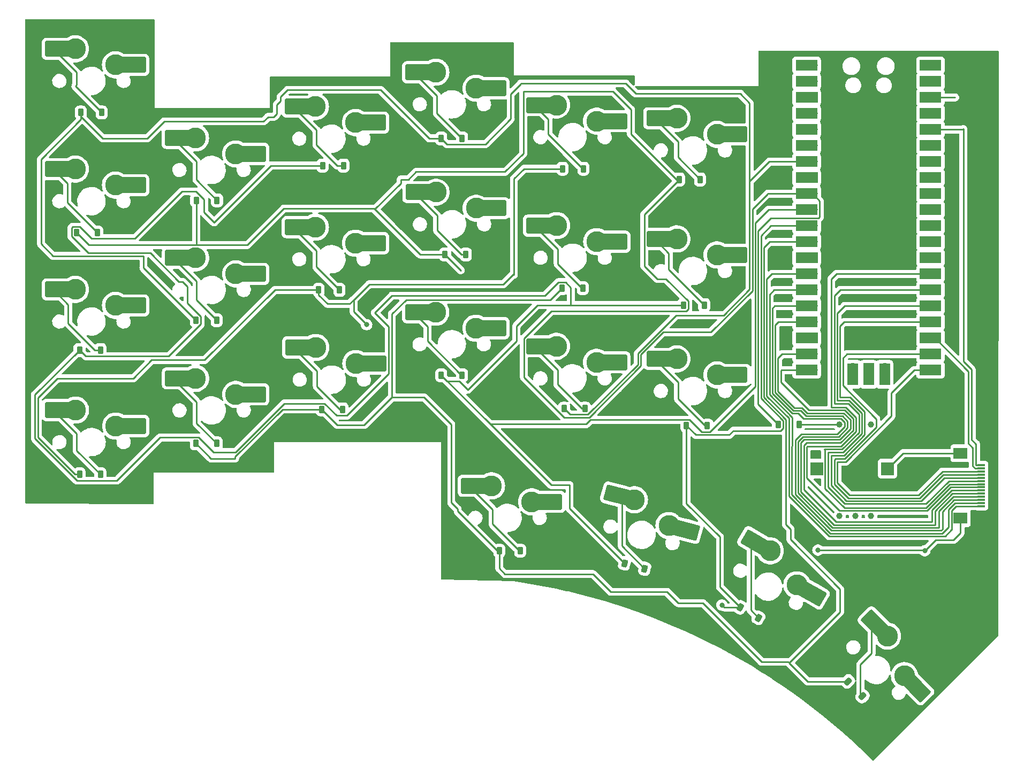
<source format=gtl>
G04 #@! TF.GenerationSoftware,KiCad,Pcbnew,7.0.10-7.0.10~ubuntu23.10.1*
G04 #@! TF.CreationDate,2024-01-07T16:56:52-05:00*
G04 #@! TF.ProjectId,design,64657369-676e-42e6-9b69-6361645f7063,rev?*
G04 #@! TF.SameCoordinates,Original*
G04 #@! TF.FileFunction,Copper,L1,Top*
G04 #@! TF.FilePolarity,Positive*
%FSLAX46Y46*%
G04 Gerber Fmt 4.6, Leading zero omitted, Abs format (unit mm)*
G04 Created by KiCad (PCBNEW 7.0.10-7.0.10~ubuntu23.10.1) date 2024-01-07 16:56:52*
%MOMM*%
%LPD*%
G01*
G04 APERTURE LIST*
G04 Aperture macros list*
%AMRoundRect*
0 Rectangle with rounded corners*
0 $1 Rounding radius*
0 $2 $3 $4 $5 $6 $7 $8 $9 X,Y pos of 4 corners*
0 Add a 4 corners polygon primitive as box body*
4,1,4,$2,$3,$4,$5,$6,$7,$8,$9,$2,$3,0*
0 Add four circle primitives for the rounded corners*
1,1,$1+$1,$2,$3*
1,1,$1+$1,$4,$5*
1,1,$1+$1,$6,$7*
1,1,$1+$1,$8,$9*
0 Add four rect primitives between the rounded corners*
20,1,$1+$1,$2,$3,$4,$5,0*
20,1,$1+$1,$4,$5,$6,$7,0*
20,1,$1+$1,$6,$7,$8,$9,0*
20,1,$1+$1,$8,$9,$2,$3,0*%
%AMRotRect*
0 Rectangle, with rotation*
0 The origin of the aperture is its center*
0 $1 length*
0 $2 width*
0 $3 Rotation angle, in degrees counterclockwise*
0 Add horizontal line*
21,1,$1,$2,0,0,$3*%
G04 Aperture macros list end*
G04 #@! TA.AperFunction,ComponentPad*
%ADD10C,3.300000*%
G04 #@! TD*
G04 #@! TA.AperFunction,SMDPad,CuDef*
%ADD11RotRect,1.650000X2.500000X165.000000*%
G04 #@! TD*
G04 #@! TA.AperFunction,SMDPad,CuDef*
%ADD12RoundRect,0.250000X-1.248893X-0.700636X0.731255X-1.231215X1.248893X0.700636X-0.731255X1.231215X0*%
G04 #@! TD*
G04 #@! TA.AperFunction,SMDPad,CuDef*
%ADD13RotRect,1.650000X2.500000X345.000000*%
G04 #@! TD*
G04 #@! TA.AperFunction,SMDPad,CuDef*
%ADD14RoundRect,0.225000X-0.225000X-0.375000X0.225000X-0.375000X0.225000X0.375000X-0.225000X0.375000X0*%
G04 #@! TD*
G04 #@! TA.AperFunction,SMDPad,CuDef*
%ADD15R,1.650000X2.500000*%
G04 #@! TD*
G04 #@! TA.AperFunction,SMDPad,CuDef*
%ADD16RoundRect,0.250000X-1.025000X-1.000000X1.025000X-1.000000X1.025000X1.000000X-1.025000X1.000000X0*%
G04 #@! TD*
G04 #@! TA.AperFunction,SMDPad,CuDef*
%ADD17RoundRect,0.225000X-0.382356X-0.212260X0.007356X-0.437260X0.382356X0.212260X-0.007356X0.437260X0*%
G04 #@! TD*
G04 #@! TA.AperFunction,SMDPad,CuDef*
%ADD18RoundRect,0.225000X-0.424264X-0.106066X-0.106066X-0.424264X0.424264X0.106066X0.106066X0.424264X0*%
G04 #@! TD*
G04 #@! TA.AperFunction,SMDPad,CuDef*
%ADD19R,2.200000X1.800000*%
G04 #@! TD*
G04 #@! TA.AperFunction,SMDPad,CuDef*
%ADD20R,1.300000X0.300000*%
G04 #@! TD*
G04 #@! TA.AperFunction,ComponentPad*
%ADD21O,1.700000X1.700000*%
G04 #@! TD*
G04 #@! TA.AperFunction,SMDPad,CuDef*
%ADD22R,3.500000X1.700000*%
G04 #@! TD*
G04 #@! TA.AperFunction,ComponentPad*
%ADD23R,1.700000X1.700000*%
G04 #@! TD*
G04 #@! TA.AperFunction,SMDPad,CuDef*
%ADD24R,1.700000X3.500000*%
G04 #@! TD*
G04 #@! TA.AperFunction,SMDPad,CuDef*
%ADD25RoundRect,0.225000X-0.314390X-0.303988X0.120276X-0.420456X0.314390X0.303988X-0.120276X0.420456X0*%
G04 #@! TD*
G04 #@! TA.AperFunction,SMDPad,CuDef*
%ADD26RotRect,1.650000X2.500000X150.000000*%
G04 #@! TD*
G04 #@! TA.AperFunction,SMDPad,CuDef*
%ADD27RoundRect,0.250000X-1.387676X-0.353525X0.387676X-1.378525X1.387676X0.353525X-0.387676X1.378525X0*%
G04 #@! TD*
G04 #@! TA.AperFunction,SMDPad,CuDef*
%ADD28RotRect,1.650000X2.500000X330.000000*%
G04 #@! TD*
G04 #@! TA.AperFunction,ComponentPad*
%ADD29C,1.000000*%
G04 #@! TD*
G04 #@! TA.AperFunction,ComponentPad*
%ADD30R,2.000000X2.100000*%
G04 #@! TD*
G04 #@! TA.AperFunction,SMDPad,CuDef*
%ADD31RotRect,1.650000X2.500000X135.000000*%
G04 #@! TD*
G04 #@! TA.AperFunction,SMDPad,CuDef*
%ADD32RoundRect,0.250000X-1.431891X0.017678X0.017678X-1.431891X1.431891X-0.017678X-0.017678X1.431891X0*%
G04 #@! TD*
G04 #@! TA.AperFunction,SMDPad,CuDef*
%ADD33RotRect,1.650000X2.500000X315.000000*%
G04 #@! TD*
G04 #@! TA.AperFunction,ViaPad*
%ADD34C,0.800000*%
G04 #@! TD*
G04 #@! TA.AperFunction,Conductor*
%ADD35C,0.250000*%
G04 #@! TD*
G04 APERTURE END LIST*
D10*
X140930675Y-120117848D03*
D11*
X142693489Y-120590193D03*
D12*
X144359711Y-121036656D03*
X132025409Y-115102088D03*
D13*
X133715780Y-115555021D03*
D10*
X135454446Y-116020895D03*
D14*
X66100000Y-107100000D03*
X69400000Y-107100000D03*
D10*
X110430000Y-69860000D03*
D15*
X112255000Y-69860000D03*
D16*
X113980000Y-69860000D03*
X100530000Y-67320000D03*
D15*
X102280000Y-67320000D03*
D10*
X104080000Y-67320000D03*
D14*
X86150000Y-63100000D03*
X89450000Y-63100000D03*
X124000000Y-82500000D03*
X127300000Y-82500000D03*
D10*
X119210000Y-116360000D03*
D15*
X121035000Y-116360000D03*
D16*
X122760000Y-116360000D03*
X109310000Y-113820000D03*
D15*
X111060000Y-113820000D03*
D10*
X112860000Y-113820000D03*
D14*
X47700000Y-92300000D03*
X51000000Y-92300000D03*
X86000000Y-101700000D03*
X89300000Y-101700000D03*
D10*
X72400000Y-80260000D03*
D15*
X74225000Y-80260000D03*
D16*
X75950000Y-80260000D03*
X62500000Y-77720000D03*
D15*
X64250000Y-77720000D03*
D10*
X66050000Y-77720000D03*
X91350000Y-56300000D03*
D15*
X93175000Y-56300000D03*
D16*
X94900000Y-56300000D03*
X81450000Y-53760000D03*
D15*
X83200000Y-53760000D03*
D10*
X85000000Y-53760000D03*
D17*
X152221058Y-133075000D03*
X155078942Y-134725000D03*
D14*
X66100000Y-87600000D03*
X69400000Y-87600000D03*
X47700000Y-112000000D03*
X51000000Y-112000000D03*
X158200000Y-104100000D03*
X161500000Y-104100000D03*
D10*
X91350000Y-75400000D03*
D15*
X93175000Y-75400000D03*
D16*
X94900000Y-75400000D03*
X81450000Y-72860000D03*
D15*
X83200000Y-72860000D03*
D10*
X85000000Y-72860000D03*
D14*
X105500000Y-77200000D03*
X108800000Y-77200000D03*
X66150000Y-68600000D03*
X69450000Y-68600000D03*
D10*
X148530000Y-77260000D03*
D15*
X150355000Y-77260000D03*
D16*
X152080000Y-77260000D03*
X138630000Y-74720000D03*
D15*
X140380000Y-74720000D03*
D10*
X142180000Y-74720000D03*
D14*
X124350000Y-101600000D03*
X127650000Y-101600000D03*
D10*
X129490000Y-94260000D03*
D15*
X131315000Y-94260000D03*
D16*
X133040000Y-94260000D03*
X119590000Y-91720000D03*
D15*
X121340000Y-91720000D03*
D10*
X123140000Y-91720000D03*
X91410000Y-94460000D03*
D15*
X93235000Y-94460000D03*
D16*
X94960000Y-94460000D03*
X81510000Y-91920000D03*
D15*
X83260000Y-91920000D03*
D10*
X85060000Y-91920000D03*
D18*
X169200000Y-144800000D03*
X171533452Y-147133452D03*
D10*
X148530000Y-58160000D03*
D15*
X150355000Y-58160000D03*
D16*
X152080000Y-58160000D03*
X138630000Y-55620000D03*
D15*
X140380000Y-55620000D03*
D10*
X142180000Y-55620000D03*
D14*
X104900000Y-58800000D03*
X108200000Y-58800000D03*
X143200000Y-85200000D03*
X146500000Y-85200000D03*
D10*
X53390000Y-85260000D03*
D15*
X55215000Y-85260000D03*
D16*
X56940000Y-85260000D03*
X43490000Y-82720000D03*
D15*
X45240000Y-82720000D03*
D10*
X47040000Y-82720000D03*
D14*
X142550000Y-65300000D03*
X145850000Y-65300000D03*
D10*
X129490000Y-56060000D03*
D15*
X131315000Y-56060000D03*
D16*
X133040000Y-56060000D03*
X119590000Y-53520000D03*
D15*
X121340000Y-53520000D03*
D10*
X123140000Y-53520000D03*
D14*
X104900000Y-96300000D03*
X108200000Y-96300000D03*
D10*
X53390000Y-47160000D03*
D15*
X55215000Y-47160000D03*
D16*
X56940000Y-47160000D03*
X43490000Y-44620000D03*
D15*
X45240000Y-44620000D03*
D10*
X47040000Y-44620000D03*
D19*
X187049993Y-118950001D03*
X187049993Y-108650001D03*
D20*
X190299994Y-117050002D03*
X190299994Y-116550001D03*
X190299994Y-116050002D03*
X190299994Y-115550000D03*
X190299994Y-115050001D03*
X190299994Y-114550002D03*
X190299994Y-114050000D03*
X190299994Y-113550001D03*
X190299994Y-113050000D03*
X190299994Y-112550001D03*
X190299994Y-112050002D03*
X190299994Y-111550000D03*
X190299994Y-111050001D03*
X190299994Y-110550000D03*
D14*
X143700000Y-104300000D03*
X147000000Y-104300000D03*
D21*
X163610000Y-47225000D03*
D22*
X162710000Y-47225000D03*
D21*
X163610000Y-49765000D03*
D22*
X162710000Y-49765000D03*
D23*
X163610000Y-52305000D03*
D22*
X162710000Y-52305000D03*
D21*
X163610000Y-54845000D03*
D22*
X162710000Y-54845000D03*
D21*
X163610000Y-57385000D03*
D22*
X162710000Y-57385000D03*
D21*
X163610000Y-59925000D03*
D22*
X162710000Y-59925000D03*
D21*
X163610000Y-62465000D03*
D22*
X162710000Y-62465000D03*
D23*
X163610000Y-65005000D03*
D22*
X162710000Y-65005000D03*
D21*
X163610000Y-67545000D03*
D22*
X162710000Y-67545000D03*
D21*
X163610000Y-70085000D03*
D22*
X162710000Y-70085000D03*
D21*
X163610000Y-72625000D03*
D22*
X162710000Y-72625000D03*
D21*
X163610000Y-75165000D03*
D22*
X162710000Y-75165000D03*
D23*
X163610000Y-77705000D03*
D22*
X162710000Y-77705000D03*
D21*
X163610000Y-80245000D03*
D22*
X162710000Y-80245000D03*
D21*
X163610000Y-82785000D03*
D22*
X162710000Y-82785000D03*
D21*
X163610000Y-85325000D03*
D22*
X162710000Y-85325000D03*
D21*
X163610000Y-87865000D03*
D22*
X162710000Y-87865000D03*
D23*
X163610000Y-90405000D03*
D22*
X162710000Y-90405000D03*
D21*
X163610000Y-92945000D03*
D22*
X162710000Y-92945000D03*
D21*
X163610000Y-95485000D03*
D22*
X162710000Y-95485000D03*
D21*
X181390000Y-95485000D03*
D22*
X182290000Y-95485000D03*
D21*
X181390000Y-92945000D03*
D22*
X182290000Y-92945000D03*
D23*
X181390000Y-90405000D03*
D22*
X182290000Y-90405000D03*
D21*
X181390000Y-87865000D03*
D22*
X182290000Y-87865000D03*
D21*
X181390000Y-85325000D03*
D22*
X182290000Y-85325000D03*
D21*
X181390000Y-82785000D03*
D22*
X182290000Y-82785000D03*
D21*
X181390000Y-80245000D03*
D22*
X182290000Y-80245000D03*
D23*
X181390000Y-77705000D03*
D22*
X182290000Y-77705000D03*
D21*
X181390000Y-75165000D03*
D22*
X182290000Y-75165000D03*
D21*
X181390000Y-72625000D03*
D22*
X182290000Y-72625000D03*
D21*
X181390000Y-70085000D03*
D22*
X182290000Y-70085000D03*
D21*
X181390000Y-67545000D03*
D22*
X182290000Y-67545000D03*
D23*
X181390000Y-65005000D03*
D22*
X182290000Y-65005000D03*
D21*
X181390000Y-62465000D03*
D22*
X182290000Y-62465000D03*
D21*
X181390000Y-59925000D03*
D22*
X182290000Y-59925000D03*
D21*
X181390000Y-57385000D03*
D22*
X182290000Y-57385000D03*
D21*
X181390000Y-54845000D03*
D22*
X182290000Y-54845000D03*
D23*
X181390000Y-52305000D03*
D22*
X182290000Y-52305000D03*
D21*
X181390000Y-49765000D03*
D22*
X182290000Y-49765000D03*
D21*
X181390000Y-47225000D03*
D22*
X182290000Y-47225000D03*
D21*
X169960000Y-95255000D03*
D24*
X169960000Y-96155000D03*
D23*
X172500000Y-95255000D03*
D24*
X172500000Y-96155000D03*
D21*
X175040000Y-95255000D03*
D24*
X175040000Y-96155000D03*
D10*
X53410000Y-104360000D03*
D15*
X55235000Y-104360000D03*
D16*
X56960000Y-104360000D03*
X43510000Y-101820000D03*
D15*
X45260000Y-101820000D03*
D10*
X47060000Y-101820000D03*
X72390000Y-61260000D03*
D15*
X74215000Y-61260000D03*
D16*
X75940000Y-61260000D03*
X62490000Y-58720000D03*
D15*
X64240000Y-58720000D03*
D10*
X66040000Y-58720000D03*
D14*
X47900000Y-54700000D03*
X51200000Y-54700000D03*
D10*
X110410000Y-50860000D03*
D15*
X112235000Y-50860000D03*
D16*
X113960000Y-50860000D03*
X100510000Y-48320000D03*
D15*
X102260000Y-48320000D03*
D10*
X104060000Y-48320000D03*
X72400000Y-99340000D03*
D15*
X74225000Y-99340000D03*
D16*
X75950000Y-99340000D03*
X62500000Y-96800000D03*
D15*
X64250000Y-96800000D03*
D10*
X66050000Y-96800000D03*
D25*
X133900000Y-126100000D03*
X137087556Y-126954102D03*
D10*
X161169557Y-129505295D03*
D26*
X162750053Y-130417795D03*
D27*
X164243947Y-131280295D03*
X153865905Y-122355591D03*
D28*
X155381450Y-123230591D03*
D10*
X156940295Y-124130591D03*
X129510000Y-75160000D03*
D15*
X131335000Y-75160000D03*
D16*
X133060000Y-75160000D03*
X119610000Y-72620000D03*
D15*
X121360000Y-72620000D03*
D10*
X123160000Y-72620000D03*
D29*
X167900000Y-118600000D03*
X170400000Y-118600000D03*
X172900000Y-118600000D03*
D30*
X164300000Y-111100000D03*
X175500000Y-111100000D03*
D29*
X167900000Y-104100000D03*
X172900000Y-104100000D03*
D10*
X178182230Y-143890128D03*
D31*
X179472700Y-145180597D03*
D32*
X180692459Y-146400357D03*
X172977924Y-135093719D03*
D33*
X174215361Y-136331156D03*
D10*
X175488153Y-137603948D03*
D14*
X85500000Y-82800000D03*
X88800000Y-82800000D03*
D10*
X148530000Y-96260000D03*
D15*
X150355000Y-96260000D03*
D16*
X152080000Y-96260000D03*
X138630000Y-93720000D03*
D15*
X140380000Y-93720000D03*
D10*
X142180000Y-93720000D03*
D14*
X124100000Y-63600000D03*
X127400000Y-63600000D03*
D10*
X53390000Y-66200000D03*
D15*
X55215000Y-66200000D03*
D16*
X56940000Y-66200000D03*
X43490000Y-63660000D03*
D15*
X45240000Y-63660000D03*
D10*
X47040000Y-63660000D03*
X110390000Y-88860000D03*
D15*
X112215000Y-88860000D03*
D16*
X113940000Y-88860000D03*
X100490000Y-86320000D03*
D15*
X102240000Y-86320000D03*
D10*
X104040000Y-86320000D03*
D14*
X114100000Y-124100000D03*
X117400000Y-124100000D03*
X47200000Y-73700000D03*
X50500000Y-73700000D03*
D34*
X93100000Y-88300000D03*
X149300000Y-132700000D03*
X164500000Y-124000000D03*
X181400000Y-124100000D03*
D35*
X190299994Y-111550000D02*
X184177208Y-111550000D01*
X176100000Y-102794291D02*
X176100000Y-99100000D01*
X184177208Y-111550000D02*
X180427208Y-115300000D01*
X176100000Y-99100000D02*
X179715000Y-95485000D01*
X180427208Y-115300000D02*
X169500000Y-115300000D01*
X167550000Y-113350000D02*
X167550000Y-110000000D01*
X169500000Y-115300000D02*
X167550000Y-113350000D01*
X167550000Y-110000000D02*
X168894291Y-110000000D01*
X179715000Y-95485000D02*
X181390000Y-95485000D01*
X168894291Y-110000000D02*
X176100000Y-102794291D01*
X188800000Y-101300000D02*
X188800000Y-95400000D01*
X188800000Y-95400000D02*
X187500000Y-94100000D01*
X187500000Y-94100000D02*
X187500000Y-57300000D01*
X187500000Y-57300000D02*
X187415000Y-57385000D01*
X187415000Y-57385000D02*
X181390000Y-57385000D01*
X188800000Y-102600000D02*
X188800000Y-101300000D01*
X189500000Y-107200000D02*
X188800000Y-106500000D01*
X188800000Y-106500000D02*
X188800000Y-101300000D01*
X190299994Y-111050001D02*
X189363605Y-111050001D01*
X189363605Y-111050001D02*
X189000000Y-110686396D01*
X189000000Y-110686396D02*
X189000000Y-107800000D01*
X188300000Y-107100000D02*
X188300000Y-95705000D01*
X189000000Y-107800000D02*
X188300000Y-107100000D01*
X188300000Y-95705000D02*
X183000000Y-90405000D01*
X183000000Y-90405000D02*
X181390000Y-90405000D01*
X189500000Y-110550000D02*
X189500000Y-107200000D01*
X190299994Y-110550000D02*
X189500000Y-110550000D01*
X168700000Y-117325000D02*
X181570222Y-117325000D01*
X165625000Y-108143198D02*
X165625000Y-114250000D01*
X170975000Y-102475000D02*
X170975000Y-105373707D01*
X165500000Y-108018198D02*
X165625000Y-108143198D01*
X185345221Y-113550001D02*
X190299994Y-113550001D01*
X168330509Y-108018198D02*
X165500000Y-108018198D01*
X170975000Y-105373707D02*
X168330509Y-108018198D01*
X181570222Y-117325000D02*
X185345221Y-113550001D01*
X167100000Y-100800000D02*
X169300000Y-100800000D01*
X165625000Y-114250000D02*
X168700000Y-117325000D01*
X167100000Y-83700000D02*
X167100000Y-100800000D01*
X168015000Y-82785000D02*
X167100000Y-83700000D01*
X169300000Y-100800000D02*
X170975000Y-102475000D01*
X181390000Y-82785000D02*
X168015000Y-82785000D01*
X167550000Y-86500000D02*
X167550000Y-100300000D01*
X168700000Y-85325000D02*
X168700000Y-85350000D01*
X181390000Y-85325000D02*
X168700000Y-85325000D01*
X168700000Y-85350000D02*
X167550000Y-86500000D01*
X181390000Y-87865000D02*
X168635000Y-87865000D01*
X168000000Y-99800000D02*
X169572792Y-99800000D01*
X171875000Y-102102208D02*
X171875000Y-105746499D01*
X168635000Y-87865000D02*
X168000000Y-88500000D01*
X168000000Y-88500000D02*
X168000000Y-99800000D01*
X171875000Y-105746499D02*
X168621499Y-109000000D01*
X169572792Y-99800000D02*
X171875000Y-102102208D01*
X168621499Y-109000000D02*
X166600000Y-109000000D01*
X169000000Y-116200000D02*
X180800000Y-116200000D01*
X166600000Y-109000000D02*
X166600000Y-113800000D01*
X180800000Y-116200000D02*
X184449999Y-112550001D01*
X166600000Y-113800000D02*
X169000000Y-116200000D01*
X184449999Y-112550001D02*
X190299994Y-112550001D01*
X169100000Y-92945000D02*
X181390000Y-92945000D01*
X169100000Y-92945000D02*
X169100000Y-92950000D01*
X168450000Y-97950000D02*
X168450000Y-93600000D01*
X169100000Y-92950000D02*
X168450000Y-93600000D01*
X162250000Y-114400000D02*
X167400000Y-119550000D01*
X163610000Y-95485000D02*
X158715000Y-95485000D01*
X162250000Y-107450000D02*
X162250000Y-114400000D01*
X162700000Y-107000000D02*
X162250000Y-107450000D01*
X168075915Y-107000000D02*
X162700000Y-107000000D01*
X168725915Y-101850000D02*
X170075000Y-103199085D01*
X163022792Y-101850000D02*
X168725915Y-101850000D01*
X182550000Y-117618014D02*
X185618012Y-114550002D01*
X158630000Y-97457208D02*
X163022792Y-101850000D01*
X158630000Y-95570000D02*
X158630000Y-97457208D01*
X170075000Y-105000915D02*
X168075915Y-107000000D01*
X170075000Y-103199085D02*
X170075000Y-105000915D01*
X167400000Y-119550000D02*
X182550000Y-119550000D01*
X158715000Y-95485000D02*
X158630000Y-95570000D01*
X182550000Y-119550000D02*
X182550000Y-117618014D01*
X185618012Y-114550002D02*
X190299994Y-114550002D01*
X163610000Y-75165000D02*
X156835000Y-75165000D01*
X160150000Y-120675305D02*
X160150000Y-122350000D01*
X156835000Y-75165000D02*
X155930000Y-76070000D01*
X155930000Y-76070000D02*
X155930000Y-99809552D01*
X155930000Y-99809552D02*
X159425000Y-103304552D01*
X159425000Y-119950305D02*
X160150000Y-120675305D01*
X159425000Y-103304552D02*
X159425000Y-119950305D01*
X160150000Y-122350000D02*
X168000000Y-130200000D01*
X168000000Y-130200000D02*
X168000000Y-133800000D01*
X168000000Y-133800000D02*
X159950000Y-141850000D01*
X163610000Y-72625000D02*
X157055000Y-72625000D01*
X157055000Y-72625000D02*
X155480000Y-74200000D01*
X158584052Y-105100000D02*
X151100000Y-105100000D01*
X150450000Y-105750000D02*
X145150000Y-105750000D01*
X155480000Y-74200000D02*
X155480000Y-99995948D01*
X155480000Y-99995948D02*
X158975000Y-103490948D01*
X151100000Y-105100000D02*
X150450000Y-105750000D01*
X145150000Y-105750000D02*
X143700000Y-104300000D01*
X158975000Y-103490948D02*
X158975000Y-104709052D01*
X158975000Y-104709052D02*
X158584052Y-105100000D01*
X163610000Y-80245000D02*
X157235000Y-80245000D01*
X159875000Y-103118156D02*
X159875000Y-115420584D01*
X157235000Y-80245000D02*
X156380000Y-81100000D01*
X156380000Y-81100000D02*
X156380000Y-99623156D01*
X156380000Y-99623156D02*
X159875000Y-103118156D01*
X159875000Y-115420584D02*
X166254416Y-121800000D01*
X185624993Y-117725001D02*
X186299992Y-117050002D01*
X166254416Y-121800000D02*
X184600000Y-121800000D01*
X184600000Y-121800000D02*
X185600000Y-120800000D01*
X185600000Y-120800000D02*
X185624993Y-120800000D01*
X185624993Y-120800000D02*
X185624993Y-117725001D01*
X186299992Y-117050002D02*
X190299994Y-117050002D01*
X163610000Y-82785000D02*
X157545000Y-82785000D01*
X157545000Y-82785000D02*
X156830000Y-83500000D01*
X156830000Y-99400000D02*
X160400000Y-102970000D01*
X184150000Y-121350000D02*
X185174993Y-120325007D01*
X156830000Y-83500000D02*
X156830000Y-99400000D01*
X160400000Y-102970000D02*
X160400000Y-107500000D01*
X185174993Y-120325007D02*
X185174993Y-117538605D01*
X160400000Y-107500000D02*
X160325000Y-107575000D01*
X185174993Y-117538605D02*
X186163597Y-116550001D01*
X160325000Y-107575000D02*
X160325000Y-115234188D01*
X160325000Y-115234188D02*
X166440812Y-121350000D01*
X166440812Y-121350000D02*
X184150000Y-121350000D01*
X186163597Y-116550001D02*
X190299994Y-116550001D01*
X161350000Y-106786396D02*
X161350000Y-114986396D01*
X167753123Y-106050000D02*
X162086396Y-106050000D01*
X162086396Y-106050000D02*
X161350000Y-106786396D01*
X183600000Y-120450000D02*
X183600000Y-117840806D01*
X169175000Y-104628123D02*
X167753123Y-106050000D01*
X169175000Y-103571877D02*
X169175000Y-104628123D01*
X162650000Y-102750000D02*
X168353123Y-102750000D01*
X168353123Y-102750000D02*
X169175000Y-103571877D01*
X161800000Y-101900000D02*
X162650000Y-102750000D01*
X160602792Y-101900000D02*
X161800000Y-101900000D01*
X157730000Y-99027208D02*
X160602792Y-101900000D01*
X161350000Y-114986396D02*
X166813604Y-120450000D01*
X157730000Y-88400000D02*
X157730000Y-99027208D01*
X185890806Y-115550000D02*
X190299994Y-115550000D01*
X158265000Y-87865000D02*
X157730000Y-88400000D01*
X163610000Y-87865000D02*
X158265000Y-87865000D01*
X166813604Y-120450000D02*
X183600000Y-120450000D01*
X183600000Y-117840806D02*
X185890806Y-115550000D01*
X162272792Y-106500000D02*
X161800000Y-106972792D01*
X167939519Y-106500000D02*
X162272792Y-106500000D01*
X169625000Y-104814519D02*
X167939519Y-106500000D01*
X158835000Y-92945000D02*
X158180000Y-93600000D01*
X168539519Y-102300000D02*
X169625000Y-103385481D01*
X162836396Y-102300000D02*
X168539519Y-102300000D01*
X161986396Y-101450000D02*
X162836396Y-102300000D01*
X158180000Y-98840812D02*
X160789188Y-101450000D01*
X160789188Y-101450000D02*
X161986396Y-101450000D01*
X161800000Y-106972792D02*
X161800000Y-114800000D01*
X169625000Y-103385481D02*
X169625000Y-104814519D01*
X158180000Y-93600000D02*
X158180000Y-98840812D01*
X163610000Y-92945000D02*
X158835000Y-92945000D01*
X161800000Y-114800000D02*
X167000000Y-120000000D01*
X167000000Y-120000000D02*
X183000000Y-120000000D01*
X183000000Y-120000000D02*
X183000000Y-117804410D01*
X183000000Y-117804410D02*
X185754409Y-115050001D01*
X185754409Y-115050001D02*
X190299994Y-115050001D01*
X160900000Y-106600000D02*
X160900000Y-115172792D01*
X167566727Y-105600000D02*
X161900000Y-105600000D01*
X168166727Y-103200000D02*
X168725000Y-103758273D01*
X168725000Y-104441727D02*
X167566727Y-105600000D01*
X186027200Y-116050002D02*
X190299994Y-116050002D01*
X162200000Y-103200000D02*
X168166727Y-103200000D01*
X163610000Y-85325000D02*
X157655000Y-85325000D01*
X161366802Y-102366802D02*
X162200000Y-103200000D01*
X160433198Y-102366802D02*
X161366802Y-102366802D01*
X160900000Y-115172792D02*
X166627208Y-120900000D01*
X157280000Y-99213604D02*
X160433198Y-102366802D01*
X157280000Y-85700000D02*
X157280000Y-99213604D01*
X157655000Y-85325000D02*
X157280000Y-85700000D01*
X161900000Y-105600000D02*
X160900000Y-106600000D01*
X168725000Y-103758273D02*
X168725000Y-104441727D01*
X166627208Y-120900000D02*
X183963604Y-120900000D01*
X183963604Y-120900000D02*
X184181802Y-120681802D01*
X184181802Y-120681802D02*
X184181802Y-117895400D01*
X184181802Y-117895400D02*
X186027200Y-116050002D01*
X181756618Y-117775000D02*
X185481618Y-114050000D01*
X167875000Y-117775000D02*
X181756618Y-117775000D01*
X166600000Y-81100000D02*
X166600000Y-101400000D01*
X162700000Y-112600000D02*
X167875000Y-117775000D01*
X162768198Y-107568198D02*
X162700000Y-107636396D01*
X170525000Y-103012689D02*
X170525000Y-105187311D01*
X168912311Y-101400000D02*
X170525000Y-103012689D01*
X162700000Y-107636396D02*
X162700000Y-112600000D01*
X166600000Y-101400000D02*
X168912311Y-101400000D01*
X170525000Y-105187311D02*
X168144113Y-107568198D01*
X167455000Y-80245000D02*
X166600000Y-81100000D01*
X168144113Y-107568198D02*
X162768198Y-107568198D01*
X181390000Y-80245000D02*
X167455000Y-80245000D01*
X185481618Y-114050000D02*
X190299994Y-114050000D01*
X168700000Y-116650000D02*
X181608826Y-116650000D01*
X167550000Y-100300000D02*
X169436396Y-100300000D01*
X169436396Y-100300000D02*
X171425000Y-102288604D01*
X171425000Y-102288604D02*
X171425000Y-105560103D01*
X166075000Y-108500000D02*
X166075000Y-114025000D01*
X171425000Y-105560103D02*
X168485103Y-108500000D01*
X168485103Y-108500000D02*
X166075000Y-108500000D01*
X166075000Y-114025000D02*
X168700000Y-116650000D01*
X181608826Y-116650000D02*
X185208826Y-113050000D01*
X185208826Y-113050000D02*
X190299994Y-113050000D01*
X154130000Y-69970000D02*
X156500000Y-67600000D01*
X156500000Y-67600000D02*
X156555000Y-67545000D01*
X156555000Y-67545000D02*
X163610000Y-67545000D01*
X154130000Y-72000000D02*
X154130000Y-69970000D01*
X163610000Y-70085000D02*
X156681396Y-70085000D01*
X156681396Y-70085000D02*
X154580000Y-72186396D01*
X128525000Y-103375000D02*
X127850000Y-104050000D01*
X154580000Y-72186396D02*
X154580000Y-98104052D01*
X154580000Y-98104052D02*
X147384052Y-105300000D01*
X147384052Y-105300000D02*
X146084052Y-105300000D01*
X146084052Y-105300000D02*
X144159052Y-103375000D01*
X144159052Y-103375000D02*
X128525000Y-103375000D01*
X127850000Y-104050000D02*
X112650000Y-104050000D01*
X153680000Y-65600000D02*
X153680000Y-53220000D01*
X153680000Y-53220000D02*
X152200000Y-51740000D01*
X134100000Y-50100000D02*
X117500000Y-50100000D01*
X152200000Y-51740000D02*
X152200000Y-51700000D01*
X152200000Y-51700000D02*
X135700000Y-51700000D01*
X111875000Y-59725000D02*
X105825000Y-59725000D01*
X135700000Y-51700000D02*
X134100000Y-50100000D01*
X117500000Y-50100000D02*
X117500000Y-50165100D01*
X117500000Y-50165100D02*
X115900000Y-51765100D01*
X115900000Y-51765100D02*
X115900000Y-55700000D01*
X115900000Y-55700000D02*
X111875000Y-59725000D01*
X105825000Y-59725000D02*
X104900000Y-58800000D01*
X153680000Y-82720000D02*
X153680000Y-65600000D01*
X163610000Y-62465000D02*
X156900000Y-62465000D01*
X153680000Y-65600000D02*
X156815000Y-62465000D01*
X156815000Y-62465000D02*
X156900000Y-62465000D01*
X128109052Y-102525000D02*
X136000000Y-94634052D01*
X136000000Y-94634052D02*
X136000000Y-92865948D01*
X124350000Y-101600000D02*
X125275000Y-102525000D01*
X125275000Y-102525000D02*
X128109052Y-102525000D01*
X136000000Y-92865948D02*
X142065948Y-86800000D01*
X142065948Y-86800000D02*
X149600000Y-86800000D01*
X149600000Y-86800000D02*
X153680000Y-82720000D01*
X80700000Y-51100000D02*
X95300000Y-51100000D01*
X61100000Y-56100000D02*
X76800000Y-56100000D01*
X76800000Y-56100000D02*
X77500000Y-55400000D01*
X47900000Y-54700000D02*
X47900000Y-55300000D01*
X78900000Y-53464900D02*
X79500000Y-52864900D01*
X47900000Y-55300000D02*
X51400000Y-58800000D01*
X78900000Y-54900000D02*
X78900000Y-53464900D01*
X51400000Y-58800000D02*
X58400000Y-58800000D01*
X58400000Y-58800000D02*
X61100000Y-56100000D01*
X78400000Y-55400000D02*
X78900000Y-54900000D01*
X77500000Y-55400000D02*
X78400000Y-55400000D01*
X80600000Y-51100000D02*
X80700000Y-51100000D01*
X79500000Y-52864900D02*
X79500000Y-52200000D01*
X79500000Y-52200000D02*
X80600000Y-51100000D01*
X47900000Y-55800000D02*
X41600000Y-62100000D01*
X95300000Y-51100000D02*
X103000000Y-58800000D01*
X57800000Y-79300000D02*
X66100000Y-87600000D01*
X43500000Y-77400000D02*
X57800000Y-77400000D01*
X47900000Y-54700000D02*
X47900000Y-55800000D01*
X103000000Y-58800000D02*
X104900000Y-58800000D01*
X57800000Y-77400000D02*
X57800000Y-79300000D01*
X41600000Y-62100000D02*
X41600000Y-75500000D01*
X41600000Y-75500000D02*
X43500000Y-77400000D01*
X62500000Y-77720000D02*
X66221100Y-81441100D01*
X66221100Y-84421100D02*
X69400000Y-87600000D01*
X66221100Y-81441100D02*
X66221100Y-84421100D01*
X99704900Y-65300000D02*
X98500000Y-65300000D01*
X140002344Y-89500000D02*
X147536396Y-89500000D01*
X134900000Y-58100000D02*
X134900000Y-54200000D01*
X164610000Y-71435000D02*
X164785000Y-71260000D01*
X157065000Y-71435000D02*
X164610000Y-71435000D01*
X117900000Y-51400000D02*
X117900000Y-61200000D01*
X157065000Y-71435000D02*
X155030000Y-73470000D01*
X115000000Y-64100000D02*
X100904900Y-64100000D01*
X136450000Y-94820448D02*
X136450000Y-93052344D01*
X122339900Y-86125000D02*
X117990000Y-90474900D01*
X128295448Y-102975000D02*
X136450000Y-94820448D01*
X100904900Y-64100000D02*
X99704900Y-65300000D01*
X117990000Y-96624052D02*
X124340948Y-102975000D01*
X117900000Y-61200000D02*
X115000000Y-64100000D01*
X155030000Y-100930000D02*
X158200000Y-104100000D01*
X142100000Y-65300000D02*
X134900000Y-58100000D01*
X139050000Y-81050000D02*
X140434052Y-81050000D01*
X47200000Y-73700000D02*
X49200000Y-75700000D01*
X134900000Y-54200000D02*
X132100000Y-51400000D01*
X155030000Y-73470000D02*
X155030000Y-100930000D01*
X74200000Y-75700000D02*
X66300000Y-75700000D01*
X80000000Y-69900000D02*
X74200000Y-75700000D01*
X94400000Y-70000000D02*
X94300000Y-69900000D01*
X105500000Y-77200000D02*
X101600000Y-77200000D01*
X164785000Y-71260000D02*
X164785000Y-68720000D01*
X142550000Y-65300000D02*
X137030000Y-70820000D01*
X124340948Y-102975000D02*
X128295448Y-102975000D01*
X136450000Y-93052344D02*
X140002344Y-89500000D01*
X117990000Y-90474900D02*
X117990000Y-96624052D01*
X101600000Y-77200000D02*
X94400000Y-70000000D01*
X140434052Y-81050000D02*
X143975000Y-84590948D01*
X66150000Y-75550000D02*
X66300000Y-75700000D01*
X105500000Y-77200000D02*
X108000000Y-79700000D01*
X137030000Y-70820000D02*
X137030000Y-79030000D01*
X98500000Y-65900000D02*
X94400000Y-70000000D01*
X132100000Y-51400000D02*
X117900000Y-51400000D01*
X66150000Y-68600000D02*
X66150000Y-75550000D01*
X49200000Y-75700000D02*
X66300000Y-75700000D01*
X164785000Y-68720000D02*
X163610000Y-67545000D01*
X147536396Y-89500000D02*
X154130000Y-82906396D01*
X142550000Y-65300000D02*
X142100000Y-65300000D01*
X137030000Y-79030000D02*
X139050000Y-81050000D01*
X98500000Y-65300000D02*
X98500000Y-65900000D01*
X143975000Y-84590948D02*
X143975000Y-85809052D01*
X143975000Y-85809052D02*
X143659052Y-86125000D01*
X154130000Y-82906396D02*
X154130000Y-72000000D01*
X94300000Y-69900000D02*
X80000000Y-69900000D01*
X143659052Y-86125000D02*
X122339900Y-86125000D01*
X66211100Y-65361100D02*
X69450000Y-68600000D01*
X66211100Y-62441100D02*
X66211100Y-65361100D01*
X62490000Y-58720000D02*
X66211100Y-62441100D01*
X88384052Y-102700000D02*
X90000000Y-102700000D01*
X109100000Y-98600000D02*
X116800000Y-90900000D01*
X107725000Y-97225000D02*
X109100000Y-98600000D01*
X63977767Y-81500000D02*
X64760000Y-82282233D01*
X125200000Y-117400000D02*
X125200000Y-113700000D01*
X97100000Y-83700000D02*
X121300000Y-83700000D01*
X64760000Y-84860000D02*
X66875000Y-86975000D01*
X66875000Y-88225000D02*
X61800000Y-93300000D01*
X133900000Y-126100000D02*
X125200000Y-117400000D01*
X116800000Y-88500000D02*
X120100000Y-85200000D01*
X46425000Y-74325000D02*
X49050000Y-76950000D01*
X63434900Y-81500000D02*
X63977767Y-81500000D01*
X123425000Y-81575000D02*
X124575000Y-81575000D01*
X121300000Y-83700000D02*
X123425000Y-81575000D01*
X68884052Y-108500000D02*
X72363604Y-108500000D01*
X40650000Y-106334052D02*
X47315948Y-113000000D01*
X69000000Y-72100000D02*
X67400000Y-70500000D01*
X94400000Y-86400000D02*
X97100000Y-83700000D01*
X96600000Y-88600000D02*
X94400000Y-86400000D01*
X90000000Y-102700000D02*
X96600000Y-96100000D01*
X61800000Y-93300000D02*
X48700000Y-93300000D01*
X125400000Y-82400000D02*
X125400000Y-85200000D01*
X72363604Y-108500000D02*
X80088604Y-100775000D01*
X48700000Y-93300000D02*
X47700000Y-92300000D01*
X40650000Y-99350000D02*
X40650000Y-106334052D01*
X63900000Y-67200000D02*
X56475000Y-74625000D01*
X66134052Y-67200000D02*
X63900000Y-67200000D01*
X56475000Y-74625000D02*
X49625000Y-74625000D01*
X125400000Y-85200000D02*
X143200000Y-85200000D01*
X64760000Y-82282233D02*
X64760000Y-84860000D01*
X47700000Y-92300000D02*
X40650000Y-99350000D01*
X66875000Y-86975000D02*
X66875000Y-88225000D01*
X66559052Y-106175000D02*
X68884052Y-108500000D01*
X46425000Y-72975000D02*
X46425000Y-74325000D01*
X60425000Y-106175000D02*
X66559052Y-106175000D01*
X78000000Y-63100000D02*
X69000000Y-72100000D01*
X58884900Y-76950000D02*
X63434900Y-81500000D01*
X86150000Y-63100000D02*
X78000000Y-63100000D01*
X67400000Y-70500000D02*
X67400000Y-68465948D01*
X49625000Y-74625000D02*
X47775000Y-72775000D01*
X86459052Y-100775000D02*
X88384052Y-102700000D01*
X116800000Y-90900000D02*
X116800000Y-88500000D01*
X124575000Y-81575000D02*
X125400000Y-82400000D01*
X122300000Y-113700000D02*
X112650000Y-104050000D01*
X105825000Y-97225000D02*
X107725000Y-97225000D01*
X112650000Y-104050000D02*
X104900000Y-96300000D01*
X53600000Y-113000000D02*
X60425000Y-106175000D01*
X96600000Y-96100000D02*
X96600000Y-88600000D01*
X80088604Y-100775000D02*
X86459052Y-100775000D01*
X49050000Y-76950000D02*
X58884900Y-76950000D01*
X47315948Y-113000000D02*
X53600000Y-113000000D01*
X125200000Y-113700000D02*
X122300000Y-113700000D01*
X46625000Y-72775000D02*
X46425000Y-72975000D01*
X47775000Y-72775000D02*
X46625000Y-72775000D01*
X104900000Y-96300000D02*
X105825000Y-97225000D01*
X120100000Y-85200000D02*
X125400000Y-85200000D01*
X67400000Y-68465948D02*
X66134052Y-67200000D01*
X85171100Y-59821231D02*
X88449869Y-63100000D01*
X88449869Y-63100000D02*
X89450000Y-63100000D01*
X81450000Y-53760000D02*
X85171100Y-57481100D01*
X85171100Y-57481100D02*
X85171100Y-59821231D01*
X85500000Y-83600000D02*
X86900000Y-85000000D01*
X41100000Y-106100000D02*
X41100000Y-99900000D01*
X116400000Y-80400000D02*
X116400000Y-80200000D01*
X116400000Y-65200000D02*
X118000000Y-63600000D01*
X149000000Y-121900000D02*
X149000000Y-129853942D01*
X143700000Y-116600000D02*
X149000000Y-121900000D01*
X91050000Y-86250000D02*
X93100000Y-88300000D01*
X86900000Y-85000000D02*
X90400000Y-85000000D01*
X44200000Y-96800000D02*
X56200000Y-96800000D01*
X59100000Y-93900000D02*
X67500000Y-93900000D01*
X149675000Y-133075000D02*
X149300000Y-132700000D01*
X149000000Y-129853942D02*
X152221058Y-133075000D01*
X91050000Y-84350000D02*
X93500000Y-81900000D01*
X78600000Y-82800000D02*
X85500000Y-82800000D01*
X114700000Y-81900000D02*
X116400000Y-80200000D01*
X93500000Y-81900000D02*
X114700000Y-81900000D01*
X41100000Y-99900000D02*
X44200000Y-96800000D01*
X91050000Y-84350000D02*
X91050000Y-86250000D01*
X56200000Y-96800000D02*
X59100000Y-93900000D01*
X67500000Y-93900000D02*
X78600000Y-82800000D01*
X85500000Y-82800000D02*
X85500000Y-83600000D01*
X90400000Y-85000000D02*
X91050000Y-84350000D01*
X116400000Y-80200000D02*
X116400000Y-65200000D01*
X47000000Y-112000000D02*
X41100000Y-106100000D01*
X118000000Y-63600000D02*
X124100000Y-63600000D01*
X47700000Y-112000000D02*
X47000000Y-112000000D01*
X143700000Y-104300000D02*
X143700000Y-116600000D01*
X152221058Y-133075000D02*
X149675000Y-133075000D01*
X85171100Y-79171100D02*
X88800000Y-82800000D01*
X85171100Y-76581100D02*
X85171100Y-79171100D01*
X81450000Y-72860000D02*
X85171100Y-76581100D01*
X92700000Y-104200000D02*
X88500000Y-104200000D01*
X162900000Y-144800000D02*
X159950000Y-141850000D01*
X159800000Y-141700000D02*
X155600000Y-141700000D01*
X97100000Y-99800000D02*
X92700000Y-104200000D01*
X114100000Y-124100000D02*
X113752233Y-124100000D01*
X169200000Y-144800000D02*
X162900000Y-144800000D01*
X131700000Y-130600000D02*
X128900000Y-127800000D01*
X113752233Y-124100000D02*
X107500000Y-117847767D01*
X107500000Y-117847767D02*
X107500000Y-117500000D01*
X128900000Y-127800000D02*
X115000000Y-127800000D01*
X102200000Y-99800000D02*
X97100000Y-99800000D01*
X66100000Y-107100000D02*
X68500000Y-109500000D01*
X99355000Y-84345000D02*
X97100000Y-86600000D01*
X122155000Y-84345000D02*
X99355000Y-84345000D01*
X107500000Y-117500000D02*
X106500000Y-116500000D01*
X124000000Y-82500000D02*
X122155000Y-84345000D01*
X106500000Y-104100000D02*
X102200000Y-99800000D01*
X140600000Y-130600000D02*
X131700000Y-130600000D01*
X146300000Y-132400000D02*
X142400000Y-132400000D01*
X68500000Y-109500000D02*
X72300000Y-109500000D01*
X159950000Y-141850000D02*
X159800000Y-141700000D01*
X155600000Y-141700000D02*
X146300000Y-132400000D01*
X115000000Y-127800000D02*
X114100000Y-126900000D01*
X79800000Y-101700000D02*
X86000000Y-101700000D01*
X142400000Y-132400000D02*
X140600000Y-130600000D01*
X114100000Y-126900000D02*
X114100000Y-124100000D01*
X88500000Y-104200000D02*
X86000000Y-101700000D01*
X106500000Y-116500000D02*
X106500000Y-104100000D01*
X72300000Y-109200000D02*
X79800000Y-101700000D01*
X97100000Y-86600000D02*
X97100000Y-99800000D01*
X72300000Y-109500000D02*
X72300000Y-109200000D01*
X81510000Y-91920000D02*
X85231100Y-95641100D01*
X88850000Y-101700000D02*
X89300000Y-101700000D01*
X85231100Y-98081100D02*
X88850000Y-101700000D01*
X85231100Y-95641100D02*
X85231100Y-98081100D01*
X104231100Y-52041100D02*
X104231100Y-54831100D01*
X100510000Y-48320000D02*
X104231100Y-52041100D01*
X104231100Y-54831100D02*
X108200000Y-58800000D01*
X100530000Y-67320000D02*
X104251100Y-71041100D01*
X108069869Y-77200000D02*
X108800000Y-77200000D01*
X104251100Y-73381231D02*
X108069869Y-77200000D01*
X104251100Y-71041100D02*
X104251100Y-73381231D01*
X100490000Y-86320000D02*
X102750000Y-88580000D01*
X102750000Y-88580000D02*
X102750000Y-90920131D01*
X102750000Y-90920131D02*
X108129869Y-96300000D01*
X108129869Y-96300000D02*
X108200000Y-96300000D01*
X127300000Y-63600000D02*
X127400000Y-63600000D01*
X121850000Y-55780000D02*
X121850000Y-58150000D01*
X119590000Y-53520000D02*
X121850000Y-55780000D01*
X121850000Y-58150000D02*
X127300000Y-63600000D01*
X119610000Y-72620000D02*
X123331100Y-76341100D01*
X127149869Y-82500000D02*
X127300000Y-82500000D01*
X123331100Y-78681231D02*
X127149869Y-82500000D01*
X123331100Y-76341100D02*
X123331100Y-78681231D01*
X127129869Y-101600000D02*
X127650000Y-101600000D01*
X123311100Y-97781231D02*
X127129869Y-101600000D01*
X123311100Y-95441100D02*
X123311100Y-97781231D01*
X119590000Y-91720000D02*
X123311100Y-95441100D01*
X138630000Y-55620000D02*
X142351100Y-59341100D01*
X142351100Y-59341100D02*
X142351100Y-61801100D01*
X142351100Y-61801100D02*
X145850000Y-65300000D01*
X140890000Y-76980000D02*
X140890000Y-79590000D01*
X140890000Y-79590000D02*
X146500000Y-85200000D01*
X138630000Y-74720000D02*
X140890000Y-76980000D01*
X142351100Y-100051100D02*
X146600000Y-104300000D01*
X146600000Y-104300000D02*
X147000000Y-104300000D01*
X142351100Y-97441100D02*
X142351100Y-100051100D01*
X138630000Y-93720000D02*
X142351100Y-97441100D01*
X117249869Y-124100000D02*
X117400000Y-124100000D01*
X109310000Y-113820000D02*
X113031100Y-117541100D01*
X113031100Y-117541100D02*
X113031100Y-119881231D01*
X113031100Y-119881231D02*
X117249869Y-124100000D01*
X133460117Y-116536796D02*
X133460117Y-123326663D01*
X132025409Y-115102088D02*
X133460117Y-116536796D01*
X133460117Y-123326663D02*
X137087556Y-126954102D01*
X153865905Y-122355591D02*
X153865905Y-133511963D01*
X153865905Y-133511963D02*
X155078942Y-134725000D01*
X171215253Y-146815253D02*
X171533452Y-147133452D01*
X172977924Y-135093719D02*
X172977924Y-140356149D01*
X172977924Y-140356149D02*
X171215253Y-142118820D01*
X171215253Y-142118820D02*
X171215253Y-146815253D01*
X47040000Y-50540000D02*
X51200000Y-54700000D01*
X43490000Y-44620000D02*
X47211100Y-48341100D01*
X47211100Y-50368900D02*
X47040000Y-50540000D01*
X47211100Y-48341100D02*
X47211100Y-50368900D01*
X43490000Y-63660000D02*
X45750000Y-65920000D01*
X45750000Y-65920000D02*
X45750000Y-68950000D01*
X45750000Y-68950000D02*
X50500000Y-73700000D01*
X43490000Y-82720000D02*
X45900000Y-85130000D01*
X50100000Y-92300000D02*
X51000000Y-92300000D01*
X45900000Y-88100000D02*
X50100000Y-92300000D01*
X45900000Y-85130000D02*
X45900000Y-88100000D01*
X47231100Y-108231100D02*
X51000000Y-112000000D01*
X43510000Y-101820000D02*
X47231100Y-105541100D01*
X47231100Y-105541100D02*
X47231100Y-108231100D01*
X66221100Y-103921100D02*
X69400000Y-107100000D01*
X66221100Y-100521100D02*
X66221100Y-103921100D01*
X62500000Y-96800000D02*
X66221100Y-100521100D01*
X173725000Y-103225000D02*
X168450000Y-97950000D01*
X180613604Y-115750000D02*
X169300000Y-115750000D01*
X167100000Y-109700000D02*
X167300000Y-109500000D01*
X168757895Y-109500000D02*
X173725000Y-104532895D01*
X167300000Y-109500000D02*
X168757895Y-109500000D01*
X169300000Y-115750000D02*
X167100000Y-113550000D01*
X184313602Y-112050002D02*
X180613604Y-115750000D01*
X173725000Y-104532895D02*
X173725000Y-103225000D01*
X190299994Y-112050002D02*
X184313602Y-112050002D01*
X167100000Y-113550000D02*
X167100000Y-109700000D01*
X161500000Y-104100000D02*
X167900000Y-104100000D01*
X181300000Y-124000000D02*
X181400000Y-124100000D01*
X186200000Y-52300000D02*
X186195000Y-52305000D01*
X164500000Y-124000000D02*
X181300000Y-124000000D01*
X185936396Y-122400000D02*
X187049993Y-121286403D01*
X183100000Y-122400000D02*
X185936396Y-122400000D01*
X177949999Y-108650001D02*
X175500000Y-111100000D01*
X186195000Y-52305000D02*
X181390000Y-52305000D01*
X181400000Y-124100000D02*
X183100000Y-122400000D01*
X187049993Y-108650001D02*
X177949999Y-108650001D01*
X187049993Y-121286403D02*
X187049993Y-118950001D01*
G04 #@! TA.AperFunction,NonConductor*
G36*
X83831181Y-51745185D02*
G01*
X83876936Y-51797989D01*
X83886880Y-51867147D01*
X83857855Y-51930703D01*
X83828570Y-51955448D01*
X83769370Y-51991448D01*
X83704942Y-52009500D01*
X80874453Y-52009500D01*
X80807414Y-51989815D01*
X80761659Y-51937011D01*
X80751715Y-51867853D01*
X80780740Y-51804297D01*
X80786773Y-51797818D01*
X80822774Y-51761818D01*
X80884098Y-51728333D01*
X80910454Y-51725500D01*
X83764142Y-51725500D01*
X83831181Y-51745185D01*
G37*
G04 #@! TD.AperFunction*
G04 #@! TA.AperFunction,NonConductor*
G36*
X131856587Y-52045185D02*
G01*
X131877229Y-52061819D01*
X133913228Y-54097819D01*
X133946713Y-54159142D01*
X133941729Y-54228834D01*
X133899857Y-54284767D01*
X133834393Y-54309184D01*
X133825547Y-54309500D01*
X130785057Y-54309500D01*
X130720629Y-54291448D01*
X130503061Y-54159142D01*
X130481674Y-54146136D01*
X130211845Y-54028934D01*
X129928560Y-53949561D01*
X129928556Y-53949560D01*
X129928555Y-53949560D01*
X129742353Y-53923967D01*
X129637099Y-53909500D01*
X129637098Y-53909500D01*
X129342902Y-53909500D01*
X129342901Y-53909500D01*
X129051445Y-53949560D01*
X129051439Y-53949561D01*
X128768154Y-54028934D01*
X128498324Y-54146137D01*
X128498319Y-54146139D01*
X128246954Y-54298998D01*
X128018743Y-54484661D01*
X127817932Y-54699676D01*
X127648282Y-54940016D01*
X127648278Y-54940022D01*
X127512927Y-55201237D01*
X127414409Y-55478440D01*
X127414404Y-55478456D01*
X127354552Y-55766486D01*
X127354551Y-55766488D01*
X127334475Y-56060000D01*
X127354551Y-56353511D01*
X127354552Y-56353513D01*
X127414404Y-56641543D01*
X127414409Y-56641559D01*
X127512927Y-56918764D01*
X127514617Y-56922654D01*
X127512969Y-56923369D01*
X127524897Y-56984712D01*
X127499036Y-57049620D01*
X127442189Y-57090242D01*
X127372404Y-57093682D01*
X127312305Y-57059333D01*
X127302911Y-57049620D01*
X127188879Y-56931711D01*
X127188872Y-56931705D01*
X127021678Y-56799674D01*
X126953054Y-56745482D01*
X126694513Y-56592348D01*
X126417867Y-56475040D01*
X126417860Y-56475037D01*
X126128059Y-56395653D01*
X126128056Y-56395652D01*
X126128054Y-56395652D01*
X125830245Y-56355600D01*
X125604967Y-56355600D01*
X125604959Y-56355600D01*
X125380183Y-56370647D01*
X125380174Y-56370649D01*
X125085710Y-56430501D01*
X124801847Y-56529069D01*
X124801844Y-56529071D01*
X124533662Y-56664589D01*
X124285918Y-56834655D01*
X124063062Y-57036216D01*
X123869058Y-57265686D01*
X123869056Y-57265688D01*
X123707366Y-57518972D01*
X123581807Y-57789547D01*
X123580882Y-57791540D01*
X123554888Y-57875337D01*
X123491854Y-58078535D01*
X123445702Y-58352147D01*
X123441874Y-58374842D01*
X123436634Y-58531587D01*
X123435815Y-58556075D01*
X123413901Y-58622419D01*
X123359598Y-58666384D01*
X123290145Y-58674011D01*
X123227595Y-58642878D01*
X123224203Y-58639612D01*
X122511819Y-57927228D01*
X122478334Y-57865905D01*
X122475500Y-57839547D01*
X122475500Y-55862742D01*
X122477224Y-55847122D01*
X122476939Y-55847095D01*
X122477673Y-55839333D01*
X122475561Y-55772112D01*
X122475500Y-55768218D01*
X122475500Y-55740666D01*
X122475500Y-55740650D01*
X122475497Y-55740634D01*
X122475354Y-55738354D01*
X122475500Y-55737708D01*
X122475500Y-55736752D01*
X122475717Y-55736752D01*
X122490776Y-55670207D01*
X122540593Y-55621217D01*
X122608988Y-55606936D01*
X122632562Y-55611139D01*
X122701445Y-55630440D01*
X122950377Y-55664655D01*
X122992901Y-55670500D01*
X122992902Y-55670500D01*
X123287099Y-55670500D01*
X123329623Y-55664655D01*
X123578555Y-55630440D01*
X123861841Y-55551067D01*
X124131682Y-55433859D01*
X124383049Y-55280999D01*
X124611260Y-55095335D01*
X124812065Y-54880326D01*
X124981722Y-54639976D01*
X125117072Y-54378764D01*
X125215592Y-54101554D01*
X125215592Y-54101549D01*
X125215595Y-54101543D01*
X125253015Y-53921464D01*
X125275448Y-53813511D01*
X125295525Y-53520000D01*
X125276733Y-53245279D01*
X125275448Y-53226488D01*
X125275447Y-53226486D01*
X125272063Y-53210203D01*
X125253605Y-53121373D01*
X125215595Y-52938456D01*
X125215590Y-52938440D01*
X125175415Y-52825399D01*
X125117072Y-52661236D01*
X124981722Y-52400024D01*
X124981721Y-52400022D01*
X124981717Y-52400016D01*
X124855360Y-52221008D01*
X124832781Y-52154887D01*
X124849535Y-52087056D01*
X124900301Y-52039050D01*
X124956664Y-52025500D01*
X131789548Y-52025500D01*
X131856587Y-52045185D01*
G37*
G04 #@! TD.AperFunction*
G04 #@! TA.AperFunction,NonConductor*
G36*
X108806708Y-52313926D02*
G01*
X108855236Y-52345925D01*
X108885237Y-52378047D01*
X108938740Y-52435335D01*
X109166951Y-52620999D01*
X109166953Y-52621000D01*
X109166954Y-52621001D01*
X109418319Y-52773860D01*
X109418324Y-52773862D01*
X109688154Y-52891065D01*
X109688159Y-52891067D01*
X109971445Y-52970440D01*
X110227681Y-53005659D01*
X110262901Y-53010500D01*
X110455824Y-53010500D01*
X110522863Y-53030185D01*
X110568618Y-53082989D01*
X110578561Y-53152144D01*
X110566060Y-53239096D01*
X110550661Y-53346200D01*
X110550660Y-53346202D01*
X110560887Y-53560901D01*
X110611563Y-53769791D01*
X110611565Y-53769795D01*
X110693683Y-53949609D01*
X110700854Y-53965310D01*
X110825534Y-54140399D01*
X110825535Y-54140400D01*
X110825540Y-54140406D01*
X110981094Y-54288725D01*
X110981096Y-54288726D01*
X110981097Y-54288727D01*
X111161920Y-54404935D01*
X111361468Y-54484822D01*
X111466998Y-54505161D01*
X111572527Y-54525500D01*
X111572528Y-54525500D01*
X111733612Y-54525500D01*
X111733618Y-54525500D01*
X111893971Y-54510188D01*
X112100209Y-54449631D01*
X112291259Y-54351138D01*
X112460217Y-54218268D01*
X112600976Y-54055824D01*
X112602311Y-54053513D01*
X112662327Y-53949561D01*
X112708448Y-53869677D01*
X112778750Y-53666554D01*
X112809339Y-53453797D01*
X112799112Y-53239096D01*
X112748437Y-53030210D01*
X112659146Y-52834690D01*
X112648269Y-52819415D01*
X112639019Y-52806425D01*
X112616167Y-52740398D01*
X112632640Y-52672498D01*
X112683208Y-52624283D01*
X112740027Y-52610499D01*
X112884982Y-52610499D01*
X112884991Y-52610500D01*
X115035008Y-52610499D01*
X115137797Y-52599999D01*
X115137799Y-52599998D01*
X115137898Y-52599988D01*
X115206591Y-52612757D01*
X115257475Y-52660638D01*
X115274500Y-52723346D01*
X115274500Y-55389547D01*
X115254815Y-55456586D01*
X115238181Y-55477228D01*
X111652228Y-59063181D01*
X111590905Y-59096666D01*
X111564547Y-59099500D01*
X109274500Y-59099500D01*
X109207461Y-59079815D01*
X109161706Y-59027011D01*
X109150500Y-58975500D01*
X109150499Y-58376662D01*
X109150498Y-58376644D01*
X109140349Y-58277292D01*
X109140348Y-58277289D01*
X109123305Y-58225857D01*
X109087003Y-58116303D01*
X109086999Y-58116297D01*
X109086998Y-58116294D01*
X108997970Y-57971959D01*
X108997967Y-57971955D01*
X108878044Y-57852032D01*
X108878040Y-57852029D01*
X108733705Y-57763001D01*
X108733699Y-57762998D01*
X108733697Y-57762997D01*
X108693518Y-57749683D01*
X108572709Y-57709651D01*
X108473352Y-57699500D01*
X108473345Y-57699500D01*
X108035453Y-57699500D01*
X107968414Y-57679815D01*
X107947772Y-57663181D01*
X106107558Y-55822967D01*
X106074073Y-55761644D01*
X106079057Y-55691952D01*
X106120929Y-55636019D01*
X106186393Y-55611602D01*
X106211754Y-55612391D01*
X106449755Y-55644400D01*
X106449760Y-55644400D01*
X106675041Y-55644400D01*
X106838513Y-55633456D01*
X106899819Y-55629352D01*
X107194287Y-55569499D01*
X107478151Y-55470931D01*
X107746343Y-55335407D01*
X107994080Y-55165346D01*
X108216939Y-54963782D01*
X108410943Y-54734312D01*
X108572631Y-54481032D01*
X108699118Y-54208460D01*
X108788146Y-53921462D01*
X108838126Y-53625158D01*
X108848167Y-53324836D01*
X108818089Y-53025855D01*
X108816017Y-53017162D01*
X108797261Y-52938456D01*
X108748430Y-52733551D01*
X108648898Y-52475125D01*
X108643173Y-52405494D01*
X108676004Y-52343819D01*
X108736967Y-52309683D01*
X108806708Y-52313926D01*
G37*
G04 #@! TD.AperFunction*
G04 #@! TA.AperFunction,NonConductor*
G36*
X79671909Y-55004278D02*
G01*
X79725494Y-55049116D01*
X79737069Y-55072822D01*
X79737136Y-55072791D01*
X79738874Y-55076518D01*
X79740052Y-55078931D01*
X79740182Y-55079324D01*
X79740187Y-55079336D01*
X79741516Y-55081490D01*
X79832288Y-55228656D01*
X79956344Y-55352712D01*
X80105666Y-55444814D01*
X80272203Y-55499999D01*
X80374991Y-55510500D01*
X82264546Y-55510499D01*
X82331585Y-55530184D01*
X82352227Y-55546818D01*
X84509281Y-57703871D01*
X84542766Y-57765194D01*
X84545600Y-57791552D01*
X84545600Y-59738486D01*
X84543875Y-59754103D01*
X84544161Y-59754130D01*
X84543426Y-59761896D01*
X84545539Y-59829103D01*
X84545600Y-59832998D01*
X84545600Y-59860588D01*
X84546103Y-59864566D01*
X84547018Y-59876198D01*
X84548390Y-59919855D01*
X84548391Y-59919858D01*
X84553980Y-59939098D01*
X84557924Y-59958142D01*
X84558108Y-59959593D01*
X84560436Y-59978023D01*
X84576514Y-60018634D01*
X84580297Y-60029683D01*
X84584508Y-60044178D01*
X84592482Y-60071621D01*
X84593805Y-60073859D01*
X84602680Y-60088865D01*
X84611236Y-60106331D01*
X84616992Y-60120866D01*
X84618614Y-60124963D01*
X84644281Y-60160291D01*
X84650693Y-60170052D01*
X84672928Y-60207648D01*
X84672933Y-60207655D01*
X84687090Y-60221811D01*
X84699728Y-60236607D01*
X84710778Y-60251817D01*
X84711506Y-60252818D01*
X84732806Y-60270439D01*
X84745157Y-60280656D01*
X84753798Y-60288519D01*
X86253098Y-61787819D01*
X86286583Y-61849142D01*
X86281599Y-61918834D01*
X86239727Y-61974767D01*
X86174263Y-61999184D01*
X86165417Y-61999500D01*
X85876663Y-61999500D01*
X85876644Y-61999501D01*
X85777292Y-62009650D01*
X85777289Y-62009651D01*
X85616305Y-62062996D01*
X85616294Y-62063001D01*
X85471959Y-62152029D01*
X85471955Y-62152032D01*
X85352032Y-62271955D01*
X85352029Y-62271959D01*
X85263432Y-62415597D01*
X85211484Y-62462322D01*
X85157894Y-62474500D01*
X78082738Y-62474500D01*
X78067121Y-62472776D01*
X78067094Y-62473062D01*
X78059332Y-62472327D01*
X77992145Y-62474439D01*
X77988251Y-62474500D01*
X77960650Y-62474500D01*
X77956962Y-62474965D01*
X77956649Y-62475005D01*
X77945031Y-62475918D01*
X77901373Y-62477290D01*
X77901372Y-62477290D01*
X77882129Y-62482881D01*
X77863075Y-62486826D01*
X77850017Y-62488475D01*
X77781039Y-62477345D01*
X77729029Y-62430689D01*
X77710499Y-62363322D01*
X77711123Y-62352848D01*
X77712183Y-62342473D01*
X77715500Y-62310009D01*
X77715499Y-60209992D01*
X77715005Y-60205160D01*
X77704999Y-60107203D01*
X77704998Y-60107200D01*
X77693208Y-60071621D01*
X77649814Y-59940666D01*
X77557712Y-59791344D01*
X77433656Y-59667288D01*
X77332565Y-59604935D01*
X77284336Y-59575187D01*
X77284331Y-59575185D01*
X77282264Y-59574500D01*
X77117797Y-59520001D01*
X77117795Y-59520000D01*
X77015016Y-59509500D01*
X77015009Y-59509500D01*
X75087881Y-59509500D01*
X75087873Y-59509500D01*
X73685057Y-59509500D01*
X73620629Y-59491448D01*
X73410150Y-59363453D01*
X73381674Y-59346136D01*
X73111845Y-59228934D01*
X72828560Y-59149561D01*
X72828556Y-59149560D01*
X72828555Y-59149560D01*
X72682826Y-59129530D01*
X72537099Y-59109500D01*
X72537098Y-59109500D01*
X72242902Y-59109500D01*
X72242901Y-59109500D01*
X71951445Y-59149560D01*
X71951439Y-59149561D01*
X71668154Y-59228934D01*
X71398324Y-59346137D01*
X71398319Y-59346139D01*
X71146954Y-59498998D01*
X70918743Y-59684661D01*
X70717932Y-59899676D01*
X70548282Y-60140016D01*
X70548278Y-60140022D01*
X70412927Y-60401237D01*
X70314409Y-60678440D01*
X70314404Y-60678456D01*
X70254552Y-60966486D01*
X70254551Y-60966488D01*
X70234475Y-61260000D01*
X70254551Y-61553511D01*
X70254552Y-61553513D01*
X70314404Y-61841543D01*
X70314409Y-61841559D01*
X70412927Y-62118764D01*
X70414617Y-62122654D01*
X70412969Y-62123369D01*
X70424897Y-62184712D01*
X70399036Y-62249620D01*
X70342189Y-62290242D01*
X70272404Y-62293682D01*
X70212305Y-62259333D01*
X70204263Y-62251018D01*
X70088879Y-62131711D01*
X70088872Y-62131705D01*
X69898031Y-61981000D01*
X69853054Y-61945482D01*
X69594513Y-61792348D01*
X69317867Y-61675040D01*
X69317860Y-61675037D01*
X69028059Y-61595653D01*
X69028056Y-61595652D01*
X69028054Y-61595652D01*
X68730245Y-61555600D01*
X68504967Y-61555600D01*
X68504959Y-61555600D01*
X68280183Y-61570647D01*
X68280174Y-61570649D01*
X67985710Y-61630501D01*
X67701847Y-61729069D01*
X67701844Y-61729071D01*
X67433662Y-61864589D01*
X67185917Y-62034655D01*
X66980274Y-62220648D01*
X66917350Y-62251018D01*
X66847996Y-62242547D01*
X66794231Y-62197925D01*
X66790365Y-62191805D01*
X66789718Y-62190711D01*
X66789718Y-62190710D01*
X66779516Y-62173460D01*
X66770961Y-62155994D01*
X66763587Y-62137369D01*
X66737916Y-62102037D01*
X66731505Y-62092277D01*
X66709270Y-62054680D01*
X66709268Y-62054678D01*
X66709265Y-62054674D01*
X66695106Y-62040515D01*
X66682468Y-62025719D01*
X66670694Y-62009513D01*
X66665729Y-62005406D01*
X66637040Y-61981672D01*
X66628399Y-61973809D01*
X65727216Y-61072625D01*
X65693731Y-61011302D01*
X65698715Y-60941610D01*
X65740587Y-60885677D01*
X65806051Y-60861260D01*
X65831779Y-60862098D01*
X65869156Y-60867236D01*
X65892901Y-60870500D01*
X65892902Y-60870500D01*
X66187099Y-60870500D01*
X66218520Y-60866180D01*
X66478555Y-60830440D01*
X66761841Y-60751067D01*
X67031682Y-60633859D01*
X67283049Y-60480999D01*
X67511260Y-60295335D01*
X67712065Y-60080326D01*
X67881722Y-59839976D01*
X68017072Y-59578764D01*
X68115592Y-59301554D01*
X68115592Y-59301549D01*
X68115595Y-59301543D01*
X68153015Y-59121464D01*
X68175448Y-59013511D01*
X68190997Y-58786202D01*
X81330660Y-58786202D01*
X81340887Y-59000901D01*
X81391563Y-59209791D01*
X81391565Y-59209795D01*
X81477278Y-59397481D01*
X81480854Y-59405310D01*
X81604370Y-59578764D01*
X81605535Y-59580400D01*
X81605540Y-59580406D01*
X81761094Y-59728725D01*
X81761096Y-59728726D01*
X81761097Y-59728727D01*
X81941920Y-59844935D01*
X82141468Y-59924822D01*
X82223686Y-59940668D01*
X82352527Y-59965500D01*
X82352528Y-59965500D01*
X82513612Y-59965500D01*
X82513618Y-59965500D01*
X82673971Y-59950188D01*
X82880209Y-59889631D01*
X83071259Y-59791138D01*
X83240217Y-59658268D01*
X83380976Y-59495824D01*
X83383503Y-59491448D01*
X83457400Y-59363453D01*
X83488448Y-59309677D01*
X83558750Y-59106554D01*
X83589339Y-58893797D01*
X83579112Y-58679096D01*
X83528437Y-58470210D01*
X83439146Y-58274690D01*
X83314466Y-58099601D01*
X83314464Y-58099599D01*
X83314459Y-58099593D01*
X83158905Y-57951274D01*
X82978080Y-57835065D01*
X82778530Y-57755177D01*
X82567473Y-57714500D01*
X82567472Y-57714500D01*
X82406382Y-57714500D01*
X82246029Y-57729812D01*
X82246025Y-57729813D01*
X82039793Y-57790368D01*
X81848736Y-57888864D01*
X81679785Y-58021729D01*
X81679782Y-58021733D01*
X81539021Y-58184178D01*
X81431553Y-58370319D01*
X81361251Y-58573442D01*
X81361250Y-58573444D01*
X81330661Y-58786200D01*
X81330660Y-58786202D01*
X68190997Y-58786202D01*
X68195525Y-58720000D01*
X68176432Y-58440873D01*
X68175448Y-58426488D01*
X68175447Y-58426486D01*
X68172112Y-58410439D01*
X68148624Y-58297403D01*
X68115595Y-58138456D01*
X68115590Y-58138440D01*
X68042775Y-57933558D01*
X68017072Y-57861236D01*
X67881722Y-57600024D01*
X67881721Y-57600022D01*
X67881717Y-57600016D01*
X67712067Y-57359676D01*
X67619581Y-57260648D01*
X67511260Y-57144665D01*
X67511258Y-57144664D01*
X67511256Y-57144661D01*
X67283048Y-56959000D01*
X67277206Y-56955448D01*
X67230154Y-56903796D01*
X67218497Y-56834906D01*
X67245935Y-56770649D01*
X67303757Y-56731427D01*
X67341635Y-56725500D01*
X76717257Y-56725500D01*
X76732877Y-56727224D01*
X76732904Y-56726939D01*
X76740660Y-56727671D01*
X76740667Y-56727673D01*
X76807873Y-56725561D01*
X76811768Y-56725500D01*
X76839346Y-56725500D01*
X76839350Y-56725500D01*
X76843324Y-56724997D01*
X76854963Y-56724080D01*
X76898627Y-56722709D01*
X76917869Y-56717117D01*
X76936912Y-56713174D01*
X76956792Y-56710664D01*
X76997401Y-56694585D01*
X77008444Y-56690803D01*
X77050390Y-56678618D01*
X77067629Y-56668422D01*
X77085103Y-56659862D01*
X77103727Y-56652488D01*
X77103727Y-56652487D01*
X77103732Y-56652486D01*
X77139083Y-56626800D01*
X77148814Y-56620408D01*
X77186420Y-56598170D01*
X77200589Y-56583999D01*
X77215379Y-56571368D01*
X77231587Y-56559594D01*
X77259438Y-56525926D01*
X77267269Y-56517319D01*
X77722773Y-56061816D01*
X77784095Y-56028334D01*
X77810453Y-56025500D01*
X78317257Y-56025500D01*
X78332877Y-56027224D01*
X78332904Y-56026939D01*
X78340660Y-56027671D01*
X78340667Y-56027673D01*
X78407873Y-56025561D01*
X78411768Y-56025500D01*
X78439346Y-56025500D01*
X78439350Y-56025500D01*
X78443324Y-56024997D01*
X78454963Y-56024080D01*
X78498627Y-56022709D01*
X78517869Y-56017117D01*
X78536912Y-56013174D01*
X78556792Y-56010664D01*
X78597401Y-55994585D01*
X78608444Y-55990803D01*
X78650390Y-55978618D01*
X78667629Y-55968422D01*
X78685103Y-55959862D01*
X78703727Y-55952488D01*
X78703727Y-55952487D01*
X78703732Y-55952486D01*
X78739083Y-55926800D01*
X78748814Y-55920408D01*
X78786420Y-55898170D01*
X78800589Y-55883999D01*
X78815379Y-55871368D01*
X78831587Y-55859594D01*
X78859438Y-55825926D01*
X78867279Y-55817309D01*
X79283786Y-55400802D01*
X79296048Y-55390980D01*
X79295865Y-55390759D01*
X79301868Y-55385791D01*
X79301877Y-55385786D01*
X79347934Y-55336739D01*
X79350582Y-55334006D01*
X79370120Y-55314470D01*
X79372584Y-55311292D01*
X79380154Y-55302429D01*
X79410062Y-55270582D01*
X79419713Y-55253024D01*
X79430396Y-55236761D01*
X79442673Y-55220936D01*
X79460018Y-55180849D01*
X79465152Y-55170371D01*
X79486197Y-55132092D01*
X79491178Y-55112687D01*
X79497482Y-55094279D01*
X79508539Y-55068731D01*
X79511971Y-55070216D01*
X79539543Y-55025643D01*
X79602590Y-54995527D01*
X79671909Y-55004278D01*
G37*
G04 #@! TD.AperFunction*
G04 #@! TA.AperFunction,NonConductor*
G36*
X160402540Y-63110185D02*
G01*
X160448295Y-63162989D01*
X160459501Y-63214500D01*
X160459501Y-63362876D01*
X160465908Y-63422483D01*
X160516202Y-63557328D01*
X160516203Y-63557330D01*
X160533294Y-63580160D01*
X160570900Y-63630396D01*
X160593578Y-63660689D01*
X160617995Y-63726153D01*
X160603144Y-63794426D01*
X160593578Y-63809311D01*
X160516203Y-63912669D01*
X160516202Y-63912671D01*
X160465908Y-64047517D01*
X160461351Y-64089909D01*
X160459501Y-64107123D01*
X160459500Y-64107135D01*
X160459500Y-65902870D01*
X160459501Y-65902876D01*
X160465908Y-65962483D01*
X160516202Y-66097328D01*
X160516203Y-66097330D01*
X160593578Y-66200689D01*
X160617995Y-66266153D01*
X160603144Y-66334426D01*
X160593578Y-66349311D01*
X160516203Y-66452669D01*
X160516202Y-66452671D01*
X160465908Y-66587517D01*
X160460518Y-66637658D01*
X160459501Y-66647123D01*
X160459500Y-66647135D01*
X160459500Y-66795500D01*
X160439815Y-66862539D01*
X160387011Y-66908294D01*
X160335500Y-66919500D01*
X156637743Y-66919500D01*
X156622122Y-66917775D01*
X156622095Y-66918061D01*
X156614333Y-66917326D01*
X156547113Y-66919439D01*
X156543219Y-66919500D01*
X156515650Y-66919500D01*
X156511673Y-66920002D01*
X156500042Y-66920917D01*
X156456374Y-66922289D01*
X156456368Y-66922290D01*
X156437126Y-66927880D01*
X156418087Y-66931823D01*
X156398217Y-66934334D01*
X156398203Y-66934337D01*
X156357598Y-66950413D01*
X156346554Y-66954194D01*
X156304614Y-66966379D01*
X156304610Y-66966381D01*
X156287366Y-66976579D01*
X156269905Y-66985133D01*
X156251274Y-66992510D01*
X156251262Y-66992517D01*
X156215933Y-67018185D01*
X156206173Y-67024596D01*
X156168580Y-67046829D01*
X156154415Y-67060994D01*
X156139623Y-67073628D01*
X156123414Y-67085404D01*
X156095571Y-67119059D01*
X156087711Y-67127696D01*
X154517181Y-68698227D01*
X154455858Y-68731712D01*
X154386166Y-68726728D01*
X154330233Y-68684856D01*
X154305816Y-68619392D01*
X154305500Y-68610546D01*
X154305500Y-65910452D01*
X154325185Y-65843413D01*
X154341819Y-65822771D01*
X157037771Y-63126819D01*
X157099094Y-63093334D01*
X157125452Y-63090500D01*
X160335501Y-63090500D01*
X160402540Y-63110185D01*
G37*
G04 #@! TD.AperFunction*
G04 #@! TA.AperFunction,NonConductor*
G36*
X160402540Y-68190185D02*
G01*
X160448295Y-68242989D01*
X160459501Y-68294500D01*
X160459501Y-68442876D01*
X160465908Y-68502483D01*
X160516202Y-68637328D01*
X160516203Y-68637330D01*
X160593578Y-68740689D01*
X160617995Y-68806153D01*
X160603144Y-68874426D01*
X160593578Y-68889311D01*
X160516203Y-68992669D01*
X160516202Y-68992671D01*
X160465908Y-69127517D01*
X160459501Y-69187116D01*
X160459501Y-69187123D01*
X160459500Y-69187135D01*
X160459500Y-69335500D01*
X160439815Y-69402539D01*
X160387011Y-69448294D01*
X160335500Y-69459500D01*
X156764139Y-69459500D01*
X156748518Y-69457775D01*
X156748491Y-69458061D01*
X156740729Y-69457326D01*
X156673509Y-69459439D01*
X156669615Y-69459500D01*
X156642046Y-69459500D01*
X156638069Y-69460002D01*
X156626438Y-69460917D01*
X156582770Y-69462289D01*
X156582764Y-69462290D01*
X156563522Y-69467880D01*
X156544483Y-69471823D01*
X156524613Y-69474334D01*
X156524599Y-69474337D01*
X156483994Y-69490413D01*
X156472950Y-69494194D01*
X156431010Y-69506379D01*
X156431006Y-69506381D01*
X156413762Y-69516579D01*
X156396301Y-69525133D01*
X156377670Y-69532510D01*
X156377658Y-69532517D01*
X156342329Y-69558185D01*
X156332569Y-69564596D01*
X156294976Y-69586829D01*
X156280810Y-69600995D01*
X156266020Y-69613627D01*
X156249810Y-69625404D01*
X156249807Y-69625407D01*
X156221969Y-69659058D01*
X156214107Y-69667697D01*
X154967181Y-70914624D01*
X154905858Y-70948109D01*
X154836166Y-70943125D01*
X154780233Y-70901253D01*
X154755816Y-70835789D01*
X154755500Y-70826943D01*
X154755500Y-70280452D01*
X154775185Y-70213413D01*
X154791819Y-70192771D01*
X156777772Y-68206819D01*
X156839095Y-68173334D01*
X156865453Y-68170500D01*
X160335501Y-68170500D01*
X160402540Y-68190185D01*
G37*
G04 #@! TD.AperFunction*
G04 #@! TA.AperFunction,NonConductor*
G36*
X70786708Y-62713926D02*
G01*
X70835236Y-62745925D01*
X70858588Y-62770928D01*
X70918740Y-62835335D01*
X71146951Y-63020999D01*
X71146953Y-63021000D01*
X71146954Y-63021001D01*
X71398319Y-63173860D01*
X71398324Y-63173862D01*
X71538386Y-63234699D01*
X71668159Y-63291067D01*
X71951445Y-63370440D01*
X72207681Y-63405659D01*
X72242901Y-63410500D01*
X72435824Y-63410500D01*
X72502863Y-63430185D01*
X72548618Y-63482989D01*
X72558561Y-63552144D01*
X72541251Y-63672546D01*
X72530661Y-63746200D01*
X72530660Y-63746202D01*
X72540887Y-63960901D01*
X72591563Y-64169791D01*
X72591565Y-64169795D01*
X72674788Y-64352029D01*
X72680854Y-64365310D01*
X72805534Y-64540399D01*
X72805535Y-64540400D01*
X72805540Y-64540406D01*
X72961094Y-64688725D01*
X72961096Y-64688726D01*
X72961097Y-64688727D01*
X73141920Y-64804935D01*
X73341468Y-64884822D01*
X73446998Y-64905161D01*
X73552527Y-64925500D01*
X73552528Y-64925500D01*
X73713612Y-64925500D01*
X73713618Y-64925500D01*
X73873971Y-64910188D01*
X74080209Y-64849631D01*
X74271259Y-64751138D01*
X74275864Y-64747517D01*
X74343171Y-64694586D01*
X74440217Y-64618268D01*
X74580976Y-64455824D01*
X74590691Y-64438998D01*
X74677169Y-64289212D01*
X74688448Y-64269677D01*
X74758750Y-64066554D01*
X74789339Y-63853797D01*
X74779112Y-63639096D01*
X74728437Y-63430210D01*
X74639146Y-63234690D01*
X74619019Y-63206425D01*
X74596167Y-63140398D01*
X74612640Y-63072498D01*
X74663208Y-63024283D01*
X74720027Y-63010499D01*
X74864982Y-63010499D01*
X74864991Y-63010500D01*
X76905547Y-63010499D01*
X76972586Y-63030184D01*
X77018341Y-63082987D01*
X77028285Y-63152146D01*
X76999260Y-63215702D01*
X76993228Y-63222180D01*
X69087680Y-71127727D01*
X69026357Y-71161212D01*
X68956665Y-71156228D01*
X68912318Y-71127727D01*
X68061819Y-70277228D01*
X68028334Y-70215905D01*
X68025500Y-70189547D01*
X68025500Y-68548690D01*
X68027224Y-68533070D01*
X68026939Y-68533044D01*
X68027671Y-68525288D01*
X68027673Y-68525281D01*
X68025561Y-68458074D01*
X68025500Y-68454179D01*
X68025500Y-68426602D01*
X68025500Y-68426598D01*
X68024996Y-68422613D01*
X68024080Y-68410970D01*
X68022709Y-68367321D01*
X68022708Y-68367318D01*
X68022487Y-68360273D01*
X68040057Y-68292649D01*
X68091397Y-68245258D01*
X68160210Y-68233147D01*
X68224645Y-68260162D01*
X68234107Y-68268698D01*
X68463181Y-68497772D01*
X68496666Y-68559095D01*
X68499500Y-68585453D01*
X68499500Y-69023337D01*
X68499501Y-69023355D01*
X68509650Y-69122707D01*
X68509651Y-69122710D01*
X68562996Y-69283694D01*
X68563001Y-69283705D01*
X68652029Y-69428040D01*
X68652032Y-69428044D01*
X68771955Y-69547967D01*
X68771959Y-69547970D01*
X68916294Y-69636998D01*
X68916297Y-69636999D01*
X68916303Y-69637003D01*
X69077292Y-69690349D01*
X69176655Y-69700500D01*
X69723344Y-69700499D01*
X69723352Y-69700498D01*
X69723355Y-69700498D01*
X69777760Y-69694940D01*
X69822708Y-69690349D01*
X69983697Y-69637003D01*
X70128044Y-69547968D01*
X70247968Y-69428044D01*
X70337003Y-69283697D01*
X70390349Y-69122708D01*
X70400500Y-69023345D01*
X70400499Y-68176656D01*
X70390349Y-68077292D01*
X70337003Y-67916303D01*
X70336999Y-67916297D01*
X70336998Y-67916294D01*
X70247970Y-67771959D01*
X70247967Y-67771955D01*
X70128044Y-67652032D01*
X70128040Y-67652029D01*
X69983705Y-67563001D01*
X69983699Y-67562998D01*
X69983697Y-67562997D01*
X69975636Y-67560326D01*
X69822709Y-67509651D01*
X69723352Y-67499500D01*
X69723345Y-67499500D01*
X69285453Y-67499500D01*
X69218414Y-67479815D01*
X69197772Y-67463181D01*
X67921581Y-66186990D01*
X67888096Y-66125667D01*
X67893080Y-66055975D01*
X67934952Y-66000042D01*
X68000416Y-65975625D01*
X68042020Y-65979714D01*
X68131946Y-66004348D01*
X68429755Y-66044400D01*
X68429760Y-66044400D01*
X68655041Y-66044400D01*
X68818513Y-66033456D01*
X68879819Y-66029352D01*
X69174287Y-65969499D01*
X69458151Y-65870931D01*
X69726343Y-65735407D01*
X69974080Y-65565346D01*
X70196939Y-65363782D01*
X70390943Y-65134312D01*
X70552631Y-64881032D01*
X70679118Y-64608460D01*
X70768146Y-64321462D01*
X70818126Y-64025158D01*
X70828167Y-63724836D01*
X70798089Y-63425855D01*
X70797285Y-63422483D01*
X70775322Y-63330319D01*
X70728430Y-63133551D01*
X70628898Y-62875125D01*
X70623173Y-62805494D01*
X70656004Y-62743819D01*
X70716967Y-62709683D01*
X70786708Y-62713926D01*
G37*
G04 #@! TD.AperFunction*
G04 #@! TA.AperFunction,NonConductor*
G36*
X48193333Y-56493770D02*
G01*
X48237680Y-56522271D01*
X50899197Y-59183788D01*
X50909022Y-59196051D01*
X50909243Y-59195869D01*
X50914211Y-59201874D01*
X50914213Y-59201876D01*
X50914214Y-59201877D01*
X50957444Y-59242473D01*
X50963222Y-59247899D01*
X50966021Y-59250612D01*
X50985522Y-59270114D01*
X50985526Y-59270117D01*
X50985529Y-59270120D01*
X50988702Y-59272581D01*
X50997574Y-59280159D01*
X51029418Y-59310062D01*
X51046976Y-59319714D01*
X51063235Y-59330395D01*
X51079064Y-59342673D01*
X51119155Y-59360021D01*
X51129626Y-59365151D01*
X51152180Y-59377550D01*
X51167902Y-59386194D01*
X51167904Y-59386195D01*
X51167908Y-59386197D01*
X51187316Y-59391180D01*
X51205719Y-59397481D01*
X51224101Y-59405436D01*
X51224102Y-59405436D01*
X51224104Y-59405437D01*
X51267250Y-59412270D01*
X51278672Y-59414636D01*
X51320981Y-59425500D01*
X51341016Y-59425500D01*
X51360414Y-59427026D01*
X51380194Y-59430159D01*
X51380195Y-59430160D01*
X51380195Y-59430159D01*
X51380196Y-59430160D01*
X51423675Y-59426050D01*
X51435344Y-59425500D01*
X58317257Y-59425500D01*
X58332877Y-59427224D01*
X58332904Y-59426939D01*
X58340660Y-59427671D01*
X58340667Y-59427673D01*
X58407873Y-59425561D01*
X58411768Y-59425500D01*
X58439346Y-59425500D01*
X58439350Y-59425500D01*
X58443324Y-59424997D01*
X58454963Y-59424080D01*
X58498627Y-59422709D01*
X58517869Y-59417117D01*
X58536912Y-59413174D01*
X58556792Y-59410664D01*
X58597401Y-59394585D01*
X58608444Y-59390803D01*
X58650390Y-59378618D01*
X58667629Y-59368422D01*
X58685103Y-59359862D01*
X58703727Y-59352488D01*
X58703727Y-59352487D01*
X58703732Y-59352486D01*
X58739083Y-59326800D01*
X58748814Y-59320408D01*
X58786420Y-59298170D01*
X58800589Y-59283999D01*
X58815379Y-59271368D01*
X58831587Y-59259594D01*
X58859438Y-59225926D01*
X58867279Y-59217309D01*
X60502820Y-57581769D01*
X60564142Y-57548285D01*
X60633834Y-57553269D01*
X60689767Y-57595141D01*
X60714184Y-57660605D01*
X60714500Y-57669451D01*
X60714500Y-59770001D01*
X60714501Y-59770018D01*
X60725000Y-59872796D01*
X60725001Y-59872799D01*
X60780185Y-60039331D01*
X60780187Y-60039336D01*
X60783174Y-60044178D01*
X60872288Y-60188656D01*
X60996344Y-60312712D01*
X61145666Y-60404814D01*
X61312203Y-60459999D01*
X61414991Y-60470500D01*
X63304546Y-60470499D01*
X63371585Y-60490184D01*
X63392227Y-60506818D01*
X65549281Y-62663871D01*
X65582766Y-62725194D01*
X65585600Y-62751552D01*
X65585600Y-65278355D01*
X65583875Y-65293972D01*
X65584161Y-65293999D01*
X65583426Y-65301765D01*
X65585539Y-65368972D01*
X65585600Y-65372867D01*
X65585600Y-65400457D01*
X65586103Y-65404435D01*
X65587018Y-65416067D01*
X65588390Y-65459724D01*
X65588391Y-65459727D01*
X65593980Y-65478967D01*
X65597924Y-65498011D01*
X65599496Y-65510452D01*
X65600436Y-65517892D01*
X65616514Y-65558503D01*
X65620297Y-65569552D01*
X65626106Y-65589547D01*
X65632482Y-65611490D01*
X65639687Y-65623674D01*
X65642680Y-65628734D01*
X65651238Y-65646203D01*
X65658614Y-65664832D01*
X65684281Y-65700160D01*
X65690693Y-65709921D01*
X65712928Y-65747517D01*
X65712933Y-65747524D01*
X65727090Y-65761680D01*
X65739727Y-65776475D01*
X65751506Y-65792687D01*
X65773038Y-65810500D01*
X65785157Y-65820525D01*
X65793798Y-65828388D01*
X66332308Y-66366899D01*
X66365793Y-66428222D01*
X66360809Y-66497914D01*
X66318937Y-66553847D01*
X66253473Y-66578264D01*
X66220833Y-66575319D01*
X66220813Y-66575478D01*
X66216372Y-66574917D01*
X66213788Y-66574684D01*
X66213073Y-66574500D01*
X66213071Y-66574500D01*
X66193036Y-66574500D01*
X66173638Y-66572973D01*
X66158030Y-66570501D01*
X66153857Y-66569840D01*
X66153856Y-66569840D01*
X66110377Y-66573950D01*
X66098708Y-66574500D01*
X63982743Y-66574500D01*
X63967122Y-66572775D01*
X63967095Y-66573061D01*
X63959333Y-66572326D01*
X63892113Y-66574439D01*
X63888219Y-66574500D01*
X63860650Y-66574500D01*
X63856673Y-66575002D01*
X63845042Y-66575917D01*
X63801374Y-66577289D01*
X63801368Y-66577290D01*
X63782126Y-66582880D01*
X63763087Y-66586823D01*
X63743217Y-66589334D01*
X63743203Y-66589337D01*
X63702598Y-66605413D01*
X63691554Y-66609194D01*
X63649614Y-66621379D01*
X63649610Y-66621381D01*
X63632366Y-66631579D01*
X63614905Y-66640133D01*
X63596274Y-66647510D01*
X63596262Y-66647517D01*
X63560933Y-66673185D01*
X63551173Y-66679596D01*
X63513580Y-66701829D01*
X63499414Y-66715995D01*
X63484624Y-66728627D01*
X63468414Y-66740404D01*
X63468411Y-66740407D01*
X63440573Y-66774058D01*
X63432711Y-66782697D01*
X56252228Y-73963181D01*
X56190905Y-73996666D01*
X56164547Y-73999500D01*
X51574500Y-73999500D01*
X51507461Y-73979815D01*
X51461706Y-73927011D01*
X51450500Y-73875500D01*
X51450499Y-73276662D01*
X51450498Y-73276644D01*
X51440349Y-73177292D01*
X51440348Y-73177289D01*
X51432469Y-73153511D01*
X51387003Y-73016303D01*
X51386999Y-73016297D01*
X51386998Y-73016294D01*
X51297970Y-72871959D01*
X51297967Y-72871955D01*
X51178044Y-72752032D01*
X51178040Y-72752029D01*
X51033705Y-72663001D01*
X51033699Y-72662998D01*
X51033697Y-72662997D01*
X50972363Y-72642673D01*
X50872709Y-72609651D01*
X50773352Y-72599500D01*
X50773345Y-72599500D01*
X50335453Y-72599500D01*
X50268414Y-72579815D01*
X50247772Y-72563181D01*
X48770082Y-71085490D01*
X48736597Y-71024167D01*
X48741581Y-70954475D01*
X48783453Y-70898542D01*
X48848917Y-70874125D01*
X48890520Y-70878214D01*
X49131946Y-70944348D01*
X49429755Y-70984400D01*
X49429760Y-70984400D01*
X49655041Y-70984400D01*
X49818513Y-70973456D01*
X49879819Y-70969352D01*
X50174287Y-70909499D01*
X50458151Y-70810931D01*
X50726343Y-70675407D01*
X50974080Y-70505346D01*
X51196939Y-70303782D01*
X51390943Y-70074312D01*
X51552631Y-69821032D01*
X51679118Y-69548460D01*
X51768146Y-69261462D01*
X51818126Y-68965158D01*
X51828167Y-68664836D01*
X51798089Y-68365855D01*
X51797285Y-68362483D01*
X51774953Y-68268770D01*
X51728430Y-68073551D01*
X51628898Y-67815125D01*
X51623173Y-67745494D01*
X51656004Y-67683819D01*
X51716967Y-67649683D01*
X51786708Y-67653926D01*
X51835236Y-67685925D01*
X51857254Y-67709500D01*
X51918740Y-67775335D01*
X52146951Y-67960999D01*
X52146953Y-67961000D01*
X52146954Y-67961001D01*
X52398319Y-68113860D01*
X52398324Y-68113862D01*
X52639307Y-68218535D01*
X52668159Y-68231067D01*
X52951445Y-68310440D01*
X53207681Y-68345659D01*
X53242901Y-68350500D01*
X53435824Y-68350500D01*
X53502863Y-68370185D01*
X53548618Y-68422989D01*
X53558561Y-68492144D01*
X53550432Y-68548690D01*
X53530661Y-68686200D01*
X53530660Y-68686202D01*
X53540887Y-68900901D01*
X53591563Y-69109791D01*
X53591565Y-69109795D01*
X53673558Y-69289336D01*
X53680854Y-69305310D01*
X53804226Y-69478562D01*
X53805535Y-69480400D01*
X53805540Y-69480406D01*
X53961094Y-69628725D01*
X53961096Y-69628726D01*
X53961097Y-69628727D01*
X54141920Y-69744935D01*
X54341468Y-69824822D01*
X54446998Y-69845161D01*
X54552527Y-69865500D01*
X54552528Y-69865500D01*
X54713612Y-69865500D01*
X54713618Y-69865500D01*
X54873971Y-69850188D01*
X55080209Y-69789631D01*
X55271259Y-69691138D01*
X55440217Y-69558268D01*
X55580976Y-69395824D01*
X55606817Y-69351067D01*
X55645708Y-69283705D01*
X55688448Y-69209677D01*
X55758750Y-69006554D01*
X55789339Y-68793797D01*
X55779112Y-68579096D01*
X55728437Y-68370210D01*
X55639146Y-68174690D01*
X55619019Y-68146425D01*
X55596167Y-68080398D01*
X55612640Y-68012498D01*
X55663208Y-67964283D01*
X55720027Y-67950499D01*
X55864982Y-67950499D01*
X55864991Y-67950500D01*
X58015008Y-67950499D01*
X58117797Y-67939999D01*
X58284334Y-67884814D01*
X58433656Y-67792712D01*
X58557712Y-67668656D01*
X58649814Y-67519334D01*
X58704999Y-67352797D01*
X58715500Y-67250009D01*
X58715499Y-65149992D01*
X58712535Y-65120981D01*
X58704999Y-65047203D01*
X58704998Y-65047200D01*
X58693453Y-65012361D01*
X58649814Y-64880666D01*
X58557712Y-64731344D01*
X58433656Y-64607288D01*
X58325211Y-64540399D01*
X58284336Y-64515187D01*
X58284331Y-64515185D01*
X58282862Y-64514698D01*
X58117797Y-64460001D01*
X58117795Y-64460000D01*
X58015016Y-64449500D01*
X58015009Y-64449500D01*
X56087881Y-64449500D01*
X56087873Y-64449500D01*
X54685057Y-64449500D01*
X54620629Y-64431448D01*
X54381682Y-64286141D01*
X54381674Y-64286136D01*
X54111845Y-64168934D01*
X53828560Y-64089561D01*
X53828556Y-64089560D01*
X53828555Y-64089560D01*
X53682826Y-64069530D01*
X53537099Y-64049500D01*
X53537098Y-64049500D01*
X53242902Y-64049500D01*
X53242901Y-64049500D01*
X52951445Y-64089560D01*
X52951439Y-64089561D01*
X52668154Y-64168934D01*
X52398324Y-64286137D01*
X52398319Y-64286139D01*
X52146954Y-64438998D01*
X51918743Y-64624661D01*
X51717932Y-64839676D01*
X51548282Y-65080016D01*
X51548278Y-65080022D01*
X51412927Y-65341237D01*
X51314409Y-65618440D01*
X51314404Y-65618456D01*
X51254552Y-65906486D01*
X51254551Y-65906488D01*
X51234475Y-66200000D01*
X51254551Y-66493511D01*
X51254552Y-66493513D01*
X51314404Y-66781543D01*
X51314409Y-66781559D01*
X51412927Y-67058764D01*
X51414617Y-67062654D01*
X51412969Y-67063369D01*
X51424897Y-67124712D01*
X51399036Y-67189620D01*
X51342189Y-67230242D01*
X51272404Y-67233682D01*
X51212305Y-67199333D01*
X51202911Y-67189620D01*
X51088879Y-67071711D01*
X51088872Y-67071705D01*
X50896767Y-66920002D01*
X50853054Y-66885482D01*
X50594513Y-66732348D01*
X50317867Y-66615040D01*
X50317860Y-66615037D01*
X50028059Y-66535653D01*
X50028056Y-66535652D01*
X50028054Y-66535652D01*
X49730245Y-66495600D01*
X49504967Y-66495600D01*
X49504959Y-66495600D01*
X49280183Y-66510647D01*
X49280174Y-66510649D01*
X48985710Y-66570501D01*
X48701847Y-66669069D01*
X48701844Y-66669071D01*
X48433662Y-66804589D01*
X48185918Y-66974655D01*
X47963062Y-67176216D01*
X47769058Y-67405686D01*
X47769056Y-67405688D01*
X47607366Y-67658972D01*
X47487952Y-67916305D01*
X47480882Y-67931540D01*
X47447771Y-68038276D01*
X47391854Y-68218535D01*
X47344432Y-68499676D01*
X47341874Y-68514842D01*
X47331839Y-68815000D01*
X47331833Y-68815167D01*
X47361910Y-69114142D01*
X47361910Y-69114143D01*
X47361911Y-69114145D01*
X47379304Y-69187128D01*
X47431568Y-69406441D01*
X47431571Y-69406451D01*
X47434632Y-69414399D01*
X47440356Y-69484034D01*
X47407524Y-69545709D01*
X47346560Y-69579844D01*
X47276819Y-69575599D01*
X47231236Y-69546645D01*
X46411819Y-68727228D01*
X46378334Y-68665905D01*
X46375500Y-68639547D01*
X46375500Y-66002742D01*
X46377224Y-65987122D01*
X46376939Y-65987095D01*
X46377673Y-65979333D01*
X46375561Y-65912112D01*
X46375500Y-65908218D01*
X46375500Y-65880666D01*
X46375500Y-65880650D01*
X46375497Y-65880634D01*
X46375354Y-65878354D01*
X46375500Y-65877708D01*
X46375500Y-65876752D01*
X46375717Y-65876752D01*
X46390776Y-65810207D01*
X46440593Y-65761217D01*
X46508988Y-65746936D01*
X46532562Y-65751139D01*
X46601445Y-65770440D01*
X46857681Y-65805659D01*
X46892901Y-65810500D01*
X46892902Y-65810500D01*
X47187099Y-65810500D01*
X47218520Y-65806180D01*
X47478555Y-65770440D01*
X47761841Y-65691067D01*
X48031682Y-65573859D01*
X48283049Y-65420999D01*
X48511260Y-65235335D01*
X48712065Y-65020326D01*
X48881722Y-64779976D01*
X49017072Y-64518764D01*
X49115592Y-64241554D01*
X49115592Y-64241549D01*
X49115595Y-64241543D01*
X49155819Y-64047970D01*
X49175448Y-63953511D01*
X49189629Y-63746202D01*
X62370660Y-63746202D01*
X62380887Y-63960901D01*
X62431563Y-64169791D01*
X62431565Y-64169795D01*
X62514788Y-64352029D01*
X62520854Y-64365310D01*
X62645534Y-64540399D01*
X62645535Y-64540400D01*
X62645540Y-64540406D01*
X62801094Y-64688725D01*
X62801096Y-64688726D01*
X62801097Y-64688727D01*
X62981920Y-64804935D01*
X63181468Y-64884822D01*
X63286998Y-64905161D01*
X63392527Y-64925500D01*
X63392528Y-64925500D01*
X63553612Y-64925500D01*
X63553618Y-64925500D01*
X63713971Y-64910188D01*
X63920209Y-64849631D01*
X64111259Y-64751138D01*
X64115864Y-64747517D01*
X64183171Y-64694586D01*
X64280217Y-64618268D01*
X64420976Y-64455824D01*
X64430691Y-64438998D01*
X64517169Y-64289212D01*
X64528448Y-64269677D01*
X64598750Y-64066554D01*
X64629339Y-63853797D01*
X64619112Y-63639096D01*
X64568437Y-63430210D01*
X64479146Y-63234690D01*
X64354466Y-63059601D01*
X64354464Y-63059599D01*
X64354459Y-63059593D01*
X64198905Y-62911274D01*
X64018080Y-62795065D01*
X63818530Y-62715177D01*
X63607473Y-62674500D01*
X63607472Y-62674500D01*
X63446382Y-62674500D01*
X63286029Y-62689812D01*
X63286025Y-62689813D01*
X63079793Y-62750368D01*
X62888736Y-62848864D01*
X62719785Y-62981729D01*
X62719782Y-62981733D01*
X62579021Y-63144178D01*
X62471553Y-63330319D01*
X62401251Y-63533442D01*
X62401250Y-63533444D01*
X62370661Y-63746200D01*
X62370660Y-63746202D01*
X49189629Y-63746202D01*
X49195525Y-63660000D01*
X49175448Y-63366489D01*
X49148059Y-63234686D01*
X49115595Y-63078456D01*
X49115590Y-63078440D01*
X49070519Y-62951622D01*
X49017072Y-62801236D01*
X48881722Y-62540024D01*
X48881721Y-62540022D01*
X48881717Y-62540016D01*
X48712067Y-62299676D01*
X48577877Y-62155994D01*
X48511260Y-62084665D01*
X48511258Y-62084664D01*
X48511256Y-62084661D01*
X48313906Y-61924105D01*
X48283049Y-61899001D01*
X48283047Y-61899000D01*
X48283045Y-61898998D01*
X48031680Y-61746139D01*
X48031675Y-61746137D01*
X47761845Y-61628934D01*
X47478560Y-61549561D01*
X47478556Y-61549560D01*
X47478555Y-61549560D01*
X47270301Y-61520936D01*
X47187099Y-61509500D01*
X47187098Y-61509500D01*
X46892902Y-61509500D01*
X46892901Y-61509500D01*
X46601445Y-61549560D01*
X46601439Y-61549561D01*
X46318154Y-61628934D01*
X46048324Y-61746137D01*
X46048319Y-61746139D01*
X45809370Y-61891448D01*
X45744942Y-61909500D01*
X42974451Y-61909500D01*
X42907412Y-61889815D01*
X42861657Y-61837011D01*
X42851713Y-61767853D01*
X42880738Y-61704297D01*
X42886770Y-61697819D01*
X45400801Y-59183788D01*
X48062320Y-56522269D01*
X48123641Y-56488786D01*
X48193333Y-56493770D01*
G37*
G04 #@! TD.AperFunction*
G04 #@! TA.AperFunction,NonConductor*
G36*
X160402540Y-73270185D02*
G01*
X160448295Y-73322989D01*
X160459501Y-73374500D01*
X160459501Y-73522876D01*
X160465908Y-73582483D01*
X160516202Y-73717328D01*
X160516203Y-73717330D01*
X160593578Y-73820689D01*
X160617995Y-73886153D01*
X160603144Y-73954426D01*
X160593578Y-73969311D01*
X160516203Y-74072669D01*
X160516202Y-74072671D01*
X160465908Y-74207517D01*
X160462174Y-74242255D01*
X160459501Y-74267123D01*
X160459500Y-74267135D01*
X160459500Y-74415500D01*
X160439815Y-74482539D01*
X160387011Y-74528294D01*
X160335500Y-74539500D01*
X156917737Y-74539500D01*
X156902120Y-74537776D01*
X156902093Y-74538062D01*
X156894331Y-74537327D01*
X156827144Y-74539439D01*
X156823250Y-74539500D01*
X156795650Y-74539500D01*
X156791962Y-74539965D01*
X156791649Y-74540005D01*
X156780031Y-74540918D01*
X156736373Y-74542290D01*
X156736372Y-74542290D01*
X156717129Y-74547881D01*
X156698079Y-74551825D01*
X156678211Y-74554334D01*
X156678210Y-74554335D01*
X156637600Y-74570413D01*
X156626553Y-74574195D01*
X156584610Y-74586381D01*
X156584609Y-74586382D01*
X156567367Y-74596579D01*
X156549899Y-74605137D01*
X156531269Y-74612513D01*
X156531266Y-74612515D01*
X156495939Y-74638181D01*
X156486180Y-74644592D01*
X156448579Y-74666830D01*
X156434408Y-74681000D01*
X156419623Y-74693628D01*
X156403412Y-74705407D01*
X156375571Y-74739059D01*
X156367712Y-74747695D01*
X156317182Y-74798226D01*
X156255859Y-74831712D01*
X156186168Y-74826728D01*
X156130234Y-74784857D01*
X156105816Y-74719393D01*
X156105500Y-74710546D01*
X156105500Y-74510452D01*
X156125185Y-74443413D01*
X156141819Y-74422771D01*
X157277772Y-73286819D01*
X157339095Y-73253334D01*
X157365453Y-73250500D01*
X160335501Y-73250500D01*
X160402540Y-73270185D01*
G37*
G04 #@! TD.AperFunction*
G04 #@! TA.AperFunction,NonConductor*
G36*
X117193834Y-51458369D02*
G01*
X117249767Y-51500241D01*
X117274184Y-51565705D01*
X117274500Y-51574551D01*
X117274500Y-60889547D01*
X117254815Y-60956586D01*
X117238181Y-60977228D01*
X114777228Y-63438181D01*
X114715905Y-63471666D01*
X114689547Y-63474500D01*
X100987637Y-63474500D01*
X100972020Y-63472776D01*
X100971993Y-63473062D01*
X100964231Y-63472327D01*
X100897044Y-63474439D01*
X100893150Y-63474500D01*
X100865550Y-63474500D01*
X100861862Y-63474965D01*
X100861549Y-63475005D01*
X100849931Y-63475918D01*
X100806273Y-63477290D01*
X100806272Y-63477290D01*
X100787029Y-63482881D01*
X100767979Y-63486825D01*
X100748111Y-63489334D01*
X100748110Y-63489335D01*
X100707500Y-63505413D01*
X100696453Y-63509195D01*
X100654510Y-63521381D01*
X100654509Y-63521382D01*
X100637267Y-63531579D01*
X100619799Y-63540137D01*
X100601169Y-63547513D01*
X100601166Y-63547515D01*
X100565839Y-63573181D01*
X100556080Y-63579592D01*
X100518479Y-63601830D01*
X100504308Y-63616000D01*
X100489523Y-63628628D01*
X100475114Y-63639098D01*
X100473312Y-63640407D01*
X100445471Y-63674059D01*
X100437611Y-63682696D01*
X99482128Y-64638181D01*
X99420805Y-64671666D01*
X99394447Y-64674500D01*
X98570847Y-64674500D01*
X98547615Y-64672304D01*
X98539588Y-64670773D01*
X98539585Y-64670772D01*
X98484241Y-64674255D01*
X98476455Y-64674500D01*
X98460643Y-64674500D01*
X98444963Y-64676481D01*
X98437216Y-64677212D01*
X98428233Y-64677778D01*
X98381859Y-64680696D01*
X98374085Y-64683222D01*
X98351320Y-64688310D01*
X98343218Y-64689333D01*
X98343205Y-64689337D01*
X98291621Y-64709760D01*
X98284308Y-64712392D01*
X98237283Y-64727673D01*
X98231556Y-64729534D01*
X98224652Y-64733915D01*
X98203880Y-64744499D01*
X98196273Y-64747511D01*
X98196262Y-64747517D01*
X98151388Y-64780119D01*
X98144951Y-64784494D01*
X98098123Y-64814213D01*
X98098120Y-64814216D01*
X98092529Y-64820170D01*
X98075029Y-64835599D01*
X98068413Y-64840405D01*
X98068412Y-64840406D01*
X98033053Y-64883146D01*
X98027906Y-64888984D01*
X97989937Y-64929418D01*
X97989935Y-64929420D01*
X97985994Y-64936589D01*
X97972889Y-64955873D01*
X97967677Y-64962173D01*
X97967674Y-64962178D01*
X97944059Y-65012361D01*
X97940526Y-65019294D01*
X97913805Y-65067903D01*
X97913803Y-65067908D01*
X97911769Y-65075828D01*
X97903870Y-65097768D01*
X97900386Y-65105172D01*
X97900384Y-65105179D01*
X97889993Y-65159649D01*
X97888295Y-65167247D01*
X97874500Y-65220976D01*
X97874500Y-65229152D01*
X97872305Y-65252379D01*
X97871025Y-65259095D01*
X97870773Y-65260414D01*
X97874255Y-65315757D01*
X97874500Y-65323543D01*
X97874500Y-65589547D01*
X97854815Y-65656586D01*
X97838181Y-65677228D01*
X94277228Y-69238181D01*
X94215905Y-69271666D01*
X94189547Y-69274500D01*
X80082743Y-69274500D01*
X80067122Y-69272775D01*
X80067095Y-69273061D01*
X80059333Y-69272326D01*
X79992113Y-69274439D01*
X79988219Y-69274500D01*
X79960650Y-69274500D01*
X79956673Y-69275002D01*
X79945042Y-69275917D01*
X79901374Y-69277289D01*
X79901368Y-69277290D01*
X79882126Y-69282880D01*
X79863087Y-69286823D01*
X79843217Y-69289334D01*
X79843203Y-69289337D01*
X79802598Y-69305413D01*
X79791554Y-69309194D01*
X79749614Y-69321379D01*
X79749610Y-69321381D01*
X79732366Y-69331579D01*
X79714905Y-69340133D01*
X79696274Y-69347510D01*
X79696262Y-69347517D01*
X79660933Y-69373185D01*
X79651173Y-69379596D01*
X79613580Y-69401829D01*
X79599414Y-69415995D01*
X79584624Y-69428627D01*
X79568414Y-69440404D01*
X79568411Y-69440407D01*
X79540573Y-69474058D01*
X79532711Y-69482697D01*
X73977228Y-75038181D01*
X73915905Y-75071666D01*
X73889547Y-75074500D01*
X66899500Y-75074500D01*
X66832461Y-75054815D01*
X66786706Y-75002011D01*
X66775500Y-74950500D01*
X66775500Y-71059452D01*
X66795185Y-70992413D01*
X66847989Y-70946658D01*
X66917147Y-70936714D01*
X66980703Y-70965739D01*
X66987181Y-70971771D01*
X68507605Y-72492195D01*
X68522478Y-72510173D01*
X68527076Y-72516938D01*
X68551222Y-72538225D01*
X68568684Y-72553620D01*
X68574366Y-72558956D01*
X68585524Y-72570115D01*
X68585528Y-72570118D01*
X68585530Y-72570120D01*
X68598007Y-72579798D01*
X68603996Y-72584752D01*
X68645622Y-72621450D01*
X68652895Y-72625156D01*
X68672606Y-72637665D01*
X68679062Y-72642673D01*
X68679063Y-72642673D01*
X68679064Y-72642674D01*
X68729986Y-72664710D01*
X68737002Y-72668011D01*
X68786433Y-72693197D01*
X68786435Y-72693198D01*
X68794413Y-72694981D01*
X68816603Y-72702191D01*
X68824105Y-72705438D01*
X68878925Y-72714120D01*
X68886524Y-72715570D01*
X68940667Y-72727673D01*
X68948835Y-72727416D01*
X68972124Y-72728881D01*
X68980196Y-72730160D01*
X68980197Y-72730159D01*
X68980199Y-72730160D01*
X68980200Y-72730160D01*
X69035414Y-72724940D01*
X69043178Y-72724450D01*
X69098627Y-72722709D01*
X69106467Y-72720430D01*
X69129400Y-72716055D01*
X69137533Y-72715287D01*
X69189732Y-72696493D01*
X69197109Y-72694096D01*
X69250390Y-72678618D01*
X69257417Y-72674461D01*
X69278541Y-72664521D01*
X69286229Y-72661754D01*
X69332122Y-72630563D01*
X69338686Y-72626399D01*
X69386420Y-72598170D01*
X69392189Y-72592400D01*
X69410182Y-72577514D01*
X69416938Y-72572924D01*
X69453638Y-72531294D01*
X69458939Y-72525649D01*
X78222772Y-63761819D01*
X78284095Y-63728334D01*
X78310453Y-63725500D01*
X85157894Y-63725500D01*
X85224933Y-63745185D01*
X85263432Y-63784403D01*
X85352029Y-63928040D01*
X85352032Y-63928044D01*
X85471955Y-64047967D01*
X85471959Y-64047970D01*
X85616294Y-64136998D01*
X85616297Y-64136999D01*
X85616303Y-64137003D01*
X85777292Y-64190349D01*
X85876655Y-64200500D01*
X86423344Y-64200499D01*
X86423352Y-64200498D01*
X86423355Y-64200498D01*
X86477760Y-64194940D01*
X86522708Y-64190349D01*
X86683697Y-64137003D01*
X86828044Y-64047968D01*
X86947968Y-63928044D01*
X87037003Y-63783697D01*
X87090349Y-63622708D01*
X87100500Y-63523345D01*
X87100499Y-62934580D01*
X87120183Y-62867543D01*
X87172987Y-62821788D01*
X87242146Y-62811844D01*
X87305702Y-62840869D01*
X87312180Y-62846901D01*
X87949063Y-63483784D01*
X87958888Y-63496048D01*
X87959109Y-63495866D01*
X87964079Y-63501874D01*
X88013108Y-63547915D01*
X88015905Y-63550626D01*
X88035399Y-63570120D01*
X88038564Y-63572575D01*
X88047440Y-63580156D01*
X88079287Y-63610062D01*
X88079291Y-63610064D01*
X88096842Y-63619713D01*
X88113100Y-63630392D01*
X88128933Y-63642674D01*
X88164279Y-63657968D01*
X88169024Y-63660022D01*
X88179504Y-63665155D01*
X88217777Y-63686197D01*
X88237181Y-63691179D01*
X88255579Y-63697478D01*
X88273974Y-63705438D01*
X88317123Y-63712271D01*
X88328549Y-63714638D01*
X88370850Y-63725500D01*
X88390885Y-63725500D01*
X88410282Y-63727026D01*
X88430065Y-63730160D01*
X88447729Y-63728490D01*
X88516324Y-63741778D01*
X88564937Y-63786843D01*
X88652029Y-63928040D01*
X88652032Y-63928044D01*
X88771955Y-64047967D01*
X88771959Y-64047970D01*
X88916294Y-64136998D01*
X88916297Y-64136999D01*
X88916303Y-64137003D01*
X89077292Y-64190349D01*
X89176655Y-64200500D01*
X89723344Y-64200499D01*
X89723352Y-64200498D01*
X89723355Y-64200498D01*
X89777760Y-64194940D01*
X89822708Y-64190349D01*
X89983697Y-64137003D01*
X90128044Y-64047968D01*
X90247968Y-63928044D01*
X90337003Y-63783697D01*
X90390349Y-63622708D01*
X90400500Y-63523345D01*
X90400499Y-62676656D01*
X90397983Y-62652029D01*
X90390349Y-62577292D01*
X90390348Y-62577289D01*
X90374474Y-62529385D01*
X90337003Y-62416303D01*
X90336999Y-62416297D01*
X90336998Y-62416294D01*
X90247970Y-62271959D01*
X90247967Y-62271955D01*
X90128044Y-62152032D01*
X90128040Y-62152029D01*
X89983705Y-62063001D01*
X89983699Y-62062998D01*
X89983697Y-62062997D01*
X89946807Y-62050773D01*
X89822709Y-62009651D01*
X89723346Y-61999500D01*
X89176662Y-61999500D01*
X89176644Y-61999501D01*
X89077292Y-62009650D01*
X89077289Y-62009651D01*
X88916305Y-62062996D01*
X88916294Y-62063001D01*
X88771959Y-62152029D01*
X88666904Y-62257084D01*
X88605581Y-62290568D01*
X88535889Y-62285584D01*
X88491542Y-62257083D01*
X87530504Y-61296044D01*
X87497019Y-61234721D01*
X87502003Y-61165029D01*
X87543875Y-61109096D01*
X87609339Y-61084679D01*
X87614098Y-61084430D01*
X87614984Y-61084400D01*
X87615033Y-61084400D01*
X87839819Y-61069352D01*
X88134287Y-61009499D01*
X88418151Y-60910931D01*
X88686343Y-60775407D01*
X88934080Y-60605346D01*
X89156939Y-60403782D01*
X89350943Y-60174312D01*
X89512631Y-59921032D01*
X89639118Y-59648460D01*
X89728146Y-59361462D01*
X89778126Y-59065158D01*
X89788167Y-58764836D01*
X89758089Y-58465855D01*
X89751703Y-58439060D01*
X89730991Y-58352147D01*
X89688430Y-58173551D01*
X89588898Y-57915125D01*
X89583173Y-57845494D01*
X89616004Y-57783819D01*
X89676967Y-57749683D01*
X89746708Y-57753926D01*
X89795236Y-57785925D01*
X89808381Y-57799999D01*
X89878740Y-57875335D01*
X90106951Y-58060999D01*
X90106953Y-58061000D01*
X90106954Y-58061001D01*
X90358319Y-58213860D01*
X90358324Y-58213862D01*
X90628154Y-58331065D01*
X90628159Y-58331067D01*
X90911445Y-58410440D01*
X91154127Y-58443796D01*
X91202901Y-58450500D01*
X91395824Y-58450500D01*
X91462863Y-58470185D01*
X91508618Y-58522989D01*
X91518561Y-58592144D01*
X91506626Y-58675164D01*
X91490661Y-58786200D01*
X91490660Y-58786202D01*
X91500887Y-59000901D01*
X91551563Y-59209791D01*
X91551565Y-59209795D01*
X91637278Y-59397481D01*
X91640854Y-59405310D01*
X91764370Y-59578764D01*
X91765535Y-59580400D01*
X91765540Y-59580406D01*
X91921094Y-59728725D01*
X91921096Y-59728726D01*
X91921097Y-59728727D01*
X92101920Y-59844935D01*
X92301468Y-59924822D01*
X92383686Y-59940668D01*
X92512527Y-59965500D01*
X92512528Y-59965500D01*
X92673612Y-59965500D01*
X92673618Y-59965500D01*
X92833971Y-59950188D01*
X93040209Y-59889631D01*
X93231259Y-59791138D01*
X93400217Y-59658268D01*
X93540976Y-59495824D01*
X93543503Y-59491448D01*
X93617400Y-59363453D01*
X93648448Y-59309677D01*
X93718750Y-59106554D01*
X93749339Y-58893797D01*
X93739112Y-58679096D01*
X93688437Y-58470210D01*
X93599146Y-58274690D01*
X93579019Y-58246425D01*
X93556167Y-58180398D01*
X93572640Y-58112498D01*
X93623208Y-58064283D01*
X93680027Y-58050499D01*
X93824982Y-58050499D01*
X93824991Y-58050500D01*
X95975008Y-58050499D01*
X96077797Y-58039999D01*
X96244334Y-57984814D01*
X96393656Y-57892712D01*
X96517712Y-57768656D01*
X96609814Y-57619334D01*
X96664999Y-57452797D01*
X96675500Y-57350009D01*
X96675499Y-55249992D01*
X96673628Y-55231680D01*
X96664999Y-55147203D01*
X96664998Y-55147200D01*
X96659991Y-55132091D01*
X96609814Y-54980666D01*
X96517712Y-54831344D01*
X96393656Y-54707288D01*
X96244334Y-54615186D01*
X96077797Y-54560001D01*
X96077795Y-54560000D01*
X95975016Y-54549500D01*
X95975009Y-54549500D01*
X94047881Y-54549500D01*
X94047873Y-54549500D01*
X92645057Y-54549500D01*
X92580629Y-54531448D01*
X92341682Y-54386141D01*
X92341674Y-54386136D01*
X92071845Y-54268934D01*
X91788560Y-54189561D01*
X91788556Y-54189560D01*
X91788555Y-54189560D01*
X91642826Y-54169530D01*
X91497099Y-54149500D01*
X91497098Y-54149500D01*
X91202902Y-54149500D01*
X91202901Y-54149500D01*
X90911445Y-54189560D01*
X90911439Y-54189561D01*
X90628154Y-54268934D01*
X90358324Y-54386137D01*
X90358319Y-54386139D01*
X90106954Y-54538998D01*
X89878743Y-54724661D01*
X89677932Y-54939676D01*
X89508282Y-55180016D01*
X89508278Y-55180022D01*
X89372927Y-55441237D01*
X89274409Y-55718440D01*
X89274404Y-55718456D01*
X89214552Y-56006486D01*
X89214551Y-56006488D01*
X89194475Y-56300000D01*
X89214551Y-56593511D01*
X89214552Y-56593513D01*
X89274404Y-56881543D01*
X89274409Y-56881559D01*
X89372927Y-57158764D01*
X89374617Y-57162654D01*
X89372969Y-57163369D01*
X89384897Y-57224712D01*
X89359036Y-57289620D01*
X89302189Y-57330242D01*
X89232404Y-57333682D01*
X89172305Y-57299333D01*
X89164263Y-57291018D01*
X89048879Y-57171711D01*
X89048872Y-57171705D01*
X88848869Y-57013765D01*
X88813054Y-56985482D01*
X88554513Y-56832348D01*
X88277867Y-56715040D01*
X88277860Y-56715037D01*
X87988059Y-56635653D01*
X87988056Y-56635652D01*
X87988054Y-56635652D01*
X87690245Y-56595600D01*
X87464967Y-56595600D01*
X87464959Y-56595600D01*
X87240183Y-56610647D01*
X87240174Y-56610649D01*
X86945710Y-56670501D01*
X86661847Y-56769069D01*
X86661844Y-56769071D01*
X86393662Y-56904589D01*
X86145917Y-57074655D01*
X85940274Y-57260648D01*
X85877350Y-57291018D01*
X85807996Y-57282547D01*
X85754231Y-57237925D01*
X85750365Y-57231805D01*
X85749718Y-57230711D01*
X85749718Y-57230710D01*
X85739516Y-57213460D01*
X85730961Y-57195994D01*
X85723587Y-57177369D01*
X85707186Y-57154795D01*
X85697911Y-57142030D01*
X85691505Y-57132277D01*
X85669270Y-57094680D01*
X85669268Y-57094678D01*
X85669265Y-57094674D01*
X85655106Y-57080515D01*
X85642468Y-57065719D01*
X85630694Y-57049513D01*
X85619221Y-57040022D01*
X85597040Y-57021672D01*
X85588399Y-57013809D01*
X84687216Y-56112625D01*
X84653731Y-56051302D01*
X84658715Y-55981610D01*
X84700587Y-55925677D01*
X84766051Y-55901260D01*
X84791779Y-55902098D01*
X84829156Y-55907236D01*
X84852901Y-55910500D01*
X84852902Y-55910500D01*
X85147099Y-55910500D01*
X85199925Y-55903239D01*
X85438555Y-55870440D01*
X85721841Y-55791067D01*
X85991682Y-55673859D01*
X86243049Y-55520999D01*
X86471260Y-55335335D01*
X86672065Y-55120326D01*
X86841722Y-54879976D01*
X86977072Y-54618764D01*
X87075592Y-54341554D01*
X87075592Y-54341549D01*
X87075595Y-54341543D01*
X87117392Y-54140399D01*
X87135448Y-54053511D01*
X87155525Y-53760000D01*
X87135448Y-53466489D01*
X87106011Y-53324829D01*
X87075595Y-53178456D01*
X87075590Y-53178440D01*
X87034374Y-53062470D01*
X86977072Y-52901236D01*
X86841722Y-52640024D01*
X86841721Y-52640022D01*
X86841717Y-52640016D01*
X86672067Y-52399676D01*
X86584054Y-52305438D01*
X86471260Y-52184665D01*
X86471258Y-52184664D01*
X86471256Y-52184661D01*
X86243048Y-51999000D01*
X86171429Y-51955448D01*
X86124377Y-51903796D01*
X86112720Y-51834906D01*
X86140158Y-51770649D01*
X86197980Y-51731427D01*
X86235858Y-51725500D01*
X94989548Y-51725500D01*
X95056587Y-51745185D01*
X95077228Y-51761818D01*
X98788470Y-55473061D01*
X102499197Y-59183788D01*
X102509022Y-59196051D01*
X102509243Y-59195869D01*
X102514211Y-59201874D01*
X102514213Y-59201876D01*
X102514214Y-59201877D01*
X102557444Y-59242473D01*
X102563222Y-59247899D01*
X102566021Y-59250612D01*
X102585522Y-59270114D01*
X102585526Y-59270117D01*
X102585529Y-59270120D01*
X102588702Y-59272581D01*
X102597574Y-59280159D01*
X102629418Y-59310062D01*
X102646976Y-59319714D01*
X102663235Y-59330395D01*
X102679064Y-59342673D01*
X102719155Y-59360021D01*
X102729626Y-59365151D01*
X102752180Y-59377550D01*
X102767902Y-59386194D01*
X102767904Y-59386195D01*
X102767908Y-59386197D01*
X102787316Y-59391180D01*
X102805719Y-59397481D01*
X102824101Y-59405436D01*
X102824102Y-59405436D01*
X102824104Y-59405437D01*
X102867250Y-59412270D01*
X102878672Y-59414636D01*
X102920981Y-59425500D01*
X102941016Y-59425500D01*
X102960414Y-59427026D01*
X102980194Y-59430159D01*
X102980195Y-59430160D01*
X102980195Y-59430159D01*
X102980196Y-59430160D01*
X103023675Y-59426050D01*
X103035344Y-59425500D01*
X103907894Y-59425500D01*
X103974933Y-59445185D01*
X104013432Y-59484403D01*
X104102029Y-59628040D01*
X104102032Y-59628044D01*
X104221955Y-59747967D01*
X104221959Y-59747970D01*
X104366294Y-59836998D01*
X104366297Y-59836999D01*
X104366303Y-59837003D01*
X104527292Y-59890349D01*
X104626655Y-59900500D01*
X105064547Y-59900499D01*
X105131586Y-59920183D01*
X105152228Y-59936818D01*
X105324194Y-60108784D01*
X105334019Y-60121048D01*
X105334240Y-60120866D01*
X105339210Y-60126874D01*
X105388239Y-60172915D01*
X105391036Y-60175626D01*
X105410530Y-60195120D01*
X105413695Y-60197575D01*
X105422571Y-60205156D01*
X105454418Y-60235062D01*
X105471973Y-60244713D01*
X105488231Y-60255392D01*
X105504064Y-60267674D01*
X105539410Y-60282968D01*
X105544155Y-60285022D01*
X105554635Y-60290155D01*
X105592908Y-60311197D01*
X105612312Y-60316179D01*
X105630710Y-60322478D01*
X105649105Y-60330438D01*
X105692254Y-60337271D01*
X105703680Y-60339638D01*
X105745981Y-60350500D01*
X105766016Y-60350500D01*
X105785413Y-60352026D01*
X105805196Y-60355160D01*
X105848675Y-60351050D01*
X105860344Y-60350500D01*
X111792257Y-60350500D01*
X111807877Y-60352224D01*
X111807904Y-60351939D01*
X111815660Y-60352671D01*
X111815667Y-60352673D01*
X111882873Y-60350561D01*
X111886768Y-60350500D01*
X111914346Y-60350500D01*
X111914350Y-60350500D01*
X111918324Y-60349997D01*
X111929963Y-60349080D01*
X111973627Y-60347709D01*
X111992869Y-60342117D01*
X112011912Y-60338174D01*
X112031792Y-60335664D01*
X112072401Y-60319585D01*
X112083444Y-60315803D01*
X112125390Y-60303618D01*
X112142629Y-60293422D01*
X112160103Y-60284862D01*
X112178727Y-60277488D01*
X112178727Y-60277487D01*
X112178732Y-60277486D01*
X112214083Y-60251800D01*
X112223814Y-60245408D01*
X112261420Y-60223170D01*
X112275589Y-60208999D01*
X112290379Y-60196368D01*
X112306587Y-60184594D01*
X112334438Y-60150926D01*
X112342279Y-60142309D01*
X116283786Y-56200802D01*
X116296048Y-56190980D01*
X116295865Y-56190759D01*
X116301868Y-56185791D01*
X116301877Y-56185786D01*
X116347934Y-56136739D01*
X116350582Y-56134006D01*
X116370120Y-56114470D01*
X116372570Y-56111310D01*
X116380154Y-56102429D01*
X116410062Y-56070582D01*
X116419714Y-56053023D01*
X116430389Y-56036772D01*
X116442674Y-56020936D01*
X116460030Y-55980825D01*
X116465161Y-55970354D01*
X116470930Y-55959862D01*
X116483317Y-55937330D01*
X116486194Y-55932098D01*
X116486194Y-55932097D01*
X116486197Y-55932092D01*
X116491180Y-55912680D01*
X116497477Y-55894291D01*
X116505438Y-55875895D01*
X116512270Y-55832748D01*
X116514639Y-55821316D01*
X116525499Y-55779022D01*
X116525500Y-55779017D01*
X116525500Y-55758983D01*
X116527027Y-55739582D01*
X116530160Y-55719804D01*
X116526050Y-55676324D01*
X116525500Y-55664655D01*
X116525500Y-52075551D01*
X116545185Y-52008512D01*
X116561815Y-51987874D01*
X117062819Y-51486869D01*
X117124142Y-51453385D01*
X117193834Y-51458369D01*
G37*
G04 #@! TD.AperFunction*
G04 #@! TA.AperFunction,NonConductor*
G36*
X65188405Y-67845185D02*
G01*
X65234160Y-67897989D01*
X65244104Y-67967147D01*
X65239072Y-67988504D01*
X65209651Y-68077290D01*
X65199500Y-68176647D01*
X65199500Y-69023337D01*
X65199501Y-69023355D01*
X65209650Y-69122707D01*
X65209651Y-69122710D01*
X65262996Y-69283694D01*
X65263001Y-69283705D01*
X65352029Y-69428040D01*
X65352032Y-69428044D01*
X65471956Y-69547968D01*
X65471963Y-69547972D01*
X65477404Y-69552274D01*
X65517785Y-69609293D01*
X65524500Y-69649546D01*
X65524500Y-74950500D01*
X65504815Y-75017539D01*
X65452011Y-75063294D01*
X65400500Y-75074500D01*
X57209451Y-75074500D01*
X57142412Y-75054815D01*
X57096657Y-75002011D01*
X57086713Y-74932853D01*
X57115738Y-74869297D01*
X57121770Y-74862819D01*
X60548693Y-71435897D01*
X64122771Y-67861819D01*
X64184094Y-67828334D01*
X64210452Y-67825500D01*
X65121366Y-67825500D01*
X65188405Y-67845185D01*
G37*
G04 #@! TD.AperFunction*
G04 #@! TA.AperFunction,NonConductor*
G36*
X98673834Y-66713268D02*
G01*
X98729767Y-66755140D01*
X98754184Y-66820604D01*
X98754500Y-66829450D01*
X98754500Y-68370001D01*
X98754501Y-68370018D01*
X98765000Y-68472796D01*
X98765001Y-68472799D01*
X98813578Y-68619392D01*
X98820186Y-68639334D01*
X98912288Y-68788656D01*
X99036344Y-68912712D01*
X99185666Y-69004814D01*
X99352203Y-69059999D01*
X99454991Y-69070500D01*
X101344546Y-69070499D01*
X101411585Y-69090184D01*
X101432227Y-69106818D01*
X103589281Y-71263871D01*
X103622766Y-71325194D01*
X103625600Y-71351552D01*
X103625600Y-73298486D01*
X103623875Y-73314103D01*
X103624161Y-73314130D01*
X103623426Y-73321896D01*
X103625539Y-73389103D01*
X103625600Y-73392998D01*
X103625600Y-73420588D01*
X103626103Y-73424566D01*
X103627018Y-73436198D01*
X103628390Y-73479855D01*
X103628391Y-73479858D01*
X103633980Y-73499098D01*
X103637924Y-73518142D01*
X103638854Y-73525500D01*
X103640436Y-73538023D01*
X103656514Y-73578634D01*
X103660297Y-73589683D01*
X103672431Y-73631448D01*
X103672482Y-73631621D01*
X103676846Y-73639001D01*
X103682680Y-73648865D01*
X103691236Y-73666331D01*
X103698614Y-73684963D01*
X103724281Y-73720291D01*
X103730693Y-73730052D01*
X103752928Y-73767648D01*
X103752933Y-73767655D01*
X103767090Y-73781811D01*
X103779727Y-73796606D01*
X103791506Y-73812818D01*
X103815353Y-73832546D01*
X103825157Y-73840656D01*
X103833798Y-73848519D01*
X105873751Y-75888473D01*
X105907236Y-75949796D01*
X105902252Y-76019488D01*
X105860380Y-76075421D01*
X105794916Y-76099838D01*
X105776507Y-76099558D01*
X105776502Y-76099661D01*
X105773643Y-76099515D01*
X105773481Y-76099513D01*
X105773367Y-76099501D01*
X105773348Y-76099500D01*
X105773345Y-76099500D01*
X105773339Y-76099500D01*
X105226662Y-76099500D01*
X105226644Y-76099501D01*
X105127292Y-76109650D01*
X105127289Y-76109651D01*
X104966305Y-76162996D01*
X104966294Y-76163001D01*
X104821959Y-76252029D01*
X104821955Y-76252032D01*
X104702032Y-76371955D01*
X104702029Y-76371959D01*
X104613432Y-76515597D01*
X104561484Y-76562322D01*
X104507894Y-76574500D01*
X101910452Y-76574500D01*
X101843413Y-76554815D01*
X101822771Y-76538181D01*
X98573315Y-73288725D01*
X97630792Y-72346202D01*
X100410660Y-72346202D01*
X100420887Y-72560901D01*
X100471563Y-72769791D01*
X100471565Y-72769795D01*
X100557972Y-72959001D01*
X100560854Y-72965310D01*
X100625309Y-73055824D01*
X100685535Y-73140400D01*
X100685540Y-73140406D01*
X100841094Y-73288725D01*
X100841096Y-73288726D01*
X100841097Y-73288727D01*
X101021920Y-73404935D01*
X101221468Y-73484822D01*
X101295493Y-73499089D01*
X101432527Y-73525500D01*
X101432528Y-73525500D01*
X101593612Y-73525500D01*
X101593618Y-73525500D01*
X101753971Y-73510188D01*
X101960209Y-73449631D01*
X102151259Y-73351138D01*
X102320217Y-73218268D01*
X102460976Y-73055824D01*
X102483794Y-73016303D01*
X102516877Y-72959001D01*
X102568448Y-72869677D01*
X102638750Y-72666554D01*
X102669339Y-72453797D01*
X102659112Y-72239096D01*
X102608437Y-72030210D01*
X102519146Y-71834690D01*
X102394466Y-71659601D01*
X102394464Y-71659599D01*
X102394459Y-71659593D01*
X102238905Y-71511274D01*
X102058080Y-71395065D01*
X101858530Y-71315177D01*
X101647473Y-71274500D01*
X101647472Y-71274500D01*
X101486382Y-71274500D01*
X101326029Y-71289812D01*
X101326025Y-71289813D01*
X101119793Y-71350368D01*
X100928736Y-71448864D01*
X100759785Y-71581729D01*
X100759782Y-71581733D01*
X100619021Y-71744178D01*
X100511553Y-71930319D01*
X100441251Y-72133442D01*
X100441250Y-72133444D01*
X100410661Y-72346200D01*
X100410660Y-72346202D01*
X97630792Y-72346202D01*
X95372268Y-70087677D01*
X95338785Y-70026357D01*
X95343769Y-69956665D01*
X95372268Y-69912320D01*
X98542821Y-66741767D01*
X98604142Y-66708284D01*
X98673834Y-66713268D01*
G37*
G04 #@! TD.AperFunction*
G04 #@! TA.AperFunction,NonConductor*
G36*
X42414991Y-65410500D02*
G01*
X44304547Y-65410499D01*
X44371586Y-65430184D01*
X44392228Y-65446818D01*
X45088181Y-66142771D01*
X45121666Y-66204094D01*
X45124500Y-66230452D01*
X45124500Y-67594459D01*
X45104815Y-67661498D01*
X45052011Y-67707253D01*
X44982853Y-67717197D01*
X44954414Y-67709577D01*
X44818530Y-67655177D01*
X44607473Y-67614500D01*
X44607472Y-67614500D01*
X44446382Y-67614500D01*
X44286029Y-67629812D01*
X44286025Y-67629813D01*
X44079793Y-67690368D01*
X43888736Y-67788864D01*
X43719785Y-67921729D01*
X43719782Y-67921733D01*
X43579021Y-68084178D01*
X43471553Y-68270319D01*
X43401251Y-68473442D01*
X43401250Y-68473444D01*
X43370661Y-68686200D01*
X43370660Y-68686202D01*
X43380887Y-68900901D01*
X43431563Y-69109791D01*
X43431565Y-69109795D01*
X43513558Y-69289336D01*
X43520854Y-69305310D01*
X43644226Y-69478562D01*
X43645535Y-69480400D01*
X43645540Y-69480406D01*
X43801094Y-69628725D01*
X43801096Y-69628726D01*
X43801097Y-69628727D01*
X43981920Y-69744935D01*
X44181468Y-69824822D01*
X44286998Y-69845161D01*
X44392527Y-69865500D01*
X44392528Y-69865500D01*
X44553612Y-69865500D01*
X44553618Y-69865500D01*
X44713971Y-69850188D01*
X44920209Y-69789631D01*
X45111259Y-69691138D01*
X45280217Y-69558268D01*
X45282806Y-69555280D01*
X45284477Y-69554205D01*
X45284494Y-69554190D01*
X45284496Y-69554193D01*
X45341578Y-69517502D01*
X45411447Y-69517496D01*
X45464204Y-69548794D01*
X47850992Y-71935583D01*
X47884477Y-71996905D01*
X47879493Y-72066597D01*
X47837621Y-72122530D01*
X47774985Y-72146712D01*
X47751330Y-72148949D01*
X47739656Y-72149500D01*
X46707743Y-72149500D01*
X46692122Y-72147775D01*
X46692095Y-72148061D01*
X46684333Y-72147326D01*
X46617113Y-72149439D01*
X46613219Y-72149500D01*
X46585650Y-72149500D01*
X46581673Y-72150002D01*
X46570042Y-72150917D01*
X46526374Y-72152289D01*
X46526368Y-72152290D01*
X46507126Y-72157880D01*
X46488087Y-72161823D01*
X46468217Y-72164334D01*
X46468203Y-72164337D01*
X46427598Y-72180413D01*
X46416554Y-72184194D01*
X46374614Y-72196379D01*
X46374610Y-72196381D01*
X46357366Y-72206579D01*
X46339905Y-72215133D01*
X46321274Y-72222510D01*
X46321262Y-72222517D01*
X46285933Y-72248185D01*
X46276173Y-72254596D01*
X46238580Y-72276829D01*
X46224414Y-72290995D01*
X46209624Y-72303627D01*
X46193414Y-72315404D01*
X46193411Y-72315407D01*
X46165578Y-72349052D01*
X46157716Y-72357692D01*
X46041204Y-72474203D01*
X46028944Y-72484027D01*
X46029126Y-72484248D01*
X46023119Y-72489216D01*
X45977096Y-72538225D01*
X45974389Y-72541018D01*
X45954889Y-72560517D01*
X45954875Y-72560534D01*
X45952407Y-72563715D01*
X45944843Y-72572570D01*
X45914937Y-72604418D01*
X45914936Y-72604420D01*
X45905284Y-72621976D01*
X45894610Y-72638226D01*
X45882329Y-72654061D01*
X45882324Y-72654068D01*
X45864975Y-72694158D01*
X45859838Y-72704644D01*
X45838803Y-72742906D01*
X45833822Y-72762307D01*
X45827521Y-72780710D01*
X45819562Y-72799102D01*
X45819561Y-72799105D01*
X45812728Y-72842243D01*
X45810360Y-72853674D01*
X45799501Y-72895971D01*
X45799500Y-72895982D01*
X45799500Y-72916016D01*
X45797973Y-72935415D01*
X45794840Y-72955194D01*
X45794840Y-72955195D01*
X45798950Y-72998674D01*
X45799500Y-73010343D01*
X45799500Y-74242255D01*
X45797775Y-74257872D01*
X45798061Y-74257899D01*
X45797326Y-74265665D01*
X45799439Y-74332872D01*
X45799500Y-74336767D01*
X45799500Y-74364357D01*
X45800003Y-74368335D01*
X45800918Y-74379967D01*
X45802290Y-74423624D01*
X45802291Y-74423627D01*
X45807880Y-74442867D01*
X45811824Y-74461911D01*
X45812964Y-74470928D01*
X45814336Y-74481792D01*
X45830414Y-74522403D01*
X45834197Y-74533452D01*
X45846034Y-74574195D01*
X45846382Y-74575390D01*
X45852882Y-74586382D01*
X45856580Y-74592634D01*
X45865136Y-74610100D01*
X45866093Y-74612515D01*
X45872514Y-74628732D01*
X45898181Y-74664060D01*
X45904593Y-74673821D01*
X45926828Y-74711417D01*
X45926833Y-74711424D01*
X45940990Y-74725580D01*
X45953628Y-74740376D01*
X45965405Y-74756586D01*
X45965406Y-74756587D01*
X45999057Y-74784425D01*
X46007698Y-74792288D01*
X47778229Y-76562819D01*
X47811714Y-76624142D01*
X47806730Y-76693834D01*
X47764858Y-76749767D01*
X47699394Y-76774184D01*
X47690548Y-76774500D01*
X43810452Y-76774500D01*
X43743413Y-76754815D01*
X43722771Y-76738181D01*
X42261819Y-75277228D01*
X42228334Y-75215905D01*
X42225500Y-75189547D01*
X42225500Y-65528454D01*
X42245185Y-65461415D01*
X42297989Y-65415660D01*
X42362100Y-65405096D01*
X42414991Y-65410500D01*
G37*
G04 #@! TD.AperFunction*
G04 #@! TA.AperFunction,NonConductor*
G36*
X60710413Y-76345185D02*
G01*
X60756168Y-76397989D01*
X60766112Y-76467147D01*
X60761081Y-76488496D01*
X60748171Y-76527460D01*
X60735000Y-76567204D01*
X60724500Y-76669983D01*
X60724500Y-77605647D01*
X60704815Y-77672686D01*
X60652011Y-77718441D01*
X60582853Y-77728385D01*
X60519297Y-77699360D01*
X60512819Y-77693328D01*
X59385703Y-76566212D01*
X59375880Y-76553950D01*
X59375659Y-76554134D01*
X59370687Y-76548123D01*
X59361922Y-76539893D01*
X59326527Y-76479652D01*
X59329319Y-76409838D01*
X59369412Y-76352617D01*
X59434077Y-76326155D01*
X59446805Y-76325500D01*
X60643374Y-76325500D01*
X60710413Y-76345185D01*
G37*
G04 #@! TD.AperFunction*
G04 #@! TA.AperFunction,NonConductor*
G36*
X139511586Y-76490184D02*
G01*
X139532228Y-76506818D01*
X140228181Y-77202771D01*
X140261666Y-77264094D01*
X140264500Y-77290452D01*
X140264500Y-78654459D01*
X140244815Y-78721498D01*
X140192011Y-78767253D01*
X140122853Y-78777197D01*
X140094414Y-78769577D01*
X139958530Y-78715177D01*
X139747473Y-78674500D01*
X139747472Y-78674500D01*
X139586382Y-78674500D01*
X139433454Y-78689103D01*
X139426029Y-78689812D01*
X139426025Y-78689813D01*
X139219793Y-78750368D01*
X139028736Y-78848864D01*
X138859785Y-78981729D01*
X138859782Y-78981733D01*
X138719021Y-79144178D01*
X138611553Y-79330319D01*
X138574359Y-79437783D01*
X138533830Y-79494697D01*
X138468965Y-79520665D01*
X138400358Y-79507441D01*
X138369498Y-79484907D01*
X137691819Y-78807228D01*
X137658334Y-78745905D01*
X137655500Y-78719547D01*
X137655500Y-76594499D01*
X137675185Y-76527460D01*
X137727989Y-76481705D01*
X137779500Y-76470499D01*
X139444547Y-76470499D01*
X139511586Y-76490184D01*
G37*
G04 #@! TD.AperFunction*
G04 #@! TA.AperFunction,NonConductor*
G36*
X160402540Y-75810185D02*
G01*
X160448295Y-75862989D01*
X160459501Y-75914500D01*
X160459501Y-76062876D01*
X160465908Y-76122483D01*
X160516202Y-76257328D01*
X160516203Y-76257330D01*
X160593578Y-76360689D01*
X160617995Y-76426153D01*
X160603144Y-76494426D01*
X160593578Y-76509311D01*
X160516203Y-76612669D01*
X160516202Y-76612671D01*
X160465908Y-76747517D01*
X160459501Y-76807116D01*
X160459501Y-76807123D01*
X160459500Y-76807135D01*
X160459500Y-78602870D01*
X160459501Y-78602876D01*
X160465908Y-78662483D01*
X160516202Y-78797328D01*
X160516203Y-78797330D01*
X160539707Y-78828727D01*
X160577067Y-78878634D01*
X160593578Y-78900689D01*
X160617995Y-78966153D01*
X160603144Y-79034426D01*
X160593578Y-79049311D01*
X160516203Y-79152669D01*
X160516202Y-79152671D01*
X160465908Y-79287517D01*
X160459501Y-79347116D01*
X160459501Y-79347123D01*
X160459500Y-79347135D01*
X160459500Y-79495500D01*
X160439815Y-79562539D01*
X160387011Y-79608294D01*
X160335500Y-79619500D01*
X157317743Y-79619500D01*
X157302122Y-79617775D01*
X157302095Y-79618061D01*
X157294333Y-79617326D01*
X157227113Y-79619439D01*
X157223219Y-79619500D01*
X157195650Y-79619500D01*
X157191673Y-79620002D01*
X157180042Y-79620917D01*
X157136374Y-79622289D01*
X157136368Y-79622290D01*
X157117126Y-79627880D01*
X157098087Y-79631823D01*
X157078217Y-79634334D01*
X157078203Y-79634337D01*
X157037598Y-79650413D01*
X157026554Y-79654194D01*
X156984614Y-79666379D01*
X156984610Y-79666381D01*
X156967366Y-79676579D01*
X156949905Y-79685133D01*
X156931274Y-79692510D01*
X156931262Y-79692517D01*
X156895933Y-79718185D01*
X156886173Y-79724596D01*
X156848580Y-79746829D01*
X156834414Y-79760995D01*
X156819624Y-79773627D01*
X156803414Y-79785404D01*
X156803411Y-79785407D01*
X156775573Y-79819058D01*
X156767794Y-79827615D01*
X156767261Y-79828147D01*
X156705972Y-79861688D01*
X156636276Y-79856770D01*
X156580303Y-79814951D01*
X156555824Y-79749510D01*
X156555500Y-79740547D01*
X156555500Y-76380452D01*
X156575185Y-76313413D01*
X156591819Y-76292771D01*
X157057772Y-75826819D01*
X157119095Y-75793334D01*
X157145453Y-75790500D01*
X160335501Y-75790500D01*
X160402540Y-75810185D01*
G37*
G04 #@! TD.AperFunction*
G04 #@! TA.AperFunction,NonConductor*
G36*
X133856587Y-50745185D02*
G01*
X133877229Y-50761819D01*
X135199194Y-52083784D01*
X135209019Y-52096048D01*
X135209240Y-52095866D01*
X135214210Y-52101874D01*
X135263239Y-52147915D01*
X135266036Y-52150626D01*
X135285530Y-52170120D01*
X135288695Y-52172575D01*
X135297571Y-52180156D01*
X135329418Y-52210062D01*
X135329422Y-52210064D01*
X135346973Y-52219713D01*
X135363231Y-52230392D01*
X135379064Y-52242674D01*
X135414410Y-52257968D01*
X135419155Y-52260022D01*
X135429635Y-52265155D01*
X135467908Y-52286197D01*
X135487312Y-52291179D01*
X135505710Y-52297478D01*
X135524105Y-52305438D01*
X135567254Y-52312271D01*
X135578680Y-52314638D01*
X135620981Y-52325500D01*
X135641016Y-52325500D01*
X135660413Y-52327026D01*
X135680196Y-52330160D01*
X135723675Y-52326050D01*
X135735344Y-52325500D01*
X151849548Y-52325500D01*
X151916587Y-52345185D01*
X151937229Y-52361819D01*
X153018181Y-53442771D01*
X153051666Y-53504094D01*
X153054500Y-53530452D01*
X153054500Y-56285500D01*
X153034815Y-56352539D01*
X152982011Y-56398294D01*
X152930500Y-56409500D01*
X149825057Y-56409500D01*
X149760629Y-56391448D01*
X149521682Y-56246141D01*
X149521674Y-56246136D01*
X149251845Y-56128934D01*
X148968560Y-56049561D01*
X148968556Y-56049560D01*
X148968555Y-56049560D01*
X148783175Y-56024080D01*
X148677099Y-56009500D01*
X148677098Y-56009500D01*
X148382902Y-56009500D01*
X148382901Y-56009500D01*
X148091445Y-56049560D01*
X148091439Y-56049561D01*
X147808154Y-56128934D01*
X147538324Y-56246137D01*
X147538319Y-56246139D01*
X147286954Y-56398998D01*
X147058743Y-56584661D01*
X146857932Y-56799676D01*
X146688282Y-57040016D01*
X146688278Y-57040022D01*
X146552927Y-57301237D01*
X146454409Y-57578440D01*
X146454404Y-57578456D01*
X146394552Y-57866486D01*
X146394551Y-57866488D01*
X146374475Y-58160000D01*
X146394551Y-58453511D01*
X146394552Y-58453513D01*
X146454404Y-58741543D01*
X146454409Y-58741559D01*
X146552927Y-59018764D01*
X146554617Y-59022654D01*
X146552969Y-59023369D01*
X146564897Y-59084712D01*
X146539036Y-59149620D01*
X146482189Y-59190242D01*
X146412404Y-59193682D01*
X146352305Y-59159333D01*
X146344263Y-59151018D01*
X146228879Y-59031711D01*
X146228872Y-59031705D01*
X146028925Y-58873809D01*
X145993054Y-58845482D01*
X145734513Y-58692348D01*
X145457867Y-58575040D01*
X145457860Y-58575037D01*
X145168059Y-58495653D01*
X145168056Y-58495652D01*
X145168054Y-58495652D01*
X144870245Y-58455600D01*
X144644967Y-58455600D01*
X144644959Y-58455600D01*
X144420183Y-58470647D01*
X144420174Y-58470649D01*
X144125710Y-58530501D01*
X143841847Y-58629069D01*
X143841844Y-58629071D01*
X143573662Y-58764589D01*
X143325917Y-58934655D01*
X143120274Y-59120648D01*
X143057350Y-59151018D01*
X142987996Y-59142547D01*
X142934231Y-59097925D01*
X142930365Y-59091805D01*
X142929718Y-59090711D01*
X142929718Y-59090710D01*
X142919516Y-59073460D01*
X142910961Y-59055994D01*
X142903587Y-59037369D01*
X142877916Y-59002037D01*
X142871505Y-58992277D01*
X142849270Y-58954680D01*
X142849268Y-58954678D01*
X142849265Y-58954674D01*
X142835106Y-58940515D01*
X142822468Y-58925719D01*
X142810694Y-58909513D01*
X142791696Y-58893797D01*
X142777040Y-58881672D01*
X142768399Y-58873809D01*
X141867216Y-57972625D01*
X141833731Y-57911302D01*
X141838715Y-57841610D01*
X141880587Y-57785677D01*
X141946051Y-57761260D01*
X141971779Y-57762098D01*
X142009156Y-57767236D01*
X142032901Y-57770500D01*
X142032902Y-57770500D01*
X142327099Y-57770500D01*
X142365702Y-57765194D01*
X142618555Y-57730440D01*
X142901841Y-57651067D01*
X143171682Y-57533859D01*
X143423049Y-57380999D01*
X143651260Y-57195335D01*
X143852065Y-56980326D01*
X144021722Y-56739976D01*
X144157072Y-56478764D01*
X144255592Y-56201554D01*
X144255592Y-56201549D01*
X144255595Y-56201543D01*
X144289836Y-56036761D01*
X144315448Y-55913511D01*
X144335525Y-55620000D01*
X144315448Y-55326489D01*
X144296801Y-55236755D01*
X144255595Y-55038456D01*
X144255590Y-55038440D01*
X144212075Y-54916000D01*
X144157072Y-54761236D01*
X144021722Y-54500024D01*
X144021721Y-54500022D01*
X144021717Y-54500016D01*
X143852067Y-54259676D01*
X143758174Y-54159142D01*
X143651260Y-54044665D01*
X143651258Y-54044664D01*
X143651256Y-54044661D01*
X143458100Y-53887517D01*
X143423049Y-53859001D01*
X143423047Y-53859000D01*
X143423045Y-53858998D01*
X143171680Y-53706139D01*
X143171675Y-53706137D01*
X142901845Y-53588934D01*
X142618560Y-53509561D01*
X142618556Y-53509560D01*
X142618555Y-53509560D01*
X142465871Y-53488574D01*
X142327099Y-53469500D01*
X142327098Y-53469500D01*
X142032902Y-53469500D01*
X142032901Y-53469500D01*
X141741445Y-53509560D01*
X141741439Y-53509561D01*
X141458154Y-53588934D01*
X141188324Y-53706137D01*
X141188319Y-53706139D01*
X140949370Y-53851448D01*
X140884942Y-53869500D01*
X137554998Y-53869500D01*
X137554981Y-53869501D01*
X137452203Y-53880000D01*
X137452200Y-53880001D01*
X137285668Y-53935185D01*
X137285663Y-53935187D01*
X137136342Y-54027289D01*
X137012289Y-54151342D01*
X136920187Y-54300663D01*
X136920185Y-54300668D01*
X136906641Y-54341543D01*
X136865001Y-54467203D01*
X136865001Y-54467204D01*
X136865000Y-54467204D01*
X136854500Y-54569983D01*
X136854500Y-56670001D01*
X136854501Y-56670018D01*
X136865000Y-56772796D01*
X136865001Y-56772799D01*
X136920185Y-56939331D01*
X136920187Y-56939336D01*
X136938792Y-56969500D01*
X137012288Y-57088656D01*
X137136344Y-57212712D01*
X137285666Y-57304814D01*
X137452203Y-57359999D01*
X137554991Y-57370500D01*
X139444546Y-57370499D01*
X139511585Y-57390184D01*
X139532227Y-57406818D01*
X141689281Y-59563871D01*
X141722766Y-59625194D01*
X141725600Y-59651552D01*
X141725600Y-61718355D01*
X141723875Y-61733972D01*
X141724161Y-61733999D01*
X141723426Y-61741765D01*
X141725539Y-61808972D01*
X141725600Y-61812867D01*
X141725600Y-61840457D01*
X141726103Y-61844435D01*
X141727018Y-61856067D01*
X141728390Y-61899724D01*
X141728391Y-61899727D01*
X141733980Y-61918967D01*
X141737924Y-61938011D01*
X141740436Y-61957892D01*
X141756514Y-61998503D01*
X141760297Y-62009552D01*
X141772273Y-62050773D01*
X141772482Y-62051490D01*
X141779289Y-62063001D01*
X141782680Y-62068734D01*
X141791238Y-62086203D01*
X141798614Y-62104832D01*
X141824281Y-62140160D01*
X141830693Y-62149921D01*
X141852928Y-62187517D01*
X141852933Y-62187524D01*
X141867090Y-62201680D01*
X141879728Y-62216476D01*
X141891505Y-62232686D01*
X141891506Y-62232687D01*
X141925157Y-62260525D01*
X141933798Y-62268388D01*
X144863181Y-65197772D01*
X144896666Y-65259095D01*
X144899500Y-65285453D01*
X144899500Y-65723337D01*
X144899501Y-65723355D01*
X144909650Y-65822707D01*
X144909651Y-65822710D01*
X144962996Y-65983694D01*
X144963001Y-65983705D01*
X145052029Y-66128040D01*
X145052032Y-66128044D01*
X145171955Y-66247967D01*
X145171959Y-66247970D01*
X145316294Y-66336998D01*
X145316297Y-66336999D01*
X145316303Y-66337003D01*
X145477292Y-66390349D01*
X145576655Y-66400500D01*
X146123344Y-66400499D01*
X146123352Y-66400498D01*
X146123355Y-66400498D01*
X146177760Y-66394940D01*
X146222708Y-66390349D01*
X146383697Y-66337003D01*
X146528044Y-66247968D01*
X146647968Y-66128044D01*
X146737003Y-65983697D01*
X146790349Y-65822708D01*
X146800500Y-65723345D01*
X146800499Y-64876656D01*
X146798340Y-64855525D01*
X146790349Y-64777292D01*
X146790348Y-64777289D01*
X146737003Y-64616303D01*
X146736999Y-64616297D01*
X146736998Y-64616294D01*
X146647970Y-64471959D01*
X146647967Y-64471955D01*
X146528044Y-64352032D01*
X146528040Y-64352029D01*
X146383705Y-64263001D01*
X146383699Y-64262998D01*
X146383697Y-64262997D01*
X146362708Y-64256042D01*
X146222709Y-64209651D01*
X146123352Y-64199500D01*
X146123345Y-64199500D01*
X145685453Y-64199500D01*
X145618414Y-64179815D01*
X145597772Y-64163181D01*
X144590672Y-63156081D01*
X144557187Y-63094758D01*
X144562171Y-63025066D01*
X144604043Y-62969133D01*
X144669507Y-62944716D01*
X144678353Y-62944400D01*
X144795041Y-62944400D01*
X144958513Y-62933456D01*
X145019819Y-62929352D01*
X145314287Y-62869499D01*
X145598151Y-62770931D01*
X145866343Y-62635407D01*
X146114080Y-62465346D01*
X146336939Y-62263782D01*
X146530943Y-62034312D01*
X146692631Y-61781032D01*
X146819118Y-61508460D01*
X146908146Y-61221462D01*
X146958126Y-60925158D01*
X146968167Y-60624836D01*
X146938089Y-60325855D01*
X146937284Y-60322479D01*
X146919625Y-60248377D01*
X146868430Y-60033551D01*
X146768898Y-59775125D01*
X146763173Y-59705494D01*
X146796004Y-59643819D01*
X146856967Y-59609683D01*
X146926708Y-59613926D01*
X146975236Y-59645925D01*
X146986762Y-59658266D01*
X147058740Y-59735335D01*
X147286951Y-59920999D01*
X147286953Y-59921000D01*
X147286954Y-59921001D01*
X147538319Y-60073860D01*
X147538324Y-60073862D01*
X147808154Y-60191065D01*
X147808159Y-60191067D01*
X148091445Y-60270440D01*
X148332825Y-60303617D01*
X148382901Y-60310500D01*
X148575824Y-60310500D01*
X148642863Y-60330185D01*
X148688618Y-60382989D01*
X148698561Y-60452144D01*
X148694413Y-60481001D01*
X148670661Y-60646200D01*
X148670660Y-60646202D01*
X148680887Y-60860901D01*
X148731563Y-61069791D01*
X148731565Y-61069795D01*
X148817964Y-61258983D01*
X148820854Y-61265310D01*
X148919070Y-61403235D01*
X148945535Y-61440400D01*
X148945540Y-61440406D01*
X149101094Y-61588725D01*
X149101096Y-61588726D01*
X149101097Y-61588727D01*
X149281920Y-61704935D01*
X149481468Y-61784822D01*
X149586998Y-61805161D01*
X149692527Y-61825500D01*
X149692528Y-61825500D01*
X149853612Y-61825500D01*
X149853618Y-61825500D01*
X150013971Y-61810188D01*
X150220209Y-61749631D01*
X150411259Y-61651138D01*
X150580217Y-61518268D01*
X150720976Y-61355824D01*
X150737625Y-61326988D01*
X150813828Y-61195000D01*
X150828448Y-61169677D01*
X150898750Y-60966554D01*
X150929339Y-60753797D01*
X150919112Y-60539096D01*
X150868437Y-60330210D01*
X150779146Y-60134690D01*
X150767593Y-60118466D01*
X150759019Y-60106425D01*
X150736167Y-60040398D01*
X150752640Y-59972498D01*
X150803208Y-59924283D01*
X150860027Y-59910499D01*
X151004982Y-59910499D01*
X151004991Y-59910500D01*
X152930500Y-59910499D01*
X152997539Y-59930184D01*
X153043294Y-59982987D01*
X153054500Y-60034499D01*
X153054500Y-65541016D01*
X153052973Y-65560415D01*
X153049840Y-65580194D01*
X153049840Y-65580195D01*
X153053950Y-65623674D01*
X153054500Y-65635343D01*
X153054500Y-75385500D01*
X153034815Y-75452539D01*
X152982011Y-75498294D01*
X152930500Y-75509500D01*
X149825057Y-75509500D01*
X149760629Y-75491448D01*
X149521682Y-75346141D01*
X149521674Y-75346136D01*
X149251845Y-75228934D01*
X148968560Y-75149561D01*
X148968556Y-75149560D01*
X148968555Y-75149560D01*
X148822826Y-75129530D01*
X148677099Y-75109500D01*
X148677098Y-75109500D01*
X148382902Y-75109500D01*
X148382901Y-75109500D01*
X148091445Y-75149560D01*
X148091439Y-75149561D01*
X147808154Y-75228934D01*
X147538324Y-75346137D01*
X147538319Y-75346139D01*
X147286954Y-75498998D01*
X147058743Y-75684661D01*
X146857932Y-75899676D01*
X146688282Y-76140016D01*
X146688278Y-76140022D01*
X146552927Y-76401237D01*
X146454409Y-76678440D01*
X146454404Y-76678456D01*
X146394552Y-76966486D01*
X146394551Y-76966488D01*
X146374475Y-77260000D01*
X146394551Y-77553511D01*
X146394552Y-77553513D01*
X146454404Y-77841543D01*
X146454409Y-77841559D01*
X146552927Y-78118764D01*
X146554617Y-78122654D01*
X146552969Y-78123369D01*
X146564897Y-78184712D01*
X146539036Y-78249620D01*
X146482189Y-78290242D01*
X146412404Y-78293682D01*
X146352305Y-78259333D01*
X146342911Y-78249620D01*
X146228879Y-78131711D01*
X146228872Y-78131705D01*
X146044612Y-77986197D01*
X145993054Y-77945482D01*
X145734513Y-77792348D01*
X145457867Y-77675040D01*
X145457860Y-77675037D01*
X145168059Y-77595653D01*
X145168056Y-77595652D01*
X145168054Y-77595652D01*
X144870245Y-77555600D01*
X144644967Y-77555600D01*
X144644959Y-77555600D01*
X144420183Y-77570647D01*
X144420174Y-77570649D01*
X144125710Y-77630501D01*
X143841847Y-77729069D01*
X143841844Y-77729071D01*
X143573662Y-77864589D01*
X143325918Y-78034655D01*
X143103062Y-78236216D01*
X142909058Y-78465686D01*
X142909056Y-78465688D01*
X142747366Y-78718972D01*
X142634185Y-78962872D01*
X142620882Y-78991540D01*
X142595509Y-79073335D01*
X142531854Y-79278535D01*
X142485868Y-79551165D01*
X142481874Y-79574842D01*
X142472023Y-79869499D01*
X142471833Y-79875168D01*
X142483122Y-79987380D01*
X142470247Y-80056053D01*
X142422288Y-80106864D01*
X142354472Y-80123680D01*
X142288330Y-80101162D01*
X142272064Y-80087473D01*
X141551819Y-79367228D01*
X141518334Y-79305905D01*
X141515500Y-79279547D01*
X141515500Y-77062742D01*
X141517224Y-77047122D01*
X141516939Y-77047095D01*
X141517673Y-77039333D01*
X141515561Y-76972112D01*
X141515500Y-76968218D01*
X141515500Y-76940666D01*
X141515500Y-76940650D01*
X141515497Y-76940634D01*
X141515354Y-76938354D01*
X141515500Y-76937708D01*
X141515500Y-76936752D01*
X141515717Y-76936752D01*
X141530776Y-76870207D01*
X141580593Y-76821217D01*
X141648988Y-76806936D01*
X141672562Y-76811139D01*
X141741445Y-76830440D01*
X141994298Y-76865194D01*
X142032901Y-76870500D01*
X142032902Y-76870500D01*
X142327099Y-76870500D01*
X142365702Y-76865194D01*
X142618555Y-76830440D01*
X142901841Y-76751067D01*
X143171682Y-76633859D01*
X143423049Y-76480999D01*
X143651260Y-76295335D01*
X143852065Y-76080326D01*
X144021722Y-75839976D01*
X144157072Y-75578764D01*
X144255592Y-75301554D01*
X144255592Y-75301549D01*
X144255595Y-75301543D01*
X144296127Y-75106488D01*
X144315448Y-75013511D01*
X144335525Y-74720000D01*
X144315448Y-74426489D01*
X144290163Y-74304812D01*
X144255595Y-74138456D01*
X144255590Y-74138440D01*
X144210937Y-74012799D01*
X144157072Y-73861236D01*
X144021722Y-73600024D01*
X144021721Y-73600022D01*
X144021717Y-73600016D01*
X143852067Y-73359676D01*
X143746030Y-73246139D01*
X143651260Y-73144665D01*
X143651258Y-73144664D01*
X143651256Y-73144661D01*
X143478965Y-73004492D01*
X143423049Y-72959001D01*
X143423047Y-72959000D01*
X143423045Y-72958998D01*
X143171680Y-72806139D01*
X143171675Y-72806137D01*
X142901845Y-72688934D01*
X142618560Y-72609561D01*
X142618556Y-72609560D01*
X142618555Y-72609560D01*
X142402145Y-72579815D01*
X142327099Y-72569500D01*
X142327098Y-72569500D01*
X142032902Y-72569500D01*
X142032901Y-72569500D01*
X141741445Y-72609560D01*
X141741439Y-72609561D01*
X141458154Y-72688934D01*
X141188324Y-72806137D01*
X141188319Y-72806139D01*
X140949370Y-72951448D01*
X140884942Y-72969500D01*
X137779500Y-72969500D01*
X137712461Y-72949815D01*
X137666706Y-72897011D01*
X137655500Y-72845500D01*
X137655500Y-71130451D01*
X137675185Y-71063412D01*
X137691814Y-71042775D01*
X142297771Y-66436817D01*
X142359094Y-66403333D01*
X142385452Y-66400499D01*
X142823338Y-66400499D01*
X142823344Y-66400499D01*
X142823352Y-66400498D01*
X142823355Y-66400498D01*
X142877760Y-66394940D01*
X142922708Y-66390349D01*
X143083697Y-66337003D01*
X143228044Y-66247968D01*
X143347968Y-66128044D01*
X143437003Y-65983697D01*
X143490349Y-65822708D01*
X143500500Y-65723345D01*
X143500499Y-64876656D01*
X143498340Y-64855525D01*
X143490349Y-64777292D01*
X143490348Y-64777289D01*
X143437003Y-64616303D01*
X143436999Y-64616297D01*
X143436998Y-64616294D01*
X143347970Y-64471959D01*
X143347967Y-64471955D01*
X143228044Y-64352032D01*
X143228040Y-64352029D01*
X143083705Y-64263001D01*
X143083699Y-64262998D01*
X143083697Y-64262997D01*
X143062708Y-64256042D01*
X142922709Y-64209651D01*
X142823346Y-64199500D01*
X142276662Y-64199500D01*
X142276644Y-64199501D01*
X142177292Y-64209650D01*
X142177289Y-64209651D01*
X142037292Y-64256042D01*
X141967463Y-64258444D01*
X141910607Y-64226017D01*
X139712189Y-62027599D01*
X139678704Y-61966276D01*
X139683688Y-61896584D01*
X139725560Y-61840651D01*
X139788080Y-61816479D01*
X139853971Y-61810188D01*
X140060209Y-61749631D01*
X140251259Y-61651138D01*
X140420217Y-61518268D01*
X140560976Y-61355824D01*
X140577625Y-61326988D01*
X140653828Y-61195000D01*
X140668448Y-61169677D01*
X140738750Y-60966554D01*
X140769339Y-60753797D01*
X140759112Y-60539096D01*
X140708437Y-60330210D01*
X140619146Y-60134690D01*
X140494466Y-59959601D01*
X140494464Y-59959599D01*
X140494459Y-59959593D01*
X140338905Y-59811274D01*
X140158080Y-59695065D01*
X139958530Y-59615177D01*
X139747473Y-59574500D01*
X139747472Y-59574500D01*
X139586382Y-59574500D01*
X139426029Y-59589812D01*
X139426025Y-59589813D01*
X139219793Y-59650368D01*
X139028736Y-59748864D01*
X138859785Y-59881729D01*
X138859782Y-59881733D01*
X138719021Y-60044178D01*
X138611553Y-60230319D01*
X138541251Y-60433442D01*
X138541250Y-60433443D01*
X138523304Y-60558261D01*
X138494278Y-60621816D01*
X138435500Y-60659590D01*
X138365630Y-60659590D01*
X138312885Y-60628294D01*
X135561819Y-57877228D01*
X135528334Y-57815905D01*
X135525500Y-57789547D01*
X135525500Y-54282742D01*
X135527224Y-54267122D01*
X135526939Y-54267096D01*
X135527671Y-54259340D01*
X135527673Y-54259333D01*
X135525561Y-54192126D01*
X135525500Y-54188231D01*
X135525500Y-54160654D01*
X135525500Y-54160650D01*
X135524996Y-54156665D01*
X135524080Y-54145021D01*
X135522709Y-54101374D01*
X135517121Y-54082142D01*
X135513174Y-54063084D01*
X135510848Y-54044665D01*
X135510664Y-54043208D01*
X135510663Y-54043206D01*
X135510663Y-54043204D01*
X135494588Y-54002604D01*
X135490804Y-53991552D01*
X135478618Y-53949609D01*
X135478616Y-53949606D01*
X135468423Y-53932371D01*
X135459861Y-53914894D01*
X135452487Y-53896269D01*
X135434822Y-53871956D01*
X135426811Y-53860930D01*
X135420405Y-53851177D01*
X135398170Y-53813580D01*
X135398168Y-53813578D01*
X135398165Y-53813574D01*
X135384006Y-53799415D01*
X135371368Y-53784619D01*
X135360594Y-53769790D01*
X135359594Y-53768413D01*
X135349424Y-53760000D01*
X135325940Y-53740572D01*
X135317299Y-53732709D01*
X132600803Y-51016212D01*
X132590980Y-51003950D01*
X132590759Y-51004134D01*
X132585786Y-50998122D01*
X132536776Y-50952099D01*
X132534007Y-50949416D01*
X132521769Y-50937178D01*
X132488287Y-50875853D01*
X132493274Y-50806162D01*
X132535148Y-50750230D01*
X132600613Y-50725816D01*
X132609454Y-50725500D01*
X133789548Y-50725500D01*
X133856587Y-50745185D01*
G37*
G04 #@! TD.AperFunction*
G04 #@! TA.AperFunction,NonConductor*
G36*
X63381585Y-79490184D02*
G01*
X63402227Y-79506818D01*
X65559281Y-81663871D01*
X65592766Y-81725194D01*
X65595600Y-81751552D01*
X65595600Y-82043534D01*
X65575915Y-82110573D01*
X65523111Y-82156328D01*
X65453953Y-82166272D01*
X65390397Y-82137247D01*
X65356314Y-82089198D01*
X65354585Y-82084832D01*
X65350804Y-82073788D01*
X65338618Y-82031843D01*
X65328419Y-82014597D01*
X65319858Y-81997121D01*
X65317316Y-81990702D01*
X65312486Y-81978501D01*
X65286805Y-81943154D01*
X65280409Y-81933415D01*
X65258171Y-81895813D01*
X65258169Y-81895811D01*
X65258166Y-81895807D01*
X65244005Y-81881646D01*
X65231370Y-81866853D01*
X65221095Y-81852712D01*
X65219594Y-81850646D01*
X65185945Y-81822809D01*
X65177304Y-81814946D01*
X64478570Y-81116212D01*
X64468747Y-81103950D01*
X64468526Y-81104134D01*
X64463553Y-81098122D01*
X64414543Y-81052099D01*
X64411744Y-81049386D01*
X64392244Y-81029885D01*
X64392238Y-81029880D01*
X64389053Y-81027409D01*
X64380201Y-81019848D01*
X64348349Y-80989938D01*
X64348347Y-80989936D01*
X64348344Y-80989935D01*
X64330796Y-80980288D01*
X64314530Y-80969604D01*
X64314397Y-80969501D01*
X64298703Y-80957327D01*
X64298702Y-80957326D01*
X64298699Y-80957324D01*
X64258616Y-80939978D01*
X64248130Y-80934841D01*
X64209861Y-80913803D01*
X64209859Y-80913802D01*
X64190460Y-80908822D01*
X64172048Y-80902518D01*
X64153665Y-80894562D01*
X64153659Y-80894560D01*
X64110527Y-80887729D01*
X64099089Y-80885361D01*
X64056787Y-80874500D01*
X64056786Y-80874500D01*
X64036751Y-80874500D01*
X64017353Y-80872973D01*
X64009929Y-80871797D01*
X63997572Y-80869840D01*
X63997571Y-80869840D01*
X63954092Y-80873950D01*
X63942423Y-80874500D01*
X63745352Y-80874500D01*
X63678313Y-80854815D01*
X63657671Y-80838181D01*
X62501670Y-79682180D01*
X62468185Y-79620857D01*
X62473169Y-79551165D01*
X62515041Y-79495232D01*
X62580505Y-79470815D01*
X62589351Y-79470499D01*
X63314546Y-79470499D01*
X63381585Y-79490184D01*
G37*
G04 #@! TD.AperFunction*
G04 #@! TA.AperFunction,NonConductor*
G36*
X160402540Y-80890185D02*
G01*
X160448295Y-80942989D01*
X160459501Y-80994500D01*
X160459501Y-81142876D01*
X160465908Y-81202483D01*
X160516202Y-81337328D01*
X160516203Y-81337330D01*
X160593578Y-81440689D01*
X160617995Y-81506153D01*
X160603144Y-81574426D01*
X160593578Y-81589311D01*
X160516203Y-81692669D01*
X160516202Y-81692671D01*
X160465908Y-81827517D01*
X160461241Y-81870930D01*
X160459501Y-81887123D01*
X160459500Y-81887135D01*
X160459500Y-82035500D01*
X160439815Y-82102539D01*
X160387011Y-82148294D01*
X160335500Y-82159500D01*
X157627743Y-82159500D01*
X157612122Y-82157775D01*
X157612095Y-82158061D01*
X157604333Y-82157326D01*
X157537113Y-82159439D01*
X157533219Y-82159500D01*
X157505650Y-82159500D01*
X157501673Y-82160002D01*
X157490042Y-82160917D01*
X157446374Y-82162289D01*
X157446368Y-82162290D01*
X157427126Y-82167880D01*
X157408087Y-82171823D01*
X157388217Y-82174334D01*
X157388203Y-82174337D01*
X157347598Y-82190413D01*
X157336554Y-82194194D01*
X157294614Y-82206379D01*
X157294610Y-82206381D01*
X157277366Y-82216579D01*
X157259905Y-82225133D01*
X157241274Y-82232510D01*
X157241262Y-82232517D01*
X157205933Y-82258185D01*
X157196173Y-82264596D01*
X157192624Y-82266695D01*
X157124900Y-82283880D01*
X157058637Y-82261722D01*
X157014873Y-82207257D01*
X157005500Y-82159965D01*
X157005500Y-81410452D01*
X157025185Y-81343413D01*
X157041819Y-81322771D01*
X157457771Y-80906819D01*
X157519094Y-80873334D01*
X157545452Y-80870500D01*
X160335501Y-80870500D01*
X160402540Y-80890185D01*
G37*
G04 #@! TD.AperFunction*
G04 #@! TA.AperFunction,NonConductor*
G36*
X179982540Y-80890185D02*
G01*
X180028295Y-80942989D01*
X180039501Y-80994500D01*
X180039501Y-81142876D01*
X180045908Y-81202483D01*
X180096202Y-81337328D01*
X180096203Y-81337330D01*
X180173578Y-81440689D01*
X180197995Y-81506153D01*
X180183144Y-81574426D01*
X180173578Y-81589311D01*
X180096203Y-81692669D01*
X180096202Y-81692671D01*
X180045908Y-81827517D01*
X180041241Y-81870930D01*
X180039501Y-81887123D01*
X180039500Y-81887135D01*
X180039500Y-82035500D01*
X180019815Y-82102539D01*
X179967011Y-82148294D01*
X179915500Y-82159500D01*
X168097737Y-82159500D01*
X168082120Y-82157776D01*
X168082093Y-82158062D01*
X168074331Y-82157327D01*
X168007144Y-82159439D01*
X168003250Y-82159500D01*
X167975650Y-82159500D01*
X167971962Y-82159965D01*
X167971649Y-82160005D01*
X167960031Y-82160918D01*
X167916372Y-82162290D01*
X167916369Y-82162291D01*
X167897126Y-82167881D01*
X167878083Y-82171825D01*
X167858204Y-82174336D01*
X167858203Y-82174337D01*
X167817593Y-82190415D01*
X167806548Y-82194197D01*
X167764608Y-82206383D01*
X167764604Y-82206385D01*
X167747365Y-82216580D01*
X167729898Y-82225137D01*
X167711269Y-82232512D01*
X167711267Y-82232514D01*
X167675926Y-82258189D01*
X167666168Y-82264599D01*
X167628580Y-82286828D01*
X167614408Y-82301000D01*
X167599623Y-82313628D01*
X167594572Y-82317298D01*
X167586871Y-82322894D01*
X167583412Y-82325407D01*
X167555571Y-82359059D01*
X167547711Y-82367696D01*
X167437180Y-82478227D01*
X167375859Y-82511712D01*
X167306167Y-82506728D01*
X167250233Y-82464857D01*
X167225816Y-82399393D01*
X167225500Y-82390546D01*
X167225500Y-81410452D01*
X167245185Y-81343413D01*
X167261819Y-81322771D01*
X167677771Y-80906819D01*
X167739094Y-80873334D01*
X167765452Y-80870500D01*
X179915501Y-80870500D01*
X179982540Y-80890185D01*
G37*
G04 #@! TD.AperFunction*
G04 #@! TA.AperFunction,NonConductor*
G36*
X58641487Y-77595185D02*
G01*
X58662129Y-77611819D01*
X62800192Y-81749882D01*
X62833677Y-81811205D01*
X62828693Y-81880897D01*
X62789164Y-81935032D01*
X62729787Y-81981727D01*
X62729782Y-81981733D01*
X62589021Y-82144178D01*
X62481553Y-82330319D01*
X62411251Y-82533442D01*
X62411250Y-82533444D01*
X62384505Y-82719462D01*
X62355480Y-82783018D01*
X62296702Y-82820792D01*
X62226832Y-82820792D01*
X62174086Y-82789496D01*
X60414475Y-81029885D01*
X58461819Y-79077228D01*
X58428334Y-79015905D01*
X58425500Y-78989547D01*
X58425500Y-77699500D01*
X58445185Y-77632461D01*
X58497989Y-77586706D01*
X58549500Y-77575500D01*
X58574448Y-77575500D01*
X58641487Y-77595185D01*
G37*
G04 #@! TD.AperFunction*
G04 #@! TA.AperFunction,NonConductor*
G36*
X64087151Y-83850275D02*
G01*
X64127680Y-83907189D01*
X64134500Y-83947746D01*
X64134500Y-84450547D01*
X64114815Y-84517586D01*
X64062011Y-84563341D01*
X63992853Y-84573285D01*
X63929297Y-84544260D01*
X63922819Y-84538228D01*
X63518291Y-84133700D01*
X63484806Y-84072377D01*
X63489790Y-84002685D01*
X63531662Y-83946752D01*
X63594182Y-83922581D01*
X63723971Y-83910188D01*
X63930209Y-83849631D01*
X63953680Y-83837530D01*
X64022286Y-83824307D01*
X64087151Y-83850275D01*
G37*
G04 #@! TD.AperFunction*
G04 #@! TA.AperFunction,NonConductor*
G36*
X124719458Y-83507591D02*
G01*
X124764228Y-83561232D01*
X124774500Y-83610648D01*
X124774500Y-84450500D01*
X124754815Y-84517539D01*
X124702011Y-84563294D01*
X124650500Y-84574500D01*
X123109452Y-84574500D01*
X123042413Y-84554815D01*
X122996658Y-84502011D01*
X122986714Y-84432853D01*
X123015739Y-84369297D01*
X123021771Y-84362819D01*
X123747771Y-83636818D01*
X123809094Y-83603333D01*
X123835452Y-83600499D01*
X124273338Y-83600499D01*
X124273344Y-83600499D01*
X124273352Y-83600498D01*
X124273355Y-83600498D01*
X124327760Y-83594940D01*
X124372708Y-83590349D01*
X124533697Y-83537003D01*
X124585404Y-83505109D01*
X124652794Y-83486669D01*
X124719458Y-83507591D01*
G37*
G04 #@! TD.AperFunction*
G04 #@! TA.AperFunction,NonConductor*
G36*
X160402540Y-83430185D02*
G01*
X160448295Y-83482989D01*
X160459501Y-83534500D01*
X160459501Y-83682876D01*
X160465908Y-83742483D01*
X160516202Y-83877328D01*
X160516203Y-83877330D01*
X160544130Y-83914635D01*
X160582945Y-83966486D01*
X160593578Y-83980689D01*
X160617995Y-84046153D01*
X160603144Y-84114426D01*
X160593578Y-84129311D01*
X160516203Y-84232669D01*
X160516202Y-84232671D01*
X160465908Y-84367517D01*
X160461899Y-84404812D01*
X160459501Y-84427123D01*
X160459500Y-84427135D01*
X160459500Y-84575500D01*
X160439815Y-84642539D01*
X160387011Y-84688294D01*
X160335500Y-84699500D01*
X157737738Y-84699500D01*
X157722121Y-84697776D01*
X157722094Y-84698062D01*
X157714332Y-84697327D01*
X157647145Y-84699439D01*
X157643251Y-84699500D01*
X157615650Y-84699500D01*
X157611962Y-84699965D01*
X157611649Y-84700005D01*
X157600031Y-84700918D01*
X157583397Y-84701441D01*
X157515772Y-84683873D01*
X157468380Y-84632533D01*
X157455500Y-84577502D01*
X157455500Y-83810452D01*
X157475185Y-83743413D01*
X157491819Y-83722771D01*
X157767771Y-83446819D01*
X157829094Y-83413334D01*
X157855452Y-83410500D01*
X160335501Y-83410500D01*
X160402540Y-83430185D01*
G37*
G04 #@! TD.AperFunction*
G04 #@! TA.AperFunction,NonConductor*
G36*
X179982540Y-83430185D02*
G01*
X180028295Y-83482989D01*
X180039501Y-83534500D01*
X180039501Y-83682876D01*
X180045908Y-83742483D01*
X180096202Y-83877328D01*
X180096203Y-83877330D01*
X180124130Y-83914635D01*
X180162945Y-83966486D01*
X180173578Y-83980689D01*
X180197995Y-84046153D01*
X180183144Y-84114426D01*
X180173578Y-84129311D01*
X180096203Y-84232669D01*
X180096202Y-84232671D01*
X180045908Y-84367517D01*
X180041899Y-84404812D01*
X180039501Y-84427123D01*
X180039500Y-84427135D01*
X180039500Y-84575500D01*
X180019815Y-84642539D01*
X179967011Y-84688294D01*
X179915500Y-84699500D01*
X168770847Y-84699500D01*
X168747615Y-84697304D01*
X168739588Y-84695773D01*
X168739585Y-84695772D01*
X168684241Y-84699255D01*
X168676455Y-84699500D01*
X168660643Y-84699500D01*
X168644963Y-84701481D01*
X168637216Y-84702212D01*
X168635975Y-84702291D01*
X168581859Y-84705696D01*
X168574085Y-84708222D01*
X168551320Y-84713310D01*
X168543218Y-84714333D01*
X168543205Y-84714337D01*
X168491621Y-84734760D01*
X168484308Y-84737392D01*
X168442232Y-84751065D01*
X168431556Y-84754534D01*
X168424652Y-84758915D01*
X168403880Y-84769499D01*
X168396273Y-84772511D01*
X168396262Y-84772517D01*
X168351388Y-84805119D01*
X168344951Y-84809494D01*
X168298123Y-84839213D01*
X168298120Y-84839216D01*
X168292529Y-84845170D01*
X168275029Y-84860599D01*
X168268413Y-84865405D01*
X168268412Y-84865406D01*
X168233053Y-84908146D01*
X168227906Y-84913984D01*
X168189937Y-84954418D01*
X168189936Y-84954419D01*
X168185996Y-84961586D01*
X168172886Y-84980877D01*
X168167675Y-84987176D01*
X168167673Y-84987178D01*
X168167501Y-84987546D01*
X168166881Y-84988427D01*
X168163496Y-84993762D01*
X168163244Y-84993602D01*
X168142989Y-85022419D01*
X167937181Y-85228228D01*
X167875858Y-85261713D01*
X167806167Y-85256729D01*
X167750233Y-85214858D01*
X167725816Y-85149393D01*
X167725500Y-85140547D01*
X167725500Y-84010452D01*
X167745185Y-83943413D01*
X167761819Y-83922771D01*
X168237772Y-83446819D01*
X168299095Y-83413334D01*
X168325453Y-83410500D01*
X179915501Y-83410500D01*
X179982540Y-83430185D01*
G37*
G04 #@! TD.AperFunction*
G04 #@! TA.AperFunction,NonConductor*
G36*
X146926708Y-78713926D02*
G01*
X146975236Y-78745925D01*
X146997326Y-78769577D01*
X147058740Y-78835335D01*
X147286951Y-79020999D01*
X147286953Y-79021000D01*
X147286954Y-79021001D01*
X147538319Y-79173860D01*
X147538324Y-79173862D01*
X147808154Y-79291065D01*
X147808159Y-79291067D01*
X148091445Y-79370440D01*
X148347681Y-79405659D01*
X148382901Y-79410500D01*
X148575824Y-79410500D01*
X148642863Y-79430185D01*
X148688618Y-79482989D01*
X148698561Y-79552144D01*
X148686060Y-79639096D01*
X148670661Y-79746200D01*
X148670660Y-79746202D01*
X148680887Y-79960901D01*
X148731563Y-80169791D01*
X148731565Y-80169795D01*
X148819394Y-80362115D01*
X148820854Y-80365310D01*
X148921984Y-80507327D01*
X148945535Y-80540400D01*
X148945540Y-80540406D01*
X149101094Y-80688725D01*
X149101096Y-80688726D01*
X149101097Y-80688727D01*
X149281920Y-80804935D01*
X149481468Y-80884822D01*
X149532005Y-80894562D01*
X149692527Y-80925500D01*
X149692528Y-80925500D01*
X149853612Y-80925500D01*
X149853618Y-80925500D01*
X150013971Y-80910188D01*
X150220209Y-80849631D01*
X150411259Y-80751138D01*
X150416552Y-80746976D01*
X150490621Y-80688727D01*
X150580217Y-80618268D01*
X150720976Y-80455824D01*
X150731037Y-80438399D01*
X150802117Y-80315284D01*
X150828448Y-80269677D01*
X150898750Y-80066554D01*
X150929339Y-79853797D01*
X150919112Y-79639096D01*
X150868437Y-79430210D01*
X150779146Y-79234690D01*
X150759019Y-79206425D01*
X150736167Y-79140398D01*
X150752640Y-79072498D01*
X150803208Y-79024283D01*
X150860027Y-79010499D01*
X151004982Y-79010499D01*
X151004991Y-79010500D01*
X152930500Y-79010499D01*
X152997539Y-79030184D01*
X153043294Y-79082987D01*
X153054500Y-79134499D01*
X153054500Y-82409547D01*
X153034815Y-82476586D01*
X153018181Y-82497228D01*
X149377228Y-86138181D01*
X149315905Y-86171666D01*
X149289547Y-86174500D01*
X147429808Y-86174500D01*
X147362769Y-86154815D01*
X147317014Y-86102011D01*
X147307070Y-86032853D01*
X147324270Y-85985403D01*
X147386998Y-85883705D01*
X147386997Y-85883705D01*
X147387003Y-85883697D01*
X147440349Y-85722708D01*
X147450500Y-85623345D01*
X147450499Y-84776656D01*
X147446285Y-84735407D01*
X147440349Y-84677292D01*
X147440348Y-84677289D01*
X147434620Y-84660002D01*
X147387003Y-84516303D01*
X147386999Y-84516297D01*
X147386998Y-84516294D01*
X147297970Y-84371959D01*
X147297967Y-84371955D01*
X147178044Y-84252032D01*
X147178040Y-84252029D01*
X147033705Y-84163001D01*
X147033699Y-84162998D01*
X147033697Y-84162997D01*
X147022724Y-84159361D01*
X146872709Y-84109651D01*
X146773352Y-84099500D01*
X146773345Y-84099500D01*
X146335453Y-84099500D01*
X146268414Y-84079815D01*
X146247772Y-84063181D01*
X145354381Y-83169790D01*
X144435526Y-82250936D01*
X144402042Y-82189614D01*
X144407026Y-82119922D01*
X144448898Y-82063989D01*
X144514362Y-82039572D01*
X144539736Y-82040363D01*
X144569747Y-82044399D01*
X144569748Y-82044399D01*
X144569755Y-82044400D01*
X144569758Y-82044400D01*
X144795041Y-82044400D01*
X144958513Y-82033456D01*
X145019819Y-82029352D01*
X145314287Y-81969499D01*
X145598151Y-81870931D01*
X145866343Y-81735407D01*
X146114080Y-81565346D01*
X146336939Y-81363782D01*
X146530943Y-81134312D01*
X146692631Y-80881032D01*
X146819118Y-80608460D01*
X146908146Y-80321462D01*
X146958126Y-80025158D01*
X146968167Y-79724836D01*
X146938089Y-79425855D01*
X146935841Y-79416424D01*
X146907699Y-79298333D01*
X146868430Y-79133551D01*
X146768898Y-78875125D01*
X146763173Y-78805494D01*
X146796004Y-78743819D01*
X146856967Y-78709683D01*
X146926708Y-78713926D01*
G37*
G04 #@! TD.AperFunction*
G04 #@! TA.AperFunction,NonConductor*
G36*
X144799647Y-84385163D02*
G01*
X144809108Y-84393699D01*
X145513181Y-85097772D01*
X145546666Y-85159095D01*
X145549500Y-85185453D01*
X145549500Y-85623337D01*
X145549501Y-85623355D01*
X145559650Y-85722707D01*
X145559651Y-85722710D01*
X145612996Y-85883694D01*
X145613001Y-85883705D01*
X145675730Y-85985403D01*
X145694171Y-86052795D01*
X145673249Y-86119459D01*
X145619607Y-86164228D01*
X145570192Y-86174500D01*
X144687183Y-86174500D01*
X144620144Y-86154815D01*
X144574389Y-86102011D01*
X144564445Y-86032853D01*
X144573383Y-86001249D01*
X144574779Y-85998024D01*
X144580438Y-85984948D01*
X144587272Y-85941793D01*
X144589635Y-85930383D01*
X144600500Y-85888071D01*
X144600500Y-85868035D01*
X144602027Y-85848634D01*
X144605160Y-85828856D01*
X144601050Y-85785376D01*
X144600500Y-85773707D01*
X144600500Y-84673690D01*
X144602224Y-84658070D01*
X144601939Y-84658043D01*
X144602673Y-84650281D01*
X144600561Y-84583060D01*
X144600500Y-84579166D01*
X144600500Y-84551604D01*
X144600500Y-84551598D01*
X144599996Y-84547616D01*
X144599081Y-84535979D01*
X144597710Y-84492321D01*
X144597709Y-84492318D01*
X144597488Y-84485274D01*
X144615058Y-84417649D01*
X144666399Y-84370259D01*
X144735211Y-84358149D01*
X144799647Y-84385163D01*
G37*
G04 #@! TD.AperFunction*
G04 #@! TA.AperFunction,NonConductor*
G36*
X160402540Y-85970185D02*
G01*
X160448295Y-86022989D01*
X160459501Y-86074500D01*
X160459501Y-86222876D01*
X160465908Y-86282483D01*
X160516202Y-86417328D01*
X160516203Y-86417330D01*
X160593578Y-86520689D01*
X160617995Y-86586153D01*
X160603144Y-86654426D01*
X160593578Y-86669311D01*
X160516203Y-86772669D01*
X160516202Y-86772671D01*
X160465908Y-86907517D01*
X160459501Y-86967116D01*
X160459501Y-86967123D01*
X160459500Y-86967135D01*
X160459500Y-87115500D01*
X160439815Y-87182539D01*
X160387011Y-87228294D01*
X160335500Y-87239500D01*
X158347737Y-87239500D01*
X158332120Y-87237776D01*
X158332093Y-87238062D01*
X158324331Y-87237327D01*
X158257144Y-87239439D01*
X158253250Y-87239500D01*
X158225650Y-87239500D01*
X158221962Y-87239965D01*
X158221649Y-87240005D01*
X158210031Y-87240918D01*
X158166373Y-87242290D01*
X158166372Y-87242290D01*
X158147129Y-87247881D01*
X158128079Y-87251825D01*
X158108211Y-87254334D01*
X158108203Y-87254336D01*
X158075144Y-87267425D01*
X158005566Y-87273800D01*
X157943587Y-87241546D01*
X157908884Y-87180904D01*
X157905500Y-87152132D01*
X157905500Y-86074500D01*
X157925185Y-86007461D01*
X157977989Y-85961706D01*
X158029500Y-85950500D01*
X160335501Y-85950500D01*
X160402540Y-85970185D01*
G37*
G04 #@! TD.AperFunction*
G04 #@! TA.AperFunction,NonConductor*
G36*
X179982540Y-85970185D02*
G01*
X180028295Y-86022989D01*
X180039501Y-86074500D01*
X180039501Y-86222876D01*
X180045908Y-86282483D01*
X180096202Y-86417328D01*
X180096203Y-86417330D01*
X180173578Y-86520689D01*
X180197995Y-86586153D01*
X180183144Y-86654426D01*
X180173578Y-86669311D01*
X180096203Y-86772669D01*
X180096202Y-86772671D01*
X180045908Y-86907517D01*
X180039501Y-86967116D01*
X180039501Y-86967123D01*
X180039500Y-86967135D01*
X180039500Y-87115500D01*
X180019815Y-87182539D01*
X179967011Y-87228294D01*
X179915500Y-87239500D01*
X168717743Y-87239500D01*
X168702122Y-87237775D01*
X168702095Y-87238061D01*
X168694333Y-87237326D01*
X168627113Y-87239439D01*
X168623219Y-87239500D01*
X168595650Y-87239500D01*
X168591673Y-87240002D01*
X168580042Y-87240917D01*
X168536374Y-87242289D01*
X168536368Y-87242290D01*
X168517126Y-87247880D01*
X168498087Y-87251823D01*
X168478217Y-87254334D01*
X168478203Y-87254337D01*
X168437598Y-87270413D01*
X168426554Y-87274194D01*
X168384614Y-87286379D01*
X168384610Y-87286381D01*
X168367366Y-87296579D01*
X168349905Y-87305133D01*
X168345155Y-87307014D01*
X168275577Y-87313395D01*
X168213595Y-87281147D01*
X168178887Y-87220508D01*
X168175500Y-87191725D01*
X168175500Y-86810452D01*
X168195185Y-86743413D01*
X168211819Y-86722771D01*
X168947771Y-85986819D01*
X169009094Y-85953334D01*
X169035452Y-85950500D01*
X179915501Y-85950500D01*
X179982540Y-85970185D01*
G37*
G04 #@! TD.AperFunction*
G04 #@! TA.AperFunction,NonConductor*
G36*
X98257587Y-84345185D02*
G01*
X98303342Y-84397989D01*
X98313286Y-84467147D01*
X98284261Y-84530703D01*
X98278232Y-84537177D01*
X98010290Y-84805119D01*
X96716208Y-86099199D01*
X96703951Y-86109020D01*
X96704134Y-86109241D01*
X96698122Y-86114214D01*
X96652098Y-86163223D01*
X96649391Y-86166016D01*
X96629889Y-86185517D01*
X96629875Y-86185534D01*
X96627407Y-86188715D01*
X96619843Y-86197570D01*
X96589937Y-86229418D01*
X96589936Y-86229420D01*
X96580284Y-86246976D01*
X96569610Y-86263226D01*
X96557329Y-86279061D01*
X96557324Y-86279068D01*
X96539975Y-86319158D01*
X96534838Y-86329644D01*
X96513803Y-86367906D01*
X96508822Y-86387307D01*
X96502521Y-86405710D01*
X96494562Y-86424102D01*
X96494561Y-86424105D01*
X96487728Y-86467243D01*
X96485360Y-86478674D01*
X96474501Y-86520971D01*
X96474500Y-86520982D01*
X96474500Y-86541016D01*
X96472973Y-86560415D01*
X96469977Y-86579334D01*
X96469840Y-86580196D01*
X96471126Y-86593796D01*
X96473950Y-86623674D01*
X96474500Y-86635343D01*
X96474500Y-87290547D01*
X96454815Y-87357586D01*
X96402011Y-87403341D01*
X96332853Y-87413285D01*
X96269297Y-87384260D01*
X96262819Y-87378228D01*
X95372271Y-86487680D01*
X95338786Y-86426357D01*
X95343770Y-86356665D01*
X95372271Y-86312318D01*
X96331819Y-85352771D01*
X97322771Y-84361819D01*
X97384094Y-84328334D01*
X97410452Y-84325500D01*
X98190548Y-84325500D01*
X98257587Y-84345185D01*
G37*
G04 #@! TD.AperFunction*
G04 #@! TA.AperFunction,NonConductor*
G36*
X148493982Y-87445185D02*
G01*
X148539737Y-87497989D01*
X148549681Y-87567147D01*
X148520656Y-87630703D01*
X148514624Y-87637181D01*
X147313624Y-88838181D01*
X147252301Y-88871666D01*
X147225943Y-88874500D01*
X141175401Y-88874500D01*
X141108362Y-88854815D01*
X141062607Y-88802011D01*
X141052663Y-88732853D01*
X141081688Y-88669297D01*
X141087720Y-88662819D01*
X142288720Y-87461819D01*
X142350043Y-87428334D01*
X142376401Y-87425500D01*
X148426943Y-87425500D01*
X148493982Y-87445185D01*
G37*
G04 #@! TD.AperFunction*
G04 #@! TA.AperFunction,NonConductor*
G36*
X121522487Y-85845185D02*
G01*
X121568242Y-85897989D01*
X121578186Y-85967147D01*
X121549161Y-86030703D01*
X121543130Y-86037179D01*
X118607420Y-88972888D01*
X117637181Y-89943127D01*
X117575858Y-89976612D01*
X117506166Y-89971628D01*
X117450233Y-89929756D01*
X117425816Y-89864292D01*
X117425500Y-89855446D01*
X117425500Y-88810452D01*
X117445185Y-88743413D01*
X117461819Y-88722771D01*
X120322771Y-85861819D01*
X120384094Y-85828334D01*
X120410452Y-85825500D01*
X121455448Y-85825500D01*
X121522487Y-85845185D01*
G37*
G04 #@! TD.AperFunction*
G04 #@! TA.AperFunction,NonConductor*
G36*
X179982540Y-88510185D02*
G01*
X180028295Y-88562989D01*
X180039501Y-88614500D01*
X180039501Y-88762876D01*
X180045908Y-88822483D01*
X180096202Y-88957328D01*
X180096203Y-88957330D01*
X180173578Y-89060689D01*
X180197995Y-89126153D01*
X180183144Y-89194426D01*
X180173578Y-89209311D01*
X180096203Y-89312669D01*
X180096202Y-89312671D01*
X180045908Y-89447517D01*
X180039501Y-89507116D01*
X180039501Y-89507123D01*
X180039500Y-89507135D01*
X180039500Y-91302870D01*
X180039501Y-91302876D01*
X180045908Y-91362483D01*
X180096202Y-91497328D01*
X180096203Y-91497330D01*
X180173578Y-91600689D01*
X180197995Y-91666153D01*
X180183144Y-91734426D01*
X180173578Y-91749311D01*
X180096203Y-91852669D01*
X180096202Y-91852671D01*
X180045908Y-91987517D01*
X180040863Y-92034451D01*
X180039501Y-92047123D01*
X180039500Y-92047135D01*
X180039500Y-92195500D01*
X180019815Y-92262539D01*
X179967011Y-92308294D01*
X179915500Y-92319500D01*
X169170847Y-92319500D01*
X169147615Y-92317304D01*
X169139588Y-92315773D01*
X169139585Y-92315772D01*
X169084241Y-92319255D01*
X169076455Y-92319500D01*
X169060643Y-92319500D01*
X169044963Y-92321481D01*
X169037216Y-92322212D01*
X169035991Y-92322290D01*
X168981859Y-92325696D01*
X168974085Y-92328222D01*
X168951320Y-92333310D01*
X168943218Y-92334333D01*
X168943205Y-92334337D01*
X168891621Y-92354760D01*
X168884308Y-92357392D01*
X168848381Y-92369067D01*
X168831556Y-92374534D01*
X168824652Y-92378915D01*
X168803877Y-92389500D01*
X168795158Y-92392953D01*
X168725580Y-92399336D01*
X168663597Y-92367089D01*
X168628887Y-92306451D01*
X168625500Y-92277665D01*
X168625500Y-88810452D01*
X168645185Y-88743413D01*
X168661819Y-88722771D01*
X168857771Y-88526819D01*
X168919094Y-88493334D01*
X168945452Y-88490500D01*
X179915501Y-88490500D01*
X179982540Y-88510185D01*
G37*
G04 #@! TD.AperFunction*
G04 #@! TA.AperFunction,NonConductor*
G36*
X160402540Y-88510185D02*
G01*
X160448295Y-88562989D01*
X160459501Y-88614500D01*
X160459501Y-88762876D01*
X160465908Y-88822483D01*
X160516202Y-88957328D01*
X160516203Y-88957330D01*
X160593578Y-89060689D01*
X160617995Y-89126153D01*
X160603144Y-89194426D01*
X160593578Y-89209311D01*
X160516203Y-89312669D01*
X160516202Y-89312671D01*
X160465908Y-89447517D01*
X160459501Y-89507116D01*
X160459501Y-89507123D01*
X160459500Y-89507135D01*
X160459500Y-91302870D01*
X160459501Y-91302876D01*
X160465908Y-91362483D01*
X160516202Y-91497328D01*
X160516203Y-91497330D01*
X160593578Y-91600689D01*
X160617995Y-91666153D01*
X160603144Y-91734426D01*
X160593578Y-91749311D01*
X160516203Y-91852669D01*
X160516202Y-91852671D01*
X160465908Y-91987517D01*
X160460863Y-92034451D01*
X160459501Y-92047123D01*
X160459500Y-92047135D01*
X160459500Y-92195500D01*
X160439815Y-92262539D01*
X160387011Y-92308294D01*
X160335500Y-92319500D01*
X158917743Y-92319500D01*
X158902122Y-92317775D01*
X158902096Y-92318061D01*
X158894334Y-92317327D01*
X158894333Y-92317327D01*
X158832982Y-92319255D01*
X158827127Y-92319439D01*
X158823232Y-92319500D01*
X158795647Y-92319500D01*
X158791661Y-92320003D01*
X158780033Y-92320918D01*
X158736373Y-92322290D01*
X158717129Y-92327881D01*
X158698079Y-92331825D01*
X158678211Y-92334334D01*
X158678210Y-92334334D01*
X158637599Y-92350413D01*
X158626554Y-92354194D01*
X158584614Y-92366379D01*
X158584610Y-92366381D01*
X158567366Y-92376579D01*
X158549905Y-92385133D01*
X158525155Y-92394934D01*
X158455577Y-92401315D01*
X158393595Y-92369067D01*
X158358887Y-92308428D01*
X158355500Y-92279645D01*
X158355500Y-88710453D01*
X158375185Y-88643414D01*
X158391819Y-88622771D01*
X158487773Y-88526818D01*
X158549097Y-88493334D01*
X158575454Y-88490500D01*
X160335501Y-88490500D01*
X160402540Y-88510185D01*
G37*
G04 #@! TD.AperFunction*
G04 #@! TA.AperFunction,NonConductor*
G36*
X48855702Y-91940738D02*
G01*
X48862176Y-91946766D01*
X49123863Y-92208454D01*
X49378228Y-92462819D01*
X49411713Y-92524142D01*
X49406729Y-92593834D01*
X49364857Y-92649767D01*
X49299393Y-92674184D01*
X49290547Y-92674500D01*
X49010452Y-92674500D01*
X48943413Y-92654815D01*
X48922771Y-92638181D01*
X48686818Y-92402228D01*
X48653333Y-92340905D01*
X48650499Y-92314547D01*
X48650499Y-92034451D01*
X48670184Y-91967412D01*
X48722988Y-91921657D01*
X48792146Y-91911713D01*
X48855702Y-91940738D01*
G37*
G04 #@! TD.AperFunction*
G04 #@! TA.AperFunction,NonConductor*
G36*
X186817539Y-58030185D02*
G01*
X186863294Y-58082989D01*
X186874500Y-58134500D01*
X186874500Y-93095547D01*
X186854815Y-93162586D01*
X186802011Y-93208341D01*
X186732853Y-93218285D01*
X186669297Y-93189260D01*
X186662819Y-93183228D01*
X184576818Y-91097227D01*
X184543333Y-91035904D01*
X184540499Y-91009546D01*
X184540499Y-89507129D01*
X184540498Y-89507123D01*
X184540497Y-89507116D01*
X184534091Y-89447517D01*
X184513514Y-89392348D01*
X184483797Y-89312671D01*
X184483795Y-89312668D01*
X184406421Y-89209309D01*
X184382004Y-89143848D01*
X184396855Y-89075575D01*
X184406416Y-89060696D01*
X184483796Y-88957331D01*
X184534091Y-88822483D01*
X184540500Y-88762873D01*
X184540499Y-86967128D01*
X184534091Y-86907517D01*
X184528358Y-86892147D01*
X184483797Y-86772671D01*
X184483795Y-86772668D01*
X184406421Y-86669309D01*
X184382004Y-86603848D01*
X184396855Y-86535575D01*
X184406416Y-86520696D01*
X184483796Y-86417331D01*
X184534091Y-86282483D01*
X184540500Y-86222873D01*
X184540499Y-84427128D01*
X184534091Y-84367517D01*
X184532698Y-84363783D01*
X184483797Y-84232671D01*
X184483795Y-84232668D01*
X184466820Y-84209992D01*
X184406421Y-84129309D01*
X184382004Y-84063848D01*
X184396855Y-83995575D01*
X184406416Y-83980696D01*
X184483796Y-83877331D01*
X184534091Y-83742483D01*
X184540500Y-83682873D01*
X184540499Y-81887128D01*
X184534091Y-81827517D01*
X184529909Y-81816305D01*
X184483797Y-81692671D01*
X184483795Y-81692668D01*
X184406421Y-81589309D01*
X184382004Y-81523848D01*
X184396855Y-81455575D01*
X184406416Y-81440696D01*
X184483796Y-81337331D01*
X184534091Y-81202483D01*
X184540500Y-81142873D01*
X184540499Y-79347128D01*
X184534091Y-79287517D01*
X184531118Y-79279547D01*
X184483797Y-79152671D01*
X184483795Y-79152668D01*
X184477593Y-79144383D01*
X184406421Y-79049309D01*
X184382004Y-78983848D01*
X184396855Y-78915575D01*
X184406416Y-78900696D01*
X184483796Y-78797331D01*
X184534091Y-78662483D01*
X184540500Y-78602873D01*
X184540499Y-76807128D01*
X184534876Y-76754815D01*
X184534091Y-76747516D01*
X184483797Y-76612671D01*
X184483795Y-76612668D01*
X184406421Y-76509309D01*
X184382004Y-76443848D01*
X184396855Y-76375575D01*
X184406416Y-76360696D01*
X184483796Y-76257331D01*
X184534091Y-76122483D01*
X184540500Y-76062873D01*
X184540499Y-74267128D01*
X184535299Y-74218757D01*
X184534091Y-74207516D01*
X184483797Y-74072671D01*
X184483795Y-74072668D01*
X184406421Y-73969309D01*
X184382004Y-73903848D01*
X184396855Y-73835575D01*
X184406416Y-73820696D01*
X184483796Y-73717331D01*
X184534091Y-73582483D01*
X184540500Y-73522873D01*
X184540499Y-71727128D01*
X184534839Y-71674471D01*
X184534091Y-71667516D01*
X184483797Y-71532671D01*
X184483795Y-71532668D01*
X184406421Y-71429309D01*
X184382004Y-71363848D01*
X184396855Y-71295575D01*
X184406416Y-71280696D01*
X184483796Y-71177331D01*
X184534091Y-71042483D01*
X184540500Y-70982873D01*
X184540499Y-69187128D01*
X184534091Y-69127517D01*
X184532297Y-69122708D01*
X184483797Y-68992671D01*
X184483795Y-68992668D01*
X184463201Y-68965158D01*
X184406421Y-68889309D01*
X184382004Y-68823848D01*
X184396855Y-68755575D01*
X184406416Y-68740696D01*
X184483796Y-68637331D01*
X184534091Y-68502483D01*
X184540500Y-68442873D01*
X184540499Y-66647128D01*
X184534091Y-66587517D01*
X184533832Y-66586823D01*
X184483797Y-66452671D01*
X184483795Y-66452668D01*
X184465495Y-66428222D01*
X184406421Y-66349309D01*
X184382004Y-66283848D01*
X184396855Y-66215575D01*
X184406416Y-66200696D01*
X184483796Y-66097331D01*
X184534091Y-65962483D01*
X184540500Y-65902873D01*
X184540499Y-64107128D01*
X184534140Y-64047970D01*
X184534091Y-64047516D01*
X184483797Y-63912671D01*
X184483795Y-63912668D01*
X184406421Y-63809309D01*
X184382004Y-63743848D01*
X184396855Y-63675575D01*
X184406416Y-63660696D01*
X184483796Y-63557331D01*
X184534091Y-63422483D01*
X184540500Y-63362873D01*
X184540499Y-61567128D01*
X184534091Y-61507517D01*
X184520230Y-61470355D01*
X184483797Y-61372671D01*
X184483795Y-61372668D01*
X184406421Y-61269309D01*
X184382004Y-61203848D01*
X184396855Y-61135575D01*
X184406416Y-61120696D01*
X184483796Y-61017331D01*
X184534091Y-60882483D01*
X184540500Y-60822873D01*
X184540499Y-59027128D01*
X184534336Y-58969795D01*
X184534091Y-58967516D01*
X184483797Y-58832671D01*
X184483795Y-58832668D01*
X184478173Y-58825158D01*
X184406421Y-58729309D01*
X184382004Y-58663848D01*
X184396855Y-58595575D01*
X184406416Y-58580696D01*
X184483796Y-58477331D01*
X184534091Y-58342483D01*
X184540500Y-58282873D01*
X184540500Y-58134500D01*
X184560185Y-58067461D01*
X184612989Y-58021706D01*
X184664500Y-58010500D01*
X186750500Y-58010500D01*
X186817539Y-58030185D01*
G37*
G04 #@! TD.AperFunction*
G04 #@! TA.AperFunction,NonConductor*
G36*
X84525996Y-70545185D02*
G01*
X84571751Y-70597989D01*
X84581695Y-70667147D01*
X84552670Y-70730703D01*
X84493892Y-70768477D01*
X84492412Y-70768902D01*
X84278154Y-70828934D01*
X84008324Y-70946137D01*
X84008319Y-70946139D01*
X83769370Y-71091448D01*
X83704942Y-71109500D01*
X80374998Y-71109500D01*
X80374981Y-71109501D01*
X80272203Y-71120000D01*
X80272200Y-71120001D01*
X80105668Y-71175185D01*
X80105663Y-71175187D01*
X79956342Y-71267289D01*
X79832289Y-71391342D01*
X79740187Y-71540663D01*
X79740185Y-71540668D01*
X79726842Y-71580935D01*
X79685001Y-71707203D01*
X79685001Y-71707204D01*
X79685000Y-71707204D01*
X79674500Y-71809983D01*
X79674500Y-73910001D01*
X79674501Y-73910018D01*
X79685000Y-74012796D01*
X79685001Y-74012799D01*
X79740185Y-74179331D01*
X79740187Y-74179336D01*
X79765468Y-74220323D01*
X79832288Y-74328656D01*
X79956344Y-74452712D01*
X80105666Y-74544814D01*
X80272203Y-74599999D01*
X80374991Y-74610500D01*
X82264546Y-74610499D01*
X82331585Y-74630184D01*
X82352227Y-74646818D01*
X84509281Y-76803871D01*
X84542766Y-76865194D01*
X84545600Y-76891552D01*
X84545600Y-79088355D01*
X84543875Y-79103972D01*
X84544161Y-79103999D01*
X84543426Y-79111765D01*
X84545539Y-79178972D01*
X84545600Y-79182867D01*
X84545600Y-79210457D01*
X84546103Y-79214435D01*
X84547018Y-79226067D01*
X84548390Y-79269724D01*
X84548391Y-79269727D01*
X84553980Y-79288967D01*
X84557924Y-79308011D01*
X84560436Y-79327892D01*
X84576514Y-79368503D01*
X84580297Y-79379552D01*
X84591426Y-79417858D01*
X84592482Y-79421490D01*
X84602117Y-79437783D01*
X84602680Y-79438734D01*
X84611236Y-79456200D01*
X84618614Y-79474832D01*
X84644281Y-79510160D01*
X84650693Y-79519921D01*
X84672928Y-79557517D01*
X84672933Y-79557524D01*
X84687090Y-79571680D01*
X84699727Y-79586475D01*
X84711506Y-79602687D01*
X84741959Y-79627880D01*
X84745157Y-79630525D01*
X84753798Y-79638388D01*
X87813181Y-82697771D01*
X87846666Y-82759094D01*
X87849500Y-82785452D01*
X87849500Y-83223337D01*
X87849501Y-83223355D01*
X87859650Y-83322707D01*
X87859651Y-83322710D01*
X87912996Y-83483694D01*
X87913001Y-83483705D01*
X88002029Y-83628040D01*
X88002032Y-83628044D01*
X88121955Y-83747967D01*
X88121959Y-83747970D01*
X88266294Y-83836998D01*
X88266297Y-83836999D01*
X88266303Y-83837003D01*
X88427292Y-83890349D01*
X88526655Y-83900500D01*
X89073344Y-83900499D01*
X89073352Y-83900498D01*
X89073355Y-83900498D01*
X89127760Y-83894940D01*
X89172708Y-83890349D01*
X89333697Y-83837003D01*
X89478044Y-83747968D01*
X89597968Y-83628044D01*
X89687003Y-83483697D01*
X89740349Y-83322708D01*
X89750500Y-83223345D01*
X89750499Y-82376656D01*
X89749161Y-82363562D01*
X89740349Y-82277292D01*
X89740348Y-82277289D01*
X89738729Y-82272404D01*
X89687003Y-82116303D01*
X89686999Y-82116297D01*
X89686998Y-82116294D01*
X89597970Y-81971959D01*
X89597967Y-81971955D01*
X89478044Y-81852032D01*
X89478040Y-81852029D01*
X89333705Y-81763001D01*
X89333699Y-81762998D01*
X89333697Y-81762997D01*
X89275821Y-81743819D01*
X89172709Y-81709651D01*
X89073352Y-81699500D01*
X89073345Y-81699500D01*
X88635453Y-81699500D01*
X88568414Y-81679815D01*
X88547772Y-81663181D01*
X87278636Y-80394045D01*
X87245151Y-80332722D01*
X87250135Y-80263030D01*
X87292007Y-80207097D01*
X87357471Y-80182680D01*
X87382846Y-80183471D01*
X87386211Y-80183923D01*
X87389755Y-80184400D01*
X87389758Y-80184400D01*
X87615041Y-80184400D01*
X87778513Y-80173456D01*
X87839819Y-80169352D01*
X88134287Y-80109499D01*
X88418151Y-80010931D01*
X88686343Y-79875407D01*
X88934080Y-79705346D01*
X89156939Y-79503782D01*
X89350943Y-79274312D01*
X89512631Y-79021032D01*
X89639118Y-78748460D01*
X89728146Y-78461462D01*
X89778126Y-78165158D01*
X89788167Y-77864836D01*
X89758089Y-77565855D01*
X89688430Y-77273551D01*
X89588898Y-77015125D01*
X89583173Y-76945494D01*
X89616004Y-76883819D01*
X89676967Y-76849683D01*
X89746708Y-76853926D01*
X89795236Y-76885925D01*
X89808380Y-76899998D01*
X89878740Y-76975335D01*
X90106951Y-77160999D01*
X90106953Y-77161000D01*
X90106954Y-77161001D01*
X90358319Y-77313860D01*
X90358324Y-77313862D01*
X90617612Y-77426486D01*
X90628159Y-77431067D01*
X90911445Y-77510440D01*
X91167681Y-77545659D01*
X91202901Y-77550500D01*
X91395824Y-77550500D01*
X91462863Y-77570185D01*
X91508618Y-77622989D01*
X91518561Y-77692144D01*
X91504168Y-77792256D01*
X91490661Y-77886200D01*
X91490660Y-77886202D01*
X91500887Y-78100901D01*
X91551563Y-78309791D01*
X91551565Y-78309795D01*
X91637972Y-78499001D01*
X91640854Y-78505310D01*
X91765534Y-78680399D01*
X91765535Y-78680400D01*
X91765540Y-78680406D01*
X91921094Y-78828725D01*
X91921096Y-78828726D01*
X91921097Y-78828727D01*
X92101920Y-78944935D01*
X92301468Y-79024822D01*
X92350713Y-79034313D01*
X92512527Y-79065500D01*
X92512528Y-79065500D01*
X92673612Y-79065500D01*
X92673618Y-79065500D01*
X92833971Y-79050188D01*
X93040209Y-78989631D01*
X93231259Y-78891138D01*
X93400217Y-78758268D01*
X93540976Y-78595824D01*
X93545074Y-78588727D01*
X93596877Y-78499001D01*
X93648448Y-78409677D01*
X93718750Y-78206554D01*
X93749339Y-77993797D01*
X93739112Y-77779096D01*
X93688437Y-77570210D01*
X93599146Y-77374690D01*
X93579019Y-77346425D01*
X93556167Y-77280398D01*
X93572640Y-77212498D01*
X93623208Y-77164283D01*
X93680027Y-77150499D01*
X93824982Y-77150499D01*
X93824991Y-77150500D01*
X95975008Y-77150499D01*
X96077797Y-77139999D01*
X96244334Y-77084814D01*
X96393656Y-76992712D01*
X96517712Y-76868656D01*
X96609814Y-76719334D01*
X96664999Y-76552797D01*
X96675500Y-76450009D01*
X96675499Y-74349992D01*
X96674009Y-74335410D01*
X96664999Y-74247203D01*
X96664998Y-74247200D01*
X96651848Y-74207516D01*
X96609814Y-74080666D01*
X96517712Y-73931344D01*
X96393656Y-73807288D01*
X96275344Y-73734313D01*
X96244336Y-73715187D01*
X96244331Y-73715185D01*
X96242862Y-73714698D01*
X96077797Y-73660001D01*
X96077795Y-73660000D01*
X95975016Y-73649500D01*
X95975009Y-73649500D01*
X94047881Y-73649500D01*
X94047873Y-73649500D01*
X92645057Y-73649500D01*
X92580629Y-73631448D01*
X92341682Y-73486141D01*
X92341674Y-73486136D01*
X92071845Y-73368934D01*
X91788560Y-73289561D01*
X91788556Y-73289560D01*
X91788555Y-73289560D01*
X91642826Y-73269530D01*
X91497099Y-73249500D01*
X91497098Y-73249500D01*
X91202902Y-73249500D01*
X91202901Y-73249500D01*
X90911445Y-73289560D01*
X90911439Y-73289561D01*
X90628154Y-73368934D01*
X90358324Y-73486137D01*
X90358319Y-73486139D01*
X90106954Y-73638998D01*
X89878743Y-73824661D01*
X89677932Y-74039676D01*
X89508282Y-74280016D01*
X89508278Y-74280022D01*
X89372927Y-74541237D01*
X89274409Y-74818440D01*
X89274404Y-74818456D01*
X89214552Y-75106486D01*
X89214551Y-75106488D01*
X89194475Y-75400000D01*
X89214551Y-75693511D01*
X89214552Y-75693513D01*
X89274404Y-75981543D01*
X89274409Y-75981559D01*
X89372927Y-76258764D01*
X89374617Y-76262654D01*
X89372969Y-76263369D01*
X89384897Y-76324712D01*
X89359036Y-76389620D01*
X89302189Y-76430242D01*
X89232404Y-76433682D01*
X89172305Y-76399333D01*
X89171005Y-76397989D01*
X89048879Y-76271711D01*
X89048872Y-76271705D01*
X88848925Y-76113809D01*
X88813054Y-76085482D01*
X88554513Y-75932348D01*
X88277867Y-75815040D01*
X88277860Y-75815037D01*
X87988059Y-75735653D01*
X87988056Y-75735652D01*
X87988054Y-75735652D01*
X87690245Y-75695600D01*
X87464967Y-75695600D01*
X87464959Y-75695600D01*
X87240183Y-75710647D01*
X87240174Y-75710649D01*
X86945710Y-75770501D01*
X86661847Y-75869069D01*
X86661844Y-75869071D01*
X86393662Y-76004589D01*
X86145917Y-76174655D01*
X85940274Y-76360648D01*
X85877350Y-76391018D01*
X85807996Y-76382547D01*
X85754231Y-76337925D01*
X85750365Y-76331805D01*
X85749718Y-76330711D01*
X85749718Y-76330710D01*
X85739516Y-76313460D01*
X85730961Y-76295994D01*
X85723587Y-76277369D01*
X85709028Y-76257331D01*
X85697911Y-76242030D01*
X85691505Y-76232277D01*
X85669270Y-76194680D01*
X85669268Y-76194678D01*
X85669265Y-76194674D01*
X85655106Y-76180515D01*
X85642468Y-76165719D01*
X85630694Y-76149513D01*
X85622273Y-76142547D01*
X85597040Y-76121672D01*
X85588399Y-76113809D01*
X84687216Y-75212625D01*
X84653731Y-75151302D01*
X84658715Y-75081610D01*
X84700587Y-75025677D01*
X84766051Y-75001260D01*
X84791779Y-75002098D01*
X84829156Y-75007236D01*
X84852901Y-75010500D01*
X84852902Y-75010500D01*
X85147099Y-75010500D01*
X85178520Y-75006180D01*
X85438555Y-74970440D01*
X85721841Y-74891067D01*
X85991682Y-74773859D01*
X86243049Y-74620999D01*
X86471260Y-74435335D01*
X86672065Y-74220326D01*
X86841722Y-73979976D01*
X86977072Y-73718764D01*
X87075592Y-73441554D01*
X87075592Y-73441549D01*
X87075595Y-73441543D01*
X87111203Y-73270185D01*
X87135448Y-73153511D01*
X87155525Y-72860000D01*
X87135864Y-72572570D01*
X87135448Y-72566488D01*
X87135447Y-72566486D01*
X87134871Y-72563715D01*
X87112030Y-72453797D01*
X87075595Y-72278456D01*
X87075590Y-72278440D01*
X87030756Y-72152289D01*
X86977072Y-72001236D01*
X86841722Y-71740024D01*
X86841721Y-71740022D01*
X86841717Y-71740016D01*
X86672067Y-71499676D01*
X86572224Y-71392771D01*
X86471260Y-71284665D01*
X86471258Y-71284664D01*
X86471256Y-71284661D01*
X86243045Y-71098998D01*
X85991680Y-70946139D01*
X85991675Y-70946137D01*
X85721845Y-70828934D01*
X85507588Y-70768902D01*
X85448345Y-70731860D01*
X85418534Y-70668670D01*
X85427618Y-70599393D01*
X85472714Y-70546025D01*
X85539503Y-70525510D01*
X85541043Y-70525500D01*
X93989548Y-70525500D01*
X94056587Y-70545185D01*
X94077229Y-70561819D01*
X101099194Y-77583784D01*
X101109019Y-77596048D01*
X101109240Y-77595866D01*
X101114210Y-77601874D01*
X101163239Y-77647915D01*
X101166022Y-77650612D01*
X101185530Y-77670120D01*
X101188691Y-77672572D01*
X101197571Y-77680156D01*
X101229418Y-77710062D01*
X101229422Y-77710064D01*
X101246973Y-77719713D01*
X101263231Y-77730392D01*
X101279064Y-77742674D01*
X101314410Y-77757968D01*
X101319155Y-77760022D01*
X101329635Y-77765155D01*
X101367908Y-77786197D01*
X101387312Y-77791179D01*
X101405710Y-77797478D01*
X101424105Y-77805438D01*
X101467254Y-77812271D01*
X101478680Y-77814638D01*
X101520981Y-77825500D01*
X101541016Y-77825500D01*
X101560413Y-77827026D01*
X101580196Y-77830160D01*
X101623675Y-77826050D01*
X101635344Y-77825500D01*
X104507894Y-77825500D01*
X104574933Y-77845185D01*
X104613432Y-77884403D01*
X104702029Y-78028040D01*
X104702032Y-78028044D01*
X104821955Y-78147967D01*
X104821959Y-78147970D01*
X104966294Y-78236998D01*
X104966297Y-78236999D01*
X104966303Y-78237003D01*
X105127292Y-78290349D01*
X105226655Y-78300500D01*
X105664546Y-78300499D01*
X105731585Y-78320183D01*
X105752227Y-78336818D01*
X107585529Y-80170121D01*
X107679058Y-80242669D01*
X107679061Y-80242670D01*
X107679064Y-80242673D01*
X107712902Y-80257316D01*
X107824100Y-80305437D01*
X107824103Y-80305437D01*
X107824104Y-80305438D01*
X107980196Y-80330160D01*
X108137533Y-80315287D01*
X108286228Y-80261754D01*
X108416938Y-80172924D01*
X108521450Y-80054378D01*
X108593198Y-79913565D01*
X108627673Y-79759333D01*
X108622709Y-79601373D01*
X108578618Y-79449610D01*
X108515767Y-79343335D01*
X108498172Y-79313583D01*
X108498165Y-79313574D01*
X106486818Y-77302227D01*
X106453333Y-77240904D01*
X106450499Y-77214546D01*
X106450499Y-76776662D01*
X106450498Y-76776650D01*
X106450497Y-76776644D01*
X106450487Y-76776538D01*
X106450491Y-76776514D01*
X106450338Y-76773500D01*
X106451058Y-76773463D01*
X106463251Y-76707845D01*
X106511128Y-76656957D01*
X106578917Y-76640032D01*
X106645095Y-76662442D01*
X106661525Y-76676247D01*
X107569066Y-77583788D01*
X107578891Y-77596051D01*
X107579112Y-77595869D01*
X107584080Y-77601874D01*
X107633091Y-77647899D01*
X107635890Y-77650612D01*
X107655391Y-77670114D01*
X107655395Y-77670117D01*
X107655398Y-77670120D01*
X107658571Y-77672581D01*
X107667443Y-77680159D01*
X107699287Y-77710062D01*
X107716843Y-77719713D01*
X107733102Y-77730393D01*
X107748933Y-77742673D01*
X107774639Y-77753797D01*
X107789021Y-77760021D01*
X107799510Y-77765160D01*
X107844614Y-77789956D01*
X107843349Y-77792256D01*
X107888411Y-77827416D01*
X107905384Y-77860722D01*
X107912998Y-77883700D01*
X108002029Y-78028040D01*
X108002032Y-78028044D01*
X108121955Y-78147967D01*
X108121959Y-78147970D01*
X108266294Y-78236998D01*
X108266297Y-78236999D01*
X108266303Y-78237003D01*
X108427292Y-78290349D01*
X108526655Y-78300500D01*
X109073344Y-78300499D01*
X109073352Y-78300498D01*
X109073355Y-78300498D01*
X109140079Y-78293682D01*
X109172708Y-78290349D01*
X109333697Y-78237003D01*
X109478044Y-78147968D01*
X109597968Y-78028044D01*
X109687003Y-77883697D01*
X109740349Y-77722708D01*
X109750500Y-77623345D01*
X109750499Y-76776656D01*
X109750484Y-76776514D01*
X109740349Y-76677292D01*
X109740348Y-76677289D01*
X109724233Y-76628656D01*
X109687003Y-76516303D01*
X109686999Y-76516297D01*
X109686998Y-76516294D01*
X109597970Y-76371959D01*
X109597967Y-76371955D01*
X109478044Y-76252032D01*
X109478040Y-76252029D01*
X109333705Y-76163001D01*
X109333699Y-76162998D01*
X109333697Y-76162997D01*
X109322640Y-76159333D01*
X109172709Y-76109651D01*
X109073346Y-76099500D01*
X108526662Y-76099500D01*
X108526644Y-76099501D01*
X108427292Y-76109650D01*
X108427289Y-76109651D01*
X108266305Y-76162996D01*
X108266294Y-76163001D01*
X108133989Y-76244609D01*
X108066597Y-76263050D01*
X107999933Y-76242128D01*
X107981211Y-76226752D01*
X106610504Y-74856044D01*
X106577019Y-74794721D01*
X106582003Y-74725029D01*
X106623875Y-74669096D01*
X106689339Y-74644679D01*
X106694098Y-74644430D01*
X106694984Y-74644400D01*
X106695033Y-74644400D01*
X106919819Y-74629352D01*
X107214287Y-74569499D01*
X107498151Y-74470931D01*
X107766343Y-74335407D01*
X108014080Y-74165346D01*
X108236939Y-73963782D01*
X108430943Y-73734312D01*
X108592631Y-73481032D01*
X108719118Y-73208460D01*
X108808146Y-72921462D01*
X108858126Y-72625158D01*
X108868167Y-72324836D01*
X108838089Y-72025855D01*
X108768430Y-71733551D01*
X108668898Y-71475125D01*
X108663173Y-71405494D01*
X108696004Y-71343819D01*
X108756967Y-71309683D01*
X108826708Y-71313926D01*
X108875236Y-71345925D01*
X108904184Y-71376920D01*
X108958740Y-71435335D01*
X109186951Y-71620999D01*
X109186953Y-71621000D01*
X109186954Y-71621001D01*
X109438319Y-71773860D01*
X109438324Y-71773862D01*
X109638820Y-71860949D01*
X109708159Y-71891067D01*
X109991445Y-71970440D01*
X110247681Y-72005659D01*
X110282901Y-72010500D01*
X110475824Y-72010500D01*
X110542863Y-72030185D01*
X110588618Y-72082989D01*
X110598561Y-72152144D01*
X110584259Y-72251622D01*
X110570661Y-72346200D01*
X110570660Y-72346202D01*
X110580887Y-72560901D01*
X110631563Y-72769791D01*
X110631565Y-72769795D01*
X110717972Y-72959001D01*
X110720854Y-72965310D01*
X110785309Y-73055824D01*
X110845535Y-73140400D01*
X110845540Y-73140406D01*
X111001094Y-73288725D01*
X111001096Y-73288726D01*
X111001097Y-73288727D01*
X111181920Y-73404935D01*
X111381468Y-73484822D01*
X111455493Y-73499089D01*
X111592527Y-73525500D01*
X111592528Y-73525500D01*
X111753612Y-73525500D01*
X111753618Y-73525500D01*
X111913971Y-73510188D01*
X112120209Y-73449631D01*
X112311259Y-73351138D01*
X112480217Y-73218268D01*
X112620976Y-73055824D01*
X112643794Y-73016303D01*
X112676877Y-72959001D01*
X112728448Y-72869677D01*
X112798750Y-72666554D01*
X112829339Y-72453797D01*
X112819112Y-72239096D01*
X112768437Y-72030210D01*
X112679146Y-71834690D01*
X112661558Y-71809991D01*
X112659019Y-71806425D01*
X112636167Y-71740398D01*
X112652640Y-71672498D01*
X112703208Y-71624283D01*
X112760027Y-71610499D01*
X112904982Y-71610499D01*
X112904991Y-71610500D01*
X115055008Y-71610499D01*
X115157797Y-71599999D01*
X115324334Y-71544814D01*
X115473656Y-71452712D01*
X115562819Y-71363549D01*
X115624142Y-71330064D01*
X115693834Y-71335048D01*
X115749767Y-71376920D01*
X115774184Y-71442384D01*
X115774500Y-71451230D01*
X115774500Y-79889547D01*
X115754815Y-79956586D01*
X115738181Y-79977228D01*
X114477228Y-81238181D01*
X114415905Y-81271666D01*
X114389547Y-81274500D01*
X93582737Y-81274500D01*
X93567120Y-81272776D01*
X93567093Y-81273062D01*
X93559331Y-81272327D01*
X93492144Y-81274439D01*
X93488250Y-81274500D01*
X93460650Y-81274500D01*
X93456962Y-81274965D01*
X93456649Y-81275005D01*
X93445031Y-81275918D01*
X93401373Y-81277290D01*
X93401372Y-81277290D01*
X93382129Y-81282881D01*
X93363079Y-81286825D01*
X93343211Y-81289334D01*
X93343210Y-81289335D01*
X93302600Y-81305413D01*
X93291553Y-81309195D01*
X93249610Y-81321381D01*
X93249609Y-81321382D01*
X93232367Y-81331579D01*
X93214899Y-81340137D01*
X93196269Y-81347513D01*
X93196266Y-81347515D01*
X93160939Y-81373181D01*
X93151180Y-81379592D01*
X93113579Y-81401830D01*
X93099408Y-81416000D01*
X93084623Y-81428628D01*
X93068412Y-81440407D01*
X93040571Y-81474059D01*
X93032711Y-81482696D01*
X90666208Y-83849199D01*
X90653951Y-83859020D01*
X90654134Y-83859241D01*
X90648122Y-83864214D01*
X90602097Y-83913224D01*
X90599388Y-83916019D01*
X90582987Y-83932420D01*
X90177228Y-84338181D01*
X90115905Y-84371666D01*
X90089547Y-84374500D01*
X87210452Y-84374500D01*
X87143413Y-84354815D01*
X87122771Y-84338181D01*
X86410645Y-83626054D01*
X86377160Y-83564731D01*
X86382144Y-83495039D01*
X86385942Y-83485973D01*
X86386998Y-83483704D01*
X86387003Y-83483697D01*
X86440349Y-83322708D01*
X86450500Y-83223345D01*
X86450499Y-82376656D01*
X86449161Y-82363562D01*
X86440349Y-82277292D01*
X86440348Y-82277289D01*
X86438729Y-82272404D01*
X86387003Y-82116303D01*
X86386999Y-82116297D01*
X86386998Y-82116294D01*
X86297970Y-81971959D01*
X86297967Y-81971955D01*
X86178044Y-81852032D01*
X86178040Y-81852029D01*
X86033705Y-81763001D01*
X86033699Y-81762998D01*
X86033697Y-81762997D01*
X85975821Y-81743819D01*
X85872709Y-81709651D01*
X85773346Y-81699500D01*
X85226662Y-81699500D01*
X85226644Y-81699501D01*
X85127292Y-81709650D01*
X85127289Y-81709651D01*
X84966305Y-81762996D01*
X84966294Y-81763001D01*
X84821959Y-81852029D01*
X84821955Y-81852032D01*
X84702032Y-81971955D01*
X84702029Y-81971959D01*
X84613432Y-82115597D01*
X84561484Y-82162322D01*
X84507894Y-82174500D01*
X78682743Y-82174500D01*
X78667122Y-82172775D01*
X78667095Y-82173061D01*
X78659333Y-82172326D01*
X78592113Y-82174439D01*
X78588219Y-82174500D01*
X78560650Y-82174500D01*
X78556673Y-82175002D01*
X78545042Y-82175917D01*
X78501374Y-82177289D01*
X78501368Y-82177290D01*
X78482126Y-82182880D01*
X78463087Y-82186823D01*
X78443217Y-82189334D01*
X78443203Y-82189337D01*
X78402598Y-82205413D01*
X78391554Y-82209194D01*
X78349614Y-82221379D01*
X78349610Y-82221381D01*
X78332366Y-82231579D01*
X78314905Y-82240133D01*
X78296274Y-82247510D01*
X78296262Y-82247517D01*
X78260933Y-82273185D01*
X78251173Y-82279596D01*
X78213580Y-82301829D01*
X78199414Y-82315995D01*
X78184624Y-82328627D01*
X78168414Y-82340404D01*
X78168411Y-82340407D01*
X78140573Y-82374058D01*
X78132711Y-82382697D01*
X67277228Y-93238181D01*
X67215905Y-93271666D01*
X67189547Y-93274500D01*
X63009452Y-93274500D01*
X62942413Y-93254815D01*
X62896658Y-93202011D01*
X62886714Y-93132853D01*
X62915739Y-93069297D01*
X62921771Y-93062819D01*
X65054271Y-90930319D01*
X67258788Y-88725801D01*
X67271042Y-88715986D01*
X67270859Y-88715764D01*
X67276868Y-88710791D01*
X67276877Y-88710786D01*
X67322949Y-88661722D01*
X67325566Y-88659023D01*
X67345120Y-88639471D01*
X67347576Y-88636303D01*
X67355156Y-88627427D01*
X67385062Y-88595582D01*
X67394715Y-88578020D01*
X67405389Y-88561770D01*
X67417673Y-88545936D01*
X67435019Y-88505850D01*
X67440157Y-88495362D01*
X67448496Y-88480195D01*
X67461197Y-88457092D01*
X67466177Y-88437691D01*
X67472478Y-88419288D01*
X67480438Y-88400896D01*
X67487272Y-88357741D01*
X67489635Y-88346331D01*
X67500500Y-88304019D01*
X67500500Y-88283983D01*
X67502027Y-88264582D01*
X67505160Y-88244804D01*
X67501050Y-88201324D01*
X67500500Y-88189655D01*
X67500500Y-87057742D01*
X67502224Y-87042122D01*
X67501939Y-87042095D01*
X67502673Y-87034333D01*
X67500561Y-86967112D01*
X67500500Y-86963218D01*
X67500500Y-86935656D01*
X67500500Y-86935650D01*
X67499996Y-86931668D01*
X67499081Y-86920032D01*
X67498688Y-86907516D01*
X67498005Y-86885789D01*
X67515574Y-86818167D01*
X67566915Y-86770776D01*
X67635727Y-86758665D01*
X67700163Y-86785680D01*
X67709625Y-86794216D01*
X68413181Y-87497772D01*
X68446666Y-87559095D01*
X68449500Y-87585453D01*
X68449500Y-88023337D01*
X68449501Y-88023355D01*
X68459650Y-88122707D01*
X68459651Y-88122710D01*
X68512996Y-88283694D01*
X68513001Y-88283705D01*
X68602029Y-88428040D01*
X68602032Y-88428044D01*
X68721955Y-88547967D01*
X68721959Y-88547970D01*
X68866294Y-88636998D01*
X68866297Y-88636999D01*
X68866303Y-88637003D01*
X69027292Y-88690349D01*
X69126655Y-88700500D01*
X69673344Y-88700499D01*
X69673352Y-88700498D01*
X69673355Y-88700498D01*
X69727760Y-88694940D01*
X69772708Y-88690349D01*
X69933697Y-88637003D01*
X70078044Y-88547968D01*
X70197968Y-88428044D01*
X70287003Y-88283697D01*
X70340349Y-88122708D01*
X70350500Y-88023345D01*
X70350499Y-87176656D01*
X70350213Y-87173860D01*
X70340349Y-87077292D01*
X70340348Y-87077289D01*
X70326114Y-87034333D01*
X70287003Y-86916303D01*
X70286999Y-86916297D01*
X70286998Y-86916294D01*
X70197970Y-86771959D01*
X70197967Y-86771955D01*
X70078044Y-86652032D01*
X70078040Y-86652029D01*
X69933705Y-86563001D01*
X69933699Y-86562998D01*
X69933697Y-86562997D01*
X69874596Y-86543413D01*
X69772709Y-86509651D01*
X69673352Y-86499500D01*
X69673345Y-86499500D01*
X69235453Y-86499500D01*
X69168414Y-86479815D01*
X69147772Y-86463181D01*
X67848945Y-85164354D01*
X67815460Y-85103031D01*
X67820444Y-85033339D01*
X67862316Y-84977406D01*
X67927780Y-84952989D01*
X67969386Y-84957079D01*
X68141946Y-85004348D01*
X68439755Y-85044400D01*
X68439760Y-85044400D01*
X68665041Y-85044400D01*
X68830261Y-85033339D01*
X68889819Y-85029352D01*
X69184287Y-84969499D01*
X69468151Y-84870931D01*
X69736343Y-84735407D01*
X69984080Y-84565346D01*
X70206939Y-84363782D01*
X70400943Y-84134312D01*
X70562631Y-83881032D01*
X70689118Y-83608460D01*
X70778146Y-83321462D01*
X70828126Y-83025158D01*
X70838167Y-82724836D01*
X70808089Y-82425855D01*
X70807498Y-82423377D01*
X70785322Y-82330319D01*
X70738430Y-82133551D01*
X70638898Y-81875125D01*
X70633173Y-81805494D01*
X70666004Y-81743819D01*
X70726967Y-81709683D01*
X70796708Y-81713926D01*
X70845236Y-81745925D01*
X70875237Y-81778047D01*
X70928740Y-81835335D01*
X71156951Y-82020999D01*
X71156953Y-82021000D01*
X71156954Y-82021001D01*
X71408319Y-82173860D01*
X71408324Y-82173862D01*
X71668404Y-82286830D01*
X71678159Y-82291067D01*
X71961445Y-82370440D01*
X72217681Y-82405659D01*
X72252901Y-82410500D01*
X72445824Y-82410500D01*
X72512863Y-82430185D01*
X72558618Y-82482989D01*
X72568561Y-82552144D01*
X72567171Y-82561819D01*
X72540661Y-82746200D01*
X72540660Y-82746202D01*
X72550887Y-82960901D01*
X72601563Y-83169791D01*
X72601565Y-83169795D01*
X72684552Y-83351512D01*
X72690854Y-83365310D01*
X72813112Y-83536998D01*
X72815535Y-83540400D01*
X72815540Y-83540406D01*
X72971094Y-83688725D01*
X72971096Y-83688726D01*
X72971097Y-83688727D01*
X73151920Y-83804935D01*
X73351468Y-83884822D01*
X73428539Y-83899676D01*
X73562527Y-83925500D01*
X73562528Y-83925500D01*
X73723612Y-83925500D01*
X73723618Y-83925500D01*
X73883971Y-83910188D01*
X74090209Y-83849631D01*
X74281259Y-83751138D01*
X74285288Y-83747970D01*
X74360621Y-83688727D01*
X74450217Y-83618268D01*
X74590976Y-83455824D01*
X74597119Y-83445185D01*
X74667830Y-83322709D01*
X74698448Y-83269677D01*
X74768750Y-83066554D01*
X74799339Y-82853797D01*
X74789112Y-82639096D01*
X74738437Y-82430210D01*
X74649146Y-82234690D01*
X74639786Y-82221545D01*
X74629019Y-82206425D01*
X74606167Y-82140398D01*
X74622640Y-82072498D01*
X74673208Y-82024283D01*
X74730027Y-82010499D01*
X74874982Y-82010499D01*
X74874991Y-82010500D01*
X77025008Y-82010499D01*
X77127797Y-81999999D01*
X77294334Y-81944814D01*
X77443656Y-81852712D01*
X77567712Y-81728656D01*
X77659814Y-81579334D01*
X77714999Y-81412797D01*
X77725500Y-81310009D01*
X77725499Y-79209992D01*
X77719219Y-79148519D01*
X77714999Y-79107203D01*
X77714998Y-79107200D01*
X77707631Y-79084967D01*
X77659814Y-78940666D01*
X77567712Y-78791344D01*
X77443656Y-78667288D01*
X77339217Y-78602870D01*
X77294336Y-78575187D01*
X77294331Y-78575185D01*
X77292862Y-78574698D01*
X77127797Y-78520001D01*
X77127795Y-78520000D01*
X77025016Y-78509500D01*
X77025009Y-78509500D01*
X75097881Y-78509500D01*
X75097873Y-78509500D01*
X73695057Y-78509500D01*
X73630629Y-78491448D01*
X73391682Y-78346141D01*
X73391674Y-78346136D01*
X73121845Y-78228934D01*
X72838560Y-78149561D01*
X72838556Y-78149560D01*
X72838555Y-78149560D01*
X72642800Y-78122654D01*
X72547099Y-78109500D01*
X72547098Y-78109500D01*
X72252902Y-78109500D01*
X72252901Y-78109500D01*
X71961445Y-78149560D01*
X71961439Y-78149561D01*
X71678154Y-78228934D01*
X71408324Y-78346137D01*
X71408319Y-78346139D01*
X71156954Y-78498998D01*
X70928743Y-78684661D01*
X70727932Y-78899676D01*
X70558282Y-79140016D01*
X70558278Y-79140022D01*
X70422927Y-79401237D01*
X70324409Y-79678440D01*
X70324404Y-79678456D01*
X70264552Y-79966486D01*
X70264551Y-79966488D01*
X70244475Y-80260000D01*
X70264551Y-80553511D01*
X70264552Y-80553513D01*
X70324404Y-80841543D01*
X70324409Y-80841559D01*
X70422927Y-81118764D01*
X70424617Y-81122654D01*
X70422969Y-81123369D01*
X70434897Y-81184712D01*
X70409036Y-81249620D01*
X70352189Y-81290242D01*
X70282404Y-81293682D01*
X70222305Y-81259333D01*
X70214263Y-81251018D01*
X70098879Y-81131711D01*
X70098872Y-81131705D01*
X69906765Y-80980000D01*
X69863054Y-80945482D01*
X69604513Y-80792348D01*
X69327867Y-80675040D01*
X69327860Y-80675037D01*
X69038059Y-80595653D01*
X69038056Y-80595652D01*
X69038054Y-80595652D01*
X68740245Y-80555600D01*
X68514967Y-80555600D01*
X68514959Y-80555600D01*
X68290183Y-80570647D01*
X68290174Y-80570649D01*
X67995710Y-80630501D01*
X67711847Y-80729069D01*
X67711844Y-80729071D01*
X67443662Y-80864589D01*
X67195917Y-81034655D01*
X66990274Y-81220648D01*
X66927350Y-81251018D01*
X66857996Y-81242547D01*
X66804231Y-81197925D01*
X66800365Y-81191805D01*
X66799718Y-81190711D01*
X66799718Y-81190710D01*
X66789516Y-81173460D01*
X66780961Y-81155994D01*
X66773587Y-81137369D01*
X66757630Y-81115407D01*
X66747911Y-81102030D01*
X66741505Y-81092277D01*
X66719270Y-81054680D01*
X66719268Y-81054678D01*
X66719265Y-81054674D01*
X66705106Y-81040515D01*
X66692468Y-81025719D01*
X66690142Y-81022517D01*
X66680694Y-81009513D01*
X66677147Y-81006579D01*
X66647040Y-80981672D01*
X66638399Y-80973809D01*
X65737216Y-80072625D01*
X65703731Y-80011302D01*
X65708715Y-79941610D01*
X65750587Y-79885677D01*
X65816051Y-79861260D01*
X65841779Y-79862098D01*
X65879156Y-79867236D01*
X65902901Y-79870500D01*
X65902902Y-79870500D01*
X66197099Y-79870500D01*
X66228520Y-79866180D01*
X66488555Y-79830440D01*
X66771841Y-79751067D01*
X67041682Y-79633859D01*
X67293049Y-79480999D01*
X67521260Y-79295335D01*
X67722065Y-79080326D01*
X67891722Y-78839976D01*
X68027072Y-78578764D01*
X68125592Y-78301554D01*
X68125592Y-78301549D01*
X68125595Y-78301543D01*
X68165501Y-78109500D01*
X68185448Y-78013511D01*
X68194156Y-77886202D01*
X81330660Y-77886202D01*
X81340887Y-78100901D01*
X81391563Y-78309791D01*
X81391565Y-78309795D01*
X81477972Y-78499001D01*
X81480854Y-78505310D01*
X81605534Y-78680399D01*
X81605535Y-78680400D01*
X81605540Y-78680406D01*
X81761094Y-78828725D01*
X81761096Y-78828726D01*
X81761097Y-78828727D01*
X81941920Y-78944935D01*
X82141468Y-79024822D01*
X82190713Y-79034313D01*
X82352527Y-79065500D01*
X82352528Y-79065500D01*
X82513612Y-79065500D01*
X82513618Y-79065500D01*
X82673971Y-79050188D01*
X82880209Y-78989631D01*
X83071259Y-78891138D01*
X83240217Y-78758268D01*
X83380976Y-78595824D01*
X83385074Y-78588727D01*
X83436877Y-78499001D01*
X83488448Y-78409677D01*
X83558750Y-78206554D01*
X83589339Y-77993797D01*
X83579112Y-77779096D01*
X83528437Y-77570210D01*
X83439146Y-77374690D01*
X83314466Y-77199601D01*
X83314464Y-77199599D01*
X83314459Y-77199593D01*
X83158905Y-77051274D01*
X82978080Y-76935065D01*
X82778530Y-76855177D01*
X82567473Y-76814500D01*
X82567472Y-76814500D01*
X82406382Y-76814500D01*
X82246029Y-76829812D01*
X82246025Y-76829813D01*
X82039793Y-76890368D01*
X81848736Y-76988864D01*
X81679785Y-77121729D01*
X81679782Y-77121733D01*
X81539021Y-77284178D01*
X81431553Y-77470319D01*
X81361251Y-77673442D01*
X81361250Y-77673444D01*
X81330661Y-77886200D01*
X81330660Y-77886202D01*
X68194156Y-77886202D01*
X68205525Y-77720000D01*
X68185448Y-77426489D01*
X68165436Y-77330185D01*
X68125595Y-77138456D01*
X68125590Y-77138440D01*
X68067623Y-76975337D01*
X68027072Y-76861236D01*
X67891722Y-76600024D01*
X67891721Y-76600022D01*
X67891717Y-76600016D01*
X67835947Y-76521008D01*
X67813368Y-76454888D01*
X67830121Y-76387056D01*
X67880888Y-76339050D01*
X67937251Y-76325500D01*
X74117257Y-76325500D01*
X74132877Y-76327224D01*
X74132904Y-76326939D01*
X74140660Y-76327671D01*
X74140667Y-76327673D01*
X74207873Y-76325561D01*
X74211768Y-76325500D01*
X74239346Y-76325500D01*
X74239350Y-76325500D01*
X74243324Y-76324997D01*
X74254963Y-76324080D01*
X74298627Y-76322709D01*
X74317869Y-76317117D01*
X74336912Y-76313174D01*
X74356792Y-76310664D01*
X74397401Y-76294585D01*
X74408444Y-76290803D01*
X74450390Y-76278618D01*
X74467629Y-76268422D01*
X74485103Y-76259862D01*
X74503727Y-76252488D01*
X74503727Y-76252487D01*
X74503732Y-76252486D01*
X74539083Y-76226800D01*
X74548814Y-76220408D01*
X74586420Y-76198170D01*
X74600589Y-76183999D01*
X74615379Y-76171368D01*
X74631587Y-76159594D01*
X74659438Y-76125926D01*
X74667279Y-76117309D01*
X80222771Y-70561819D01*
X80284094Y-70528334D01*
X80310452Y-70525500D01*
X84458957Y-70525500D01*
X84525996Y-70545185D01*
G37*
G04 #@! TD.AperFunction*
G04 #@! TA.AperFunction,NonConductor*
G36*
X160402540Y-93590185D02*
G01*
X160448295Y-93642989D01*
X160459501Y-93694500D01*
X160459501Y-93842876D01*
X160465908Y-93902483D01*
X160516202Y-94037328D01*
X160516203Y-94037330D01*
X160593578Y-94140689D01*
X160617995Y-94206153D01*
X160603144Y-94274426D01*
X160593578Y-94289311D01*
X160516203Y-94392669D01*
X160516202Y-94392671D01*
X160465908Y-94527517D01*
X160460399Y-94578762D01*
X160459501Y-94587123D01*
X160459500Y-94587135D01*
X160459500Y-94735500D01*
X160439815Y-94802539D01*
X160387011Y-94848294D01*
X160335500Y-94859500D01*
X158929500Y-94859500D01*
X158862461Y-94839815D01*
X158816706Y-94787011D01*
X158805500Y-94735500D01*
X158805500Y-93910452D01*
X158825185Y-93843413D01*
X158841819Y-93822771D01*
X159057772Y-93606819D01*
X159119095Y-93573334D01*
X159145453Y-93570500D01*
X160335501Y-93570500D01*
X160402540Y-93590185D01*
G37*
G04 #@! TD.AperFunction*
G04 #@! TA.AperFunction,NonConductor*
G36*
X140998535Y-86770185D02*
G01*
X141044290Y-86822989D01*
X141054234Y-86892147D01*
X141025209Y-86955703D01*
X141019177Y-86962181D01*
X135616208Y-92365147D01*
X135603951Y-92374968D01*
X135604134Y-92375189D01*
X135598122Y-92380162D01*
X135552098Y-92429171D01*
X135549391Y-92431964D01*
X135529889Y-92451465D01*
X135529875Y-92451482D01*
X135527407Y-92454663D01*
X135519843Y-92463518D01*
X135489937Y-92495366D01*
X135489936Y-92495368D01*
X135480284Y-92512924D01*
X135469610Y-92529174D01*
X135457329Y-92545009D01*
X135457324Y-92545016D01*
X135439975Y-92585106D01*
X135434838Y-92595592D01*
X135413803Y-92633854D01*
X135408822Y-92653255D01*
X135402521Y-92671658D01*
X135394562Y-92690050D01*
X135394561Y-92690053D01*
X135387728Y-92733191D01*
X135385360Y-92744622D01*
X135374501Y-92786919D01*
X135374500Y-92786930D01*
X135374500Y-92806964D01*
X135372973Y-92826363D01*
X135369840Y-92846142D01*
X135369840Y-92846143D01*
X135373950Y-92889622D01*
X135374500Y-92901291D01*
X135374500Y-94323599D01*
X135354815Y-94390638D01*
X135338181Y-94411280D01*
X135027180Y-94722281D01*
X134965857Y-94755766D01*
X134896165Y-94750782D01*
X134840232Y-94708910D01*
X134815815Y-94643446D01*
X134815499Y-94634600D01*
X134815499Y-93209998D01*
X134815498Y-93209981D01*
X134804999Y-93107203D01*
X134804998Y-93107200D01*
X134796092Y-93080323D01*
X134749814Y-92940666D01*
X134657712Y-92791344D01*
X134533656Y-92667288D01*
X134417418Y-92595592D01*
X134384336Y-92575187D01*
X134384331Y-92575185D01*
X134382862Y-92574698D01*
X134217797Y-92520001D01*
X134217795Y-92520000D01*
X134115016Y-92509500D01*
X134115009Y-92509500D01*
X132187881Y-92509500D01*
X132187873Y-92509500D01*
X130785057Y-92509500D01*
X130720629Y-92491448D01*
X130519382Y-92369067D01*
X130481674Y-92346136D01*
X130211845Y-92228934D01*
X129928560Y-92149561D01*
X129928556Y-92149560D01*
X129928555Y-92149560D01*
X129782826Y-92129530D01*
X129637099Y-92109500D01*
X129637098Y-92109500D01*
X129342902Y-92109500D01*
X129342901Y-92109500D01*
X129051445Y-92149560D01*
X129051439Y-92149561D01*
X128768154Y-92228934D01*
X128498324Y-92346137D01*
X128498319Y-92346139D01*
X128246954Y-92498998D01*
X128018743Y-92684661D01*
X127817932Y-92899676D01*
X127648282Y-93140016D01*
X127648278Y-93140022D01*
X127512927Y-93401237D01*
X127414409Y-93678440D01*
X127414404Y-93678456D01*
X127354552Y-93966486D01*
X127354551Y-93966488D01*
X127334475Y-94260000D01*
X127354551Y-94553511D01*
X127354552Y-94553513D01*
X127414404Y-94841543D01*
X127414409Y-94841559D01*
X127512927Y-95118764D01*
X127514617Y-95122654D01*
X127512969Y-95123369D01*
X127524897Y-95184712D01*
X127499036Y-95249620D01*
X127442189Y-95290242D01*
X127372404Y-95293682D01*
X127312305Y-95259333D01*
X127308114Y-95255000D01*
X127188879Y-95131711D01*
X127188872Y-95131705D01*
X126953055Y-94945483D01*
X126953056Y-94945483D01*
X126953054Y-94945482D01*
X126694513Y-94792348D01*
X126417867Y-94675040D01*
X126417860Y-94675037D01*
X126128059Y-94595653D01*
X126128056Y-94595652D01*
X126128054Y-94595652D01*
X125830245Y-94555600D01*
X125604967Y-94555600D01*
X125604959Y-94555600D01*
X125380183Y-94570647D01*
X125380174Y-94570649D01*
X125085710Y-94630501D01*
X124801847Y-94729069D01*
X124801844Y-94729071D01*
X124533662Y-94864589D01*
X124285917Y-95034655D01*
X124080274Y-95220648D01*
X124017350Y-95251018D01*
X123947996Y-95242547D01*
X123894231Y-95197925D01*
X123890365Y-95191805D01*
X123889718Y-95190711D01*
X123889718Y-95190710D01*
X123879516Y-95173460D01*
X123870961Y-95155994D01*
X123863587Y-95137369D01*
X123850069Y-95118764D01*
X123837911Y-95102030D01*
X123831505Y-95092277D01*
X123816071Y-95066180D01*
X123809272Y-95054683D01*
X123809265Y-95054674D01*
X123795106Y-95040515D01*
X123782468Y-95025719D01*
X123770694Y-95009513D01*
X123760397Y-95000995D01*
X123737040Y-94981672D01*
X123728399Y-94973809D01*
X122827216Y-94072625D01*
X122793731Y-94011302D01*
X122798715Y-93941610D01*
X122840587Y-93885677D01*
X122906051Y-93861260D01*
X122931779Y-93862098D01*
X122954073Y-93865163D01*
X122992901Y-93870500D01*
X122992902Y-93870500D01*
X123287099Y-93870500D01*
X123325927Y-93865163D01*
X123578555Y-93830440D01*
X123861841Y-93751067D01*
X124131682Y-93633859D01*
X124383049Y-93480999D01*
X124611260Y-93295335D01*
X124812065Y-93080326D01*
X124981722Y-92839976D01*
X125117072Y-92578764D01*
X125215592Y-92301554D01*
X125215592Y-92301549D01*
X125215595Y-92301543D01*
X125266655Y-92055824D01*
X125275448Y-92013511D01*
X125295525Y-91720000D01*
X125275448Y-91426489D01*
X125254323Y-91324829D01*
X125215595Y-91138456D01*
X125215590Y-91138440D01*
X125175577Y-91025855D01*
X125117072Y-90861236D01*
X124981722Y-90600024D01*
X124981721Y-90600022D01*
X124981717Y-90600016D01*
X124812067Y-90359676D01*
X124653250Y-90189625D01*
X124611260Y-90144665D01*
X124611258Y-90144664D01*
X124611256Y-90144661D01*
X124410308Y-89981178D01*
X124383049Y-89959001D01*
X124383047Y-89959000D01*
X124383045Y-89958998D01*
X124131680Y-89806139D01*
X124131675Y-89806137D01*
X123861845Y-89688934D01*
X123578560Y-89609561D01*
X123578556Y-89609560D01*
X123578555Y-89609560D01*
X123432826Y-89589530D01*
X123287099Y-89569500D01*
X123287098Y-89569500D01*
X122992902Y-89569500D01*
X122992901Y-89569500D01*
X122701445Y-89609560D01*
X122701439Y-89609561D01*
X122418154Y-89688934D01*
X122148324Y-89806137D01*
X122148319Y-89806139D01*
X121909370Y-89951448D01*
X121844942Y-89969500D01*
X119679351Y-89969500D01*
X119612312Y-89949815D01*
X119566557Y-89897011D01*
X119556613Y-89827853D01*
X119585638Y-89764297D01*
X119591670Y-89757819D01*
X120991726Y-88357764D01*
X122562671Y-86786819D01*
X122623994Y-86753334D01*
X122650352Y-86750500D01*
X140931496Y-86750500D01*
X140998535Y-86770185D01*
G37*
G04 #@! TD.AperFunction*
G04 #@! TA.AperFunction,NonConductor*
G36*
X47931586Y-93420184D02*
G01*
X47952228Y-93436818D01*
X48199194Y-93683784D01*
X48209019Y-93696048D01*
X48209240Y-93695866D01*
X48214210Y-93701874D01*
X48263239Y-93747915D01*
X48266036Y-93750626D01*
X48285530Y-93770120D01*
X48288695Y-93772575D01*
X48297571Y-93780156D01*
X48329418Y-93810062D01*
X48329422Y-93810064D01*
X48346973Y-93819713D01*
X48363231Y-93830392D01*
X48379064Y-93842674D01*
X48409962Y-93856044D01*
X48419155Y-93860022D01*
X48429635Y-93865155D01*
X48467908Y-93886197D01*
X48487312Y-93891179D01*
X48505710Y-93897478D01*
X48524105Y-93905438D01*
X48567254Y-93912271D01*
X48578680Y-93914638D01*
X48620981Y-93925500D01*
X48641016Y-93925500D01*
X48660413Y-93927026D01*
X48680196Y-93930160D01*
X48723675Y-93926050D01*
X48735344Y-93925500D01*
X57890547Y-93925500D01*
X57957586Y-93945185D01*
X58003341Y-93997989D01*
X58013285Y-94067147D01*
X57984260Y-94130703D01*
X57978228Y-94137181D01*
X55977228Y-96138181D01*
X55915905Y-96171666D01*
X55889547Y-96174500D01*
X45009452Y-96174500D01*
X44942413Y-96154815D01*
X44896658Y-96102011D01*
X44886714Y-96032853D01*
X44915739Y-95969297D01*
X44921771Y-95962819D01*
X47447771Y-93436818D01*
X47509094Y-93403333D01*
X47535452Y-93400499D01*
X47864547Y-93400499D01*
X47931586Y-93420184D01*
G37*
G04 #@! TD.AperFunction*
G04 #@! TA.AperFunction,NonConductor*
G36*
X153873834Y-84149665D02*
G01*
X153929767Y-84191537D01*
X153954184Y-84257001D01*
X153954500Y-84265847D01*
X153954500Y-94770425D01*
X153934815Y-94837464D01*
X153882011Y-94883219D01*
X153812853Y-94893163D01*
X153749297Y-94864138D01*
X153724962Y-94835522D01*
X153697714Y-94791347D01*
X153697711Y-94791343D01*
X153573657Y-94667289D01*
X153573656Y-94667288D01*
X153461304Y-94597989D01*
X153424336Y-94575187D01*
X153424331Y-94575185D01*
X153358923Y-94553511D01*
X153257797Y-94520001D01*
X153257795Y-94520000D01*
X153155016Y-94509500D01*
X153155009Y-94509500D01*
X151227881Y-94509500D01*
X151227873Y-94509500D01*
X149825057Y-94509500D01*
X149760629Y-94491448D01*
X149543806Y-94359595D01*
X149521674Y-94346136D01*
X149251845Y-94228934D01*
X148968560Y-94149561D01*
X148968556Y-94149560D01*
X148968555Y-94149560D01*
X148822826Y-94129530D01*
X148677099Y-94109500D01*
X148677098Y-94109500D01*
X148382902Y-94109500D01*
X148382901Y-94109500D01*
X148091445Y-94149560D01*
X148091439Y-94149561D01*
X147808154Y-94228934D01*
X147538324Y-94346137D01*
X147538319Y-94346139D01*
X147286954Y-94498998D01*
X147058743Y-94684661D01*
X146857932Y-94899676D01*
X146688282Y-95140016D01*
X146688278Y-95140022D01*
X146552927Y-95401237D01*
X146454409Y-95678440D01*
X146454404Y-95678456D01*
X146394552Y-95966486D01*
X146394551Y-95966488D01*
X146374475Y-96260000D01*
X146394551Y-96553511D01*
X146394552Y-96553513D01*
X146454404Y-96841543D01*
X146454409Y-96841559D01*
X146552927Y-97118764D01*
X146554617Y-97122654D01*
X146552969Y-97123369D01*
X146564897Y-97184712D01*
X146539036Y-97249620D01*
X146482189Y-97290242D01*
X146412404Y-97293682D01*
X146352305Y-97259333D01*
X146352264Y-97259291D01*
X146228879Y-97131711D01*
X146228872Y-97131705D01*
X146041446Y-96983697D01*
X145993054Y-96945482D01*
X145734513Y-96792348D01*
X145457867Y-96675040D01*
X145457860Y-96675037D01*
X145168059Y-96595653D01*
X145168056Y-96595652D01*
X145168054Y-96595652D01*
X144870245Y-96555600D01*
X144644967Y-96555600D01*
X144644959Y-96555600D01*
X144420183Y-96570647D01*
X144420174Y-96570649D01*
X144125710Y-96630501D01*
X143841847Y-96729069D01*
X143841844Y-96729071D01*
X143573662Y-96864589D01*
X143325917Y-97034655D01*
X143120274Y-97220648D01*
X143057350Y-97251018D01*
X142987996Y-97242547D01*
X142934231Y-97197925D01*
X142930365Y-97191805D01*
X142929718Y-97190711D01*
X142929718Y-97190710D01*
X142919516Y-97173460D01*
X142910961Y-97155994D01*
X142903587Y-97137369D01*
X142877916Y-97102037D01*
X142871505Y-97092277D01*
X142849270Y-97054680D01*
X142849268Y-97054678D01*
X142849265Y-97054674D01*
X142835106Y-97040515D01*
X142822468Y-97025719D01*
X142810694Y-97009513D01*
X142779497Y-96983705D01*
X142777040Y-96981672D01*
X142768399Y-96973809D01*
X141867216Y-96072625D01*
X141833731Y-96011302D01*
X141838715Y-95941610D01*
X141880587Y-95885677D01*
X141946051Y-95861260D01*
X141971779Y-95862098D01*
X142009156Y-95867236D01*
X142032901Y-95870500D01*
X142032902Y-95870500D01*
X142327099Y-95870500D01*
X142375327Y-95863871D01*
X142618555Y-95830440D01*
X142901841Y-95751067D01*
X143171682Y-95633859D01*
X143423049Y-95480999D01*
X143651260Y-95295335D01*
X143852065Y-95080326D01*
X144021722Y-94839976D01*
X144157072Y-94578764D01*
X144255592Y-94301554D01*
X144255592Y-94301549D01*
X144255595Y-94301543D01*
X144295501Y-94109500D01*
X144315448Y-94013511D01*
X144335525Y-93720000D01*
X144315448Y-93426489D01*
X144285075Y-93280326D01*
X144255595Y-93138456D01*
X144255590Y-93138440D01*
X144228570Y-93062412D01*
X144157072Y-92861236D01*
X144021722Y-92600024D01*
X144021721Y-92600022D01*
X144021717Y-92600016D01*
X143852067Y-92359676D01*
X143720002Y-92218270D01*
X143651260Y-92144665D01*
X143651258Y-92144664D01*
X143651256Y-92144661D01*
X143458100Y-91987517D01*
X143423049Y-91959001D01*
X143423047Y-91959000D01*
X143423045Y-91958998D01*
X143171680Y-91806139D01*
X143171675Y-91806137D01*
X142901845Y-91688934D01*
X142618560Y-91609561D01*
X142618556Y-91609560D01*
X142618555Y-91609560D01*
X142472826Y-91589530D01*
X142327099Y-91569500D01*
X142327098Y-91569500D01*
X142032902Y-91569500D01*
X142032901Y-91569500D01*
X141741445Y-91609560D01*
X141741439Y-91609561D01*
X141458154Y-91688934D01*
X141188324Y-91806137D01*
X141188319Y-91806139D01*
X140949370Y-91951448D01*
X140884942Y-91969500D01*
X138716795Y-91969500D01*
X138649756Y-91949815D01*
X138604001Y-91897011D01*
X138594057Y-91827853D01*
X138623082Y-91764297D01*
X138629114Y-91757819D01*
X138886845Y-91500089D01*
X140225116Y-90161819D01*
X140286439Y-90128334D01*
X140312797Y-90125500D01*
X147453653Y-90125500D01*
X147469273Y-90127224D01*
X147469300Y-90126939D01*
X147477056Y-90127671D01*
X147477063Y-90127673D01*
X147544269Y-90125561D01*
X147548164Y-90125500D01*
X147575742Y-90125500D01*
X147575746Y-90125500D01*
X147579720Y-90124997D01*
X147591359Y-90124080D01*
X147635023Y-90122709D01*
X147654265Y-90117117D01*
X147673308Y-90113174D01*
X147693188Y-90110664D01*
X147733797Y-90094585D01*
X147744840Y-90090803D01*
X147786786Y-90078618D01*
X147804025Y-90068422D01*
X147821499Y-90059862D01*
X147840123Y-90052488D01*
X147840123Y-90052487D01*
X147840128Y-90052486D01*
X147875479Y-90026800D01*
X147885210Y-90020408D01*
X147922816Y-89998170D01*
X147936985Y-89983999D01*
X147951775Y-89971368D01*
X147967983Y-89959594D01*
X147995834Y-89925926D01*
X148003675Y-89917309D01*
X153742821Y-84178164D01*
X153804142Y-84144681D01*
X153873834Y-84149665D01*
G37*
G04 #@! TD.AperFunction*
G04 #@! TA.AperFunction,NonConductor*
G36*
X119212587Y-84990185D02*
G01*
X119258342Y-85042989D01*
X119268286Y-85112147D01*
X119239261Y-85175703D01*
X119233229Y-85182181D01*
X116416208Y-87999199D01*
X116403951Y-88009020D01*
X116404134Y-88009241D01*
X116398122Y-88014214D01*
X116352098Y-88063223D01*
X116349391Y-88066016D01*
X116329889Y-88085517D01*
X116329875Y-88085534D01*
X116327407Y-88088715D01*
X116319843Y-88097570D01*
X116289937Y-88129418D01*
X116289936Y-88129420D01*
X116280284Y-88146976D01*
X116269610Y-88163226D01*
X116257329Y-88179061D01*
X116257324Y-88179068D01*
X116239975Y-88219158D01*
X116234838Y-88229644D01*
X116213803Y-88267906D01*
X116208822Y-88287307D01*
X116202521Y-88305710D01*
X116194562Y-88324102D01*
X116194561Y-88324105D01*
X116187728Y-88367243D01*
X116185360Y-88378674D01*
X116174501Y-88420971D01*
X116174500Y-88420982D01*
X116174500Y-88441016D01*
X116172973Y-88460415D01*
X116169840Y-88480194D01*
X116169840Y-88480195D01*
X116173950Y-88523674D01*
X116174500Y-88535343D01*
X116174500Y-90589546D01*
X116154815Y-90656585D01*
X116138181Y-90677227D01*
X109187680Y-97627727D01*
X109126357Y-97661212D01*
X109056665Y-97656228D01*
X109012318Y-
... [326494 chars truncated]
</source>
